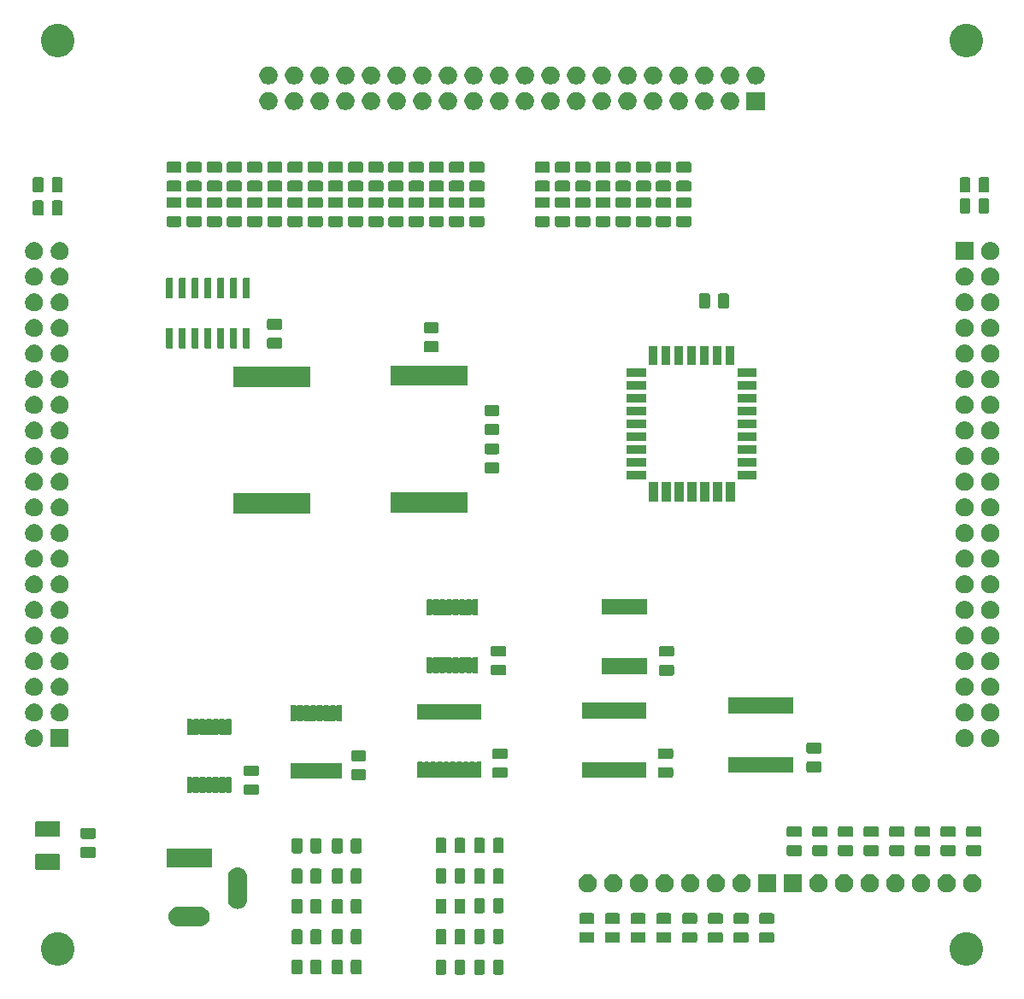
<source format=gbr>
G04 #@! TF.GenerationSoftware,KiCad,Pcbnew,(5.1.6-0-10_14)*
G04 #@! TF.CreationDate,2021-01-21T22:24:26+01:00*
G04 #@! TF.ProjectId,io,696f2e6b-6963-4616-945f-706362585858,3*
G04 #@! TF.SameCoordinates,Original*
G04 #@! TF.FileFunction,Soldermask,Top*
G04 #@! TF.FilePolarity,Negative*
%FSLAX46Y46*%
G04 Gerber Fmt 4.6, Leading zero omitted, Abs format (unit mm)*
G04 Created by KiCad (PCBNEW (5.1.6-0-10_14)) date 2021-01-21 22:24:26*
%MOMM*%
%LPD*%
G01*
G04 APERTURE LIST*
%ADD10C,0.100000*%
G04 APERTURE END LIST*
D10*
G36*
X149010468Y-146065565D02*
G01*
X149049138Y-146077296D01*
X149084777Y-146096346D01*
X149116017Y-146121983D01*
X149141654Y-146153223D01*
X149160704Y-146188862D01*
X149172435Y-146227532D01*
X149177000Y-146273888D01*
X149177000Y-147350112D01*
X149172435Y-147396468D01*
X149160704Y-147435138D01*
X149141654Y-147470777D01*
X149116017Y-147502017D01*
X149084777Y-147527654D01*
X149049138Y-147546704D01*
X149010468Y-147558435D01*
X148964112Y-147563000D01*
X148312888Y-147563000D01*
X148266532Y-147558435D01*
X148227862Y-147546704D01*
X148192223Y-147527654D01*
X148160983Y-147502017D01*
X148135346Y-147470777D01*
X148116296Y-147435138D01*
X148104565Y-147396468D01*
X148100000Y-147350112D01*
X148100000Y-146273888D01*
X148104565Y-146227532D01*
X148116296Y-146188862D01*
X148135346Y-146153223D01*
X148160983Y-146121983D01*
X148192223Y-146096346D01*
X148227862Y-146077296D01*
X148266532Y-146065565D01*
X148312888Y-146061000D01*
X148964112Y-146061000D01*
X149010468Y-146065565D01*
G37*
G36*
X147135468Y-146065565D02*
G01*
X147174138Y-146077296D01*
X147209777Y-146096346D01*
X147241017Y-146121983D01*
X147266654Y-146153223D01*
X147285704Y-146188862D01*
X147297435Y-146227532D01*
X147302000Y-146273888D01*
X147302000Y-147350112D01*
X147297435Y-147396468D01*
X147285704Y-147435138D01*
X147266654Y-147470777D01*
X147241017Y-147502017D01*
X147209777Y-147527654D01*
X147174138Y-147546704D01*
X147135468Y-147558435D01*
X147089112Y-147563000D01*
X146437888Y-147563000D01*
X146391532Y-147558435D01*
X146352862Y-147546704D01*
X146317223Y-147527654D01*
X146285983Y-147502017D01*
X146260346Y-147470777D01*
X146241296Y-147435138D01*
X146229565Y-147396468D01*
X146225000Y-147350112D01*
X146225000Y-146273888D01*
X146229565Y-146227532D01*
X146241296Y-146188862D01*
X146260346Y-146153223D01*
X146285983Y-146121983D01*
X146317223Y-146096346D01*
X146352862Y-146077296D01*
X146391532Y-146065565D01*
X146437888Y-146061000D01*
X147089112Y-146061000D01*
X147135468Y-146065565D01*
G37*
G36*
X145200468Y-146065565D02*
G01*
X145239138Y-146077296D01*
X145274777Y-146096346D01*
X145306017Y-146121983D01*
X145331654Y-146153223D01*
X145350704Y-146188862D01*
X145362435Y-146227532D01*
X145367000Y-146273888D01*
X145367000Y-147350112D01*
X145362435Y-147396468D01*
X145350704Y-147435138D01*
X145331654Y-147470777D01*
X145306017Y-147502017D01*
X145274777Y-147527654D01*
X145239138Y-147546704D01*
X145200468Y-147558435D01*
X145154112Y-147563000D01*
X144502888Y-147563000D01*
X144456532Y-147558435D01*
X144417862Y-147546704D01*
X144382223Y-147527654D01*
X144350983Y-147502017D01*
X144325346Y-147470777D01*
X144306296Y-147435138D01*
X144294565Y-147396468D01*
X144290000Y-147350112D01*
X144290000Y-146273888D01*
X144294565Y-146227532D01*
X144306296Y-146188862D01*
X144325346Y-146153223D01*
X144350983Y-146121983D01*
X144382223Y-146096346D01*
X144417862Y-146077296D01*
X144456532Y-146065565D01*
X144502888Y-146061000D01*
X145154112Y-146061000D01*
X145200468Y-146065565D01*
G37*
G36*
X143325468Y-146065565D02*
G01*
X143364138Y-146077296D01*
X143399777Y-146096346D01*
X143431017Y-146121983D01*
X143456654Y-146153223D01*
X143475704Y-146188862D01*
X143487435Y-146227532D01*
X143492000Y-146273888D01*
X143492000Y-147350112D01*
X143487435Y-147396468D01*
X143475704Y-147435138D01*
X143456654Y-147470777D01*
X143431017Y-147502017D01*
X143399777Y-147527654D01*
X143364138Y-147546704D01*
X143325468Y-147558435D01*
X143279112Y-147563000D01*
X142627888Y-147563000D01*
X142581532Y-147558435D01*
X142542862Y-147546704D01*
X142507223Y-147527654D01*
X142475983Y-147502017D01*
X142450346Y-147470777D01*
X142431296Y-147435138D01*
X142419565Y-147396468D01*
X142415000Y-147350112D01*
X142415000Y-146273888D01*
X142419565Y-146227532D01*
X142431296Y-146188862D01*
X142450346Y-146153223D01*
X142475983Y-146121983D01*
X142507223Y-146096346D01*
X142542862Y-146077296D01*
X142581532Y-146065565D01*
X142627888Y-146061000D01*
X143279112Y-146061000D01*
X143325468Y-146065565D01*
G37*
G36*
X134939468Y-146040565D02*
G01*
X134978138Y-146052296D01*
X135013777Y-146071346D01*
X135045017Y-146096983D01*
X135070654Y-146128223D01*
X135089704Y-146163862D01*
X135101435Y-146202532D01*
X135106000Y-146248888D01*
X135106000Y-147325112D01*
X135101435Y-147371468D01*
X135089704Y-147410138D01*
X135070654Y-147445777D01*
X135045017Y-147477017D01*
X135013777Y-147502654D01*
X134978138Y-147521704D01*
X134939468Y-147533435D01*
X134893112Y-147538000D01*
X134241888Y-147538000D01*
X134195532Y-147533435D01*
X134156862Y-147521704D01*
X134121223Y-147502654D01*
X134089983Y-147477017D01*
X134064346Y-147445777D01*
X134045296Y-147410138D01*
X134033565Y-147371468D01*
X134029000Y-147325112D01*
X134029000Y-146248888D01*
X134033565Y-146202532D01*
X134045296Y-146163862D01*
X134064346Y-146128223D01*
X134089983Y-146096983D01*
X134121223Y-146071346D01*
X134156862Y-146052296D01*
X134195532Y-146040565D01*
X134241888Y-146036000D01*
X134893112Y-146036000D01*
X134939468Y-146040565D01*
G37*
G36*
X133064468Y-146040565D02*
G01*
X133103138Y-146052296D01*
X133138777Y-146071346D01*
X133170017Y-146096983D01*
X133195654Y-146128223D01*
X133214704Y-146163862D01*
X133226435Y-146202532D01*
X133231000Y-146248888D01*
X133231000Y-147325112D01*
X133226435Y-147371468D01*
X133214704Y-147410138D01*
X133195654Y-147445777D01*
X133170017Y-147477017D01*
X133138777Y-147502654D01*
X133103138Y-147521704D01*
X133064468Y-147533435D01*
X133018112Y-147538000D01*
X132366888Y-147538000D01*
X132320532Y-147533435D01*
X132281862Y-147521704D01*
X132246223Y-147502654D01*
X132214983Y-147477017D01*
X132189346Y-147445777D01*
X132170296Y-147410138D01*
X132158565Y-147371468D01*
X132154000Y-147325112D01*
X132154000Y-146248888D01*
X132158565Y-146202532D01*
X132170296Y-146163862D01*
X132189346Y-146128223D01*
X132214983Y-146096983D01*
X132246223Y-146071346D01*
X132281862Y-146052296D01*
X132320532Y-146040565D01*
X132366888Y-146036000D01*
X133018112Y-146036000D01*
X133064468Y-146040565D01*
G37*
G36*
X130939468Y-146040565D02*
G01*
X130978138Y-146052296D01*
X131013777Y-146071346D01*
X131045017Y-146096983D01*
X131070654Y-146128223D01*
X131089704Y-146163862D01*
X131101435Y-146202532D01*
X131106000Y-146248888D01*
X131106000Y-147325112D01*
X131101435Y-147371468D01*
X131089704Y-147410138D01*
X131070654Y-147445777D01*
X131045017Y-147477017D01*
X131013777Y-147502654D01*
X130978138Y-147521704D01*
X130939468Y-147533435D01*
X130893112Y-147538000D01*
X130241888Y-147538000D01*
X130195532Y-147533435D01*
X130156862Y-147521704D01*
X130121223Y-147502654D01*
X130089983Y-147477017D01*
X130064346Y-147445777D01*
X130045296Y-147410138D01*
X130033565Y-147371468D01*
X130029000Y-147325112D01*
X130029000Y-146248888D01*
X130033565Y-146202532D01*
X130045296Y-146163862D01*
X130064346Y-146128223D01*
X130089983Y-146096983D01*
X130121223Y-146071346D01*
X130156862Y-146052296D01*
X130195532Y-146040565D01*
X130241888Y-146036000D01*
X130893112Y-146036000D01*
X130939468Y-146040565D01*
G37*
G36*
X129064468Y-146040565D02*
G01*
X129103138Y-146052296D01*
X129138777Y-146071346D01*
X129170017Y-146096983D01*
X129195654Y-146128223D01*
X129214704Y-146163862D01*
X129226435Y-146202532D01*
X129231000Y-146248888D01*
X129231000Y-147325112D01*
X129226435Y-147371468D01*
X129214704Y-147410138D01*
X129195654Y-147445777D01*
X129170017Y-147477017D01*
X129138777Y-147502654D01*
X129103138Y-147521704D01*
X129064468Y-147533435D01*
X129018112Y-147538000D01*
X128366888Y-147538000D01*
X128320532Y-147533435D01*
X128281862Y-147521704D01*
X128246223Y-147502654D01*
X128214983Y-147477017D01*
X128189346Y-147445777D01*
X128170296Y-147410138D01*
X128158565Y-147371468D01*
X128154000Y-147325112D01*
X128154000Y-146248888D01*
X128158565Y-146202532D01*
X128170296Y-146163862D01*
X128189346Y-146128223D01*
X128214983Y-146096983D01*
X128246223Y-146071346D01*
X128281862Y-146052296D01*
X128320532Y-146040565D01*
X128366888Y-146036000D01*
X129018112Y-146036000D01*
X129064468Y-146040565D01*
G37*
G36*
X195327893Y-143381877D02*
G01*
X195481579Y-143412447D01*
X195782042Y-143536903D01*
X196052451Y-143717585D01*
X196282415Y-143947549D01*
X196463097Y-144217958D01*
X196587553Y-144518421D01*
X196651000Y-144837391D01*
X196651000Y-145162609D01*
X196587553Y-145481579D01*
X196463097Y-145782042D01*
X196282415Y-146052451D01*
X196052451Y-146282415D01*
X195782042Y-146463097D01*
X195481579Y-146587553D01*
X195375256Y-146608702D01*
X195162611Y-146651000D01*
X194837389Y-146651000D01*
X194624744Y-146608702D01*
X194518421Y-146587553D01*
X194217958Y-146463097D01*
X193947549Y-146282415D01*
X193717585Y-146052451D01*
X193536903Y-145782042D01*
X193412447Y-145481579D01*
X193349000Y-145162609D01*
X193349000Y-144837391D01*
X193412447Y-144518421D01*
X193536903Y-144217958D01*
X193717585Y-143947549D01*
X193947549Y-143717585D01*
X194217958Y-143536903D01*
X194518421Y-143412447D01*
X194672107Y-143381877D01*
X194837389Y-143349000D01*
X195162611Y-143349000D01*
X195327893Y-143381877D01*
G37*
G36*
X105327893Y-143381877D02*
G01*
X105481579Y-143412447D01*
X105782042Y-143536903D01*
X106052451Y-143717585D01*
X106282415Y-143947549D01*
X106463097Y-144217958D01*
X106587553Y-144518421D01*
X106651000Y-144837391D01*
X106651000Y-145162609D01*
X106587553Y-145481579D01*
X106463097Y-145782042D01*
X106282415Y-146052451D01*
X106052451Y-146282415D01*
X105782042Y-146463097D01*
X105481579Y-146587553D01*
X105375256Y-146608702D01*
X105162611Y-146651000D01*
X104837389Y-146651000D01*
X104624744Y-146608702D01*
X104518421Y-146587553D01*
X104217958Y-146463097D01*
X103947549Y-146282415D01*
X103717585Y-146052451D01*
X103536903Y-145782042D01*
X103412447Y-145481579D01*
X103349000Y-145162609D01*
X103349000Y-144837391D01*
X103412447Y-144518421D01*
X103536903Y-144217958D01*
X103717585Y-143947549D01*
X103947549Y-143717585D01*
X104217958Y-143536903D01*
X104518421Y-143412447D01*
X104672107Y-143381877D01*
X104837389Y-143349000D01*
X105162611Y-143349000D01*
X105327893Y-143381877D01*
G37*
G36*
X145200468Y-143049315D02*
G01*
X145239138Y-143061046D01*
X145274777Y-143080096D01*
X145306017Y-143105733D01*
X145331654Y-143136973D01*
X145350704Y-143172612D01*
X145362435Y-143211282D01*
X145367000Y-143257638D01*
X145367000Y-144333862D01*
X145362435Y-144380218D01*
X145350704Y-144418888D01*
X145331654Y-144454527D01*
X145306017Y-144485767D01*
X145274777Y-144511404D01*
X145239138Y-144530454D01*
X145200468Y-144542185D01*
X145154112Y-144546750D01*
X144502888Y-144546750D01*
X144456532Y-144542185D01*
X144417862Y-144530454D01*
X144382223Y-144511404D01*
X144350983Y-144485767D01*
X144325346Y-144454527D01*
X144306296Y-144418888D01*
X144294565Y-144380218D01*
X144290000Y-144333862D01*
X144290000Y-143257638D01*
X144294565Y-143211282D01*
X144306296Y-143172612D01*
X144325346Y-143136973D01*
X144350983Y-143105733D01*
X144382223Y-143080096D01*
X144417862Y-143061046D01*
X144456532Y-143049315D01*
X144502888Y-143044750D01*
X145154112Y-143044750D01*
X145200468Y-143049315D01*
G37*
G36*
X143325468Y-143049315D02*
G01*
X143364138Y-143061046D01*
X143399777Y-143080096D01*
X143431017Y-143105733D01*
X143456654Y-143136973D01*
X143475704Y-143172612D01*
X143487435Y-143211282D01*
X143492000Y-143257638D01*
X143492000Y-144333862D01*
X143487435Y-144380218D01*
X143475704Y-144418888D01*
X143456654Y-144454527D01*
X143431017Y-144485767D01*
X143399777Y-144511404D01*
X143364138Y-144530454D01*
X143325468Y-144542185D01*
X143279112Y-144546750D01*
X142627888Y-144546750D01*
X142581532Y-144542185D01*
X142542862Y-144530454D01*
X142507223Y-144511404D01*
X142475983Y-144485767D01*
X142450346Y-144454527D01*
X142431296Y-144418888D01*
X142419565Y-144380218D01*
X142415000Y-144333862D01*
X142415000Y-143257638D01*
X142419565Y-143211282D01*
X142431296Y-143172612D01*
X142450346Y-143136973D01*
X142475983Y-143105733D01*
X142507223Y-143080096D01*
X142542862Y-143061046D01*
X142581532Y-143049315D01*
X142627888Y-143044750D01*
X143279112Y-143044750D01*
X143325468Y-143049315D01*
G37*
G36*
X134939468Y-143040565D02*
G01*
X134978138Y-143052296D01*
X135013777Y-143071346D01*
X135045017Y-143096983D01*
X135070654Y-143128223D01*
X135089704Y-143163862D01*
X135101435Y-143202532D01*
X135106000Y-143248888D01*
X135106000Y-144325112D01*
X135101435Y-144371468D01*
X135089704Y-144410138D01*
X135070654Y-144445777D01*
X135045017Y-144477017D01*
X135013777Y-144502654D01*
X134978138Y-144521704D01*
X134939468Y-144533435D01*
X134893112Y-144538000D01*
X134241888Y-144538000D01*
X134195532Y-144533435D01*
X134156862Y-144521704D01*
X134121223Y-144502654D01*
X134089983Y-144477017D01*
X134064346Y-144445777D01*
X134045296Y-144410138D01*
X134033565Y-144371468D01*
X134029000Y-144325112D01*
X134029000Y-143248888D01*
X134033565Y-143202532D01*
X134045296Y-143163862D01*
X134064346Y-143128223D01*
X134089983Y-143096983D01*
X134121223Y-143071346D01*
X134156862Y-143052296D01*
X134195532Y-143040565D01*
X134241888Y-143036000D01*
X134893112Y-143036000D01*
X134939468Y-143040565D01*
G37*
G36*
X133064468Y-143040565D02*
G01*
X133103138Y-143052296D01*
X133138777Y-143071346D01*
X133170017Y-143096983D01*
X133195654Y-143128223D01*
X133214704Y-143163862D01*
X133226435Y-143202532D01*
X133231000Y-143248888D01*
X133231000Y-144325112D01*
X133226435Y-144371468D01*
X133214704Y-144410138D01*
X133195654Y-144445777D01*
X133170017Y-144477017D01*
X133138777Y-144502654D01*
X133103138Y-144521704D01*
X133064468Y-144533435D01*
X133018112Y-144538000D01*
X132366888Y-144538000D01*
X132320532Y-144533435D01*
X132281862Y-144521704D01*
X132246223Y-144502654D01*
X132214983Y-144477017D01*
X132189346Y-144445777D01*
X132170296Y-144410138D01*
X132158565Y-144371468D01*
X132154000Y-144325112D01*
X132154000Y-143248888D01*
X132158565Y-143202532D01*
X132170296Y-143163862D01*
X132189346Y-143128223D01*
X132214983Y-143096983D01*
X132246223Y-143071346D01*
X132281862Y-143052296D01*
X132320532Y-143040565D01*
X132366888Y-143036000D01*
X133018112Y-143036000D01*
X133064468Y-143040565D01*
G37*
G36*
X130939468Y-143040565D02*
G01*
X130978138Y-143052296D01*
X131013777Y-143071346D01*
X131045017Y-143096983D01*
X131070654Y-143128223D01*
X131089704Y-143163862D01*
X131101435Y-143202532D01*
X131106000Y-143248888D01*
X131106000Y-144325112D01*
X131101435Y-144371468D01*
X131089704Y-144410138D01*
X131070654Y-144445777D01*
X131045017Y-144477017D01*
X131013777Y-144502654D01*
X130978138Y-144521704D01*
X130939468Y-144533435D01*
X130893112Y-144538000D01*
X130241888Y-144538000D01*
X130195532Y-144533435D01*
X130156862Y-144521704D01*
X130121223Y-144502654D01*
X130089983Y-144477017D01*
X130064346Y-144445777D01*
X130045296Y-144410138D01*
X130033565Y-144371468D01*
X130029000Y-144325112D01*
X130029000Y-143248888D01*
X130033565Y-143202532D01*
X130045296Y-143163862D01*
X130064346Y-143128223D01*
X130089983Y-143096983D01*
X130121223Y-143071346D01*
X130156862Y-143052296D01*
X130195532Y-143040565D01*
X130241888Y-143036000D01*
X130893112Y-143036000D01*
X130939468Y-143040565D01*
G37*
G36*
X129064468Y-143040565D02*
G01*
X129103138Y-143052296D01*
X129138777Y-143071346D01*
X129170017Y-143096983D01*
X129195654Y-143128223D01*
X129214704Y-143163862D01*
X129226435Y-143202532D01*
X129231000Y-143248888D01*
X129231000Y-144325112D01*
X129226435Y-144371468D01*
X129214704Y-144410138D01*
X129195654Y-144445777D01*
X129170017Y-144477017D01*
X129138777Y-144502654D01*
X129103138Y-144521704D01*
X129064468Y-144533435D01*
X129018112Y-144538000D01*
X128366888Y-144538000D01*
X128320532Y-144533435D01*
X128281862Y-144521704D01*
X128246223Y-144502654D01*
X128214983Y-144477017D01*
X128189346Y-144445777D01*
X128170296Y-144410138D01*
X128158565Y-144371468D01*
X128154000Y-144325112D01*
X128154000Y-143248888D01*
X128158565Y-143202532D01*
X128170296Y-143163862D01*
X128189346Y-143128223D01*
X128214983Y-143096983D01*
X128246223Y-143071346D01*
X128281862Y-143052296D01*
X128320532Y-143040565D01*
X128366888Y-143036000D01*
X129018112Y-143036000D01*
X129064468Y-143040565D01*
G37*
G36*
X149010468Y-143017565D02*
G01*
X149049138Y-143029296D01*
X149084777Y-143048346D01*
X149116017Y-143073983D01*
X149141654Y-143105223D01*
X149160704Y-143140862D01*
X149172435Y-143179532D01*
X149177000Y-143225888D01*
X149177000Y-144302112D01*
X149172435Y-144348468D01*
X149160704Y-144387138D01*
X149141654Y-144422777D01*
X149116017Y-144454017D01*
X149084777Y-144479654D01*
X149049138Y-144498704D01*
X149010468Y-144510435D01*
X148964112Y-144515000D01*
X148312888Y-144515000D01*
X148266532Y-144510435D01*
X148227862Y-144498704D01*
X148192223Y-144479654D01*
X148160983Y-144454017D01*
X148135346Y-144422777D01*
X148116296Y-144387138D01*
X148104565Y-144348468D01*
X148100000Y-144302112D01*
X148100000Y-143225888D01*
X148104565Y-143179532D01*
X148116296Y-143140862D01*
X148135346Y-143105223D01*
X148160983Y-143073983D01*
X148192223Y-143048346D01*
X148227862Y-143029296D01*
X148266532Y-143017565D01*
X148312888Y-143013000D01*
X148964112Y-143013000D01*
X149010468Y-143017565D01*
G37*
G36*
X147135468Y-143017565D02*
G01*
X147174138Y-143029296D01*
X147209777Y-143048346D01*
X147241017Y-143073983D01*
X147266654Y-143105223D01*
X147285704Y-143140862D01*
X147297435Y-143179532D01*
X147302000Y-143225888D01*
X147302000Y-144302112D01*
X147297435Y-144348468D01*
X147285704Y-144387138D01*
X147266654Y-144422777D01*
X147241017Y-144454017D01*
X147209777Y-144479654D01*
X147174138Y-144498704D01*
X147135468Y-144510435D01*
X147089112Y-144515000D01*
X146437888Y-144515000D01*
X146391532Y-144510435D01*
X146352862Y-144498704D01*
X146317223Y-144479654D01*
X146285983Y-144454017D01*
X146260346Y-144422777D01*
X146241296Y-144387138D01*
X146229565Y-144348468D01*
X146225000Y-144302112D01*
X146225000Y-143225888D01*
X146229565Y-143179532D01*
X146241296Y-143140862D01*
X146260346Y-143105223D01*
X146285983Y-143073983D01*
X146317223Y-143048346D01*
X146352862Y-143029296D01*
X146391532Y-143017565D01*
X146437888Y-143013000D01*
X147089112Y-143013000D01*
X147135468Y-143017565D01*
G37*
G36*
X160527325Y-143341065D02*
G01*
X160565995Y-143352796D01*
X160601634Y-143371846D01*
X160632874Y-143397483D01*
X160658511Y-143428723D01*
X160677561Y-143464362D01*
X160689292Y-143503032D01*
X160693857Y-143549388D01*
X160693857Y-144200612D01*
X160689292Y-144246968D01*
X160677561Y-144285638D01*
X160658511Y-144321277D01*
X160632874Y-144352517D01*
X160601634Y-144378154D01*
X160565995Y-144397204D01*
X160527325Y-144408935D01*
X160480969Y-144413500D01*
X159404745Y-144413500D01*
X159358389Y-144408935D01*
X159319719Y-144397204D01*
X159284080Y-144378154D01*
X159252840Y-144352517D01*
X159227203Y-144321277D01*
X159208153Y-144285638D01*
X159196422Y-144246968D01*
X159191857Y-144200612D01*
X159191857Y-143549388D01*
X159196422Y-143503032D01*
X159208153Y-143464362D01*
X159227203Y-143428723D01*
X159252840Y-143397483D01*
X159284080Y-143371846D01*
X159319719Y-143352796D01*
X159358389Y-143341065D01*
X159404745Y-143336500D01*
X160480969Y-143336500D01*
X160527325Y-143341065D01*
G37*
G36*
X175784468Y-143341065D02*
G01*
X175823138Y-143352796D01*
X175858777Y-143371846D01*
X175890017Y-143397483D01*
X175915654Y-143428723D01*
X175934704Y-143464362D01*
X175946435Y-143503032D01*
X175951000Y-143549388D01*
X175951000Y-144200612D01*
X175946435Y-144246968D01*
X175934704Y-144285638D01*
X175915654Y-144321277D01*
X175890017Y-144352517D01*
X175858777Y-144378154D01*
X175823138Y-144397204D01*
X175784468Y-144408935D01*
X175738112Y-144413500D01*
X174661888Y-144413500D01*
X174615532Y-144408935D01*
X174576862Y-144397204D01*
X174541223Y-144378154D01*
X174509983Y-144352517D01*
X174484346Y-144321277D01*
X174465296Y-144285638D01*
X174453565Y-144246968D01*
X174449000Y-144200612D01*
X174449000Y-143549388D01*
X174453565Y-143503032D01*
X174465296Y-143464362D01*
X174484346Y-143428723D01*
X174509983Y-143397483D01*
X174541223Y-143371846D01*
X174576862Y-143352796D01*
X174615532Y-143341065D01*
X174661888Y-143336500D01*
X175738112Y-143336500D01*
X175784468Y-143341065D01*
G37*
G36*
X173241610Y-143341065D02*
G01*
X173280280Y-143352796D01*
X173315919Y-143371846D01*
X173347159Y-143397483D01*
X173372796Y-143428723D01*
X173391846Y-143464362D01*
X173403577Y-143503032D01*
X173408142Y-143549388D01*
X173408142Y-144200612D01*
X173403577Y-144246968D01*
X173391846Y-144285638D01*
X173372796Y-144321277D01*
X173347159Y-144352517D01*
X173315919Y-144378154D01*
X173280280Y-144397204D01*
X173241610Y-144408935D01*
X173195254Y-144413500D01*
X172119030Y-144413500D01*
X172072674Y-144408935D01*
X172034004Y-144397204D01*
X171998365Y-144378154D01*
X171967125Y-144352517D01*
X171941488Y-144321277D01*
X171922438Y-144285638D01*
X171910707Y-144246968D01*
X171906142Y-144200612D01*
X171906142Y-143549388D01*
X171910707Y-143503032D01*
X171922438Y-143464362D01*
X171941488Y-143428723D01*
X171967125Y-143397483D01*
X171998365Y-143371846D01*
X172034004Y-143352796D01*
X172072674Y-143341065D01*
X172119030Y-143336500D01*
X173195254Y-143336500D01*
X173241610Y-143341065D01*
G37*
G36*
X170698753Y-143341065D02*
G01*
X170737423Y-143352796D01*
X170773062Y-143371846D01*
X170804302Y-143397483D01*
X170829939Y-143428723D01*
X170848989Y-143464362D01*
X170860720Y-143503032D01*
X170865285Y-143549388D01*
X170865285Y-144200612D01*
X170860720Y-144246968D01*
X170848989Y-144285638D01*
X170829939Y-144321277D01*
X170804302Y-144352517D01*
X170773062Y-144378154D01*
X170737423Y-144397204D01*
X170698753Y-144408935D01*
X170652397Y-144413500D01*
X169576173Y-144413500D01*
X169529817Y-144408935D01*
X169491147Y-144397204D01*
X169455508Y-144378154D01*
X169424268Y-144352517D01*
X169398631Y-144321277D01*
X169379581Y-144285638D01*
X169367850Y-144246968D01*
X169363285Y-144200612D01*
X169363285Y-143549388D01*
X169367850Y-143503032D01*
X169379581Y-143464362D01*
X169398631Y-143428723D01*
X169424268Y-143397483D01*
X169455508Y-143371846D01*
X169491147Y-143352796D01*
X169529817Y-143341065D01*
X169576173Y-143336500D01*
X170652397Y-143336500D01*
X170698753Y-143341065D01*
G37*
G36*
X168155896Y-143341065D02*
G01*
X168194566Y-143352796D01*
X168230205Y-143371846D01*
X168261445Y-143397483D01*
X168287082Y-143428723D01*
X168306132Y-143464362D01*
X168317863Y-143503032D01*
X168322428Y-143549388D01*
X168322428Y-144200612D01*
X168317863Y-144246968D01*
X168306132Y-144285638D01*
X168287082Y-144321277D01*
X168261445Y-144352517D01*
X168230205Y-144378154D01*
X168194566Y-144397204D01*
X168155896Y-144408935D01*
X168109540Y-144413500D01*
X167033316Y-144413500D01*
X166986960Y-144408935D01*
X166948290Y-144397204D01*
X166912651Y-144378154D01*
X166881411Y-144352517D01*
X166855774Y-144321277D01*
X166836724Y-144285638D01*
X166824993Y-144246968D01*
X166820428Y-144200612D01*
X166820428Y-143549388D01*
X166824993Y-143503032D01*
X166836724Y-143464362D01*
X166855774Y-143428723D01*
X166881411Y-143397483D01*
X166912651Y-143371846D01*
X166948290Y-143352796D01*
X166986960Y-143341065D01*
X167033316Y-143336500D01*
X168109540Y-143336500D01*
X168155896Y-143341065D01*
G37*
G36*
X165613039Y-143341065D02*
G01*
X165651709Y-143352796D01*
X165687348Y-143371846D01*
X165718588Y-143397483D01*
X165744225Y-143428723D01*
X165763275Y-143464362D01*
X165775006Y-143503032D01*
X165779571Y-143549388D01*
X165779571Y-144200612D01*
X165775006Y-144246968D01*
X165763275Y-144285638D01*
X165744225Y-144321277D01*
X165718588Y-144352517D01*
X165687348Y-144378154D01*
X165651709Y-144397204D01*
X165613039Y-144408935D01*
X165566683Y-144413500D01*
X164490459Y-144413500D01*
X164444103Y-144408935D01*
X164405433Y-144397204D01*
X164369794Y-144378154D01*
X164338554Y-144352517D01*
X164312917Y-144321277D01*
X164293867Y-144285638D01*
X164282136Y-144246968D01*
X164277571Y-144200612D01*
X164277571Y-143549388D01*
X164282136Y-143503032D01*
X164293867Y-143464362D01*
X164312917Y-143428723D01*
X164338554Y-143397483D01*
X164369794Y-143371846D01*
X164405433Y-143352796D01*
X164444103Y-143341065D01*
X164490459Y-143336500D01*
X165566683Y-143336500D01*
X165613039Y-143341065D01*
G37*
G36*
X163070182Y-143341065D02*
G01*
X163108852Y-143352796D01*
X163144491Y-143371846D01*
X163175731Y-143397483D01*
X163201368Y-143428723D01*
X163220418Y-143464362D01*
X163232149Y-143503032D01*
X163236714Y-143549388D01*
X163236714Y-144200612D01*
X163232149Y-144246968D01*
X163220418Y-144285638D01*
X163201368Y-144321277D01*
X163175731Y-144352517D01*
X163144491Y-144378154D01*
X163108852Y-144397204D01*
X163070182Y-144408935D01*
X163023826Y-144413500D01*
X161947602Y-144413500D01*
X161901246Y-144408935D01*
X161862576Y-144397204D01*
X161826937Y-144378154D01*
X161795697Y-144352517D01*
X161770060Y-144321277D01*
X161751010Y-144285638D01*
X161739279Y-144246968D01*
X161734714Y-144200612D01*
X161734714Y-143549388D01*
X161739279Y-143503032D01*
X161751010Y-143464362D01*
X161770060Y-143428723D01*
X161795697Y-143397483D01*
X161826937Y-143371846D01*
X161862576Y-143352796D01*
X161901246Y-143341065D01*
X161947602Y-143336500D01*
X163023826Y-143336500D01*
X163070182Y-143341065D01*
G37*
G36*
X157984468Y-143341065D02*
G01*
X158023138Y-143352796D01*
X158058777Y-143371846D01*
X158090017Y-143397483D01*
X158115654Y-143428723D01*
X158134704Y-143464362D01*
X158146435Y-143503032D01*
X158151000Y-143549388D01*
X158151000Y-144200612D01*
X158146435Y-144246968D01*
X158134704Y-144285638D01*
X158115654Y-144321277D01*
X158090017Y-144352517D01*
X158058777Y-144378154D01*
X158023138Y-144397204D01*
X157984468Y-144408935D01*
X157938112Y-144413500D01*
X156861888Y-144413500D01*
X156815532Y-144408935D01*
X156776862Y-144397204D01*
X156741223Y-144378154D01*
X156709983Y-144352517D01*
X156684346Y-144321277D01*
X156665296Y-144285638D01*
X156653565Y-144246968D01*
X156649000Y-144200612D01*
X156649000Y-143549388D01*
X156653565Y-143503032D01*
X156665296Y-143464362D01*
X156684346Y-143428723D01*
X156709983Y-143397483D01*
X156741223Y-143371846D01*
X156776862Y-143352796D01*
X156815532Y-143341065D01*
X156861888Y-143336500D01*
X157938112Y-143336500D01*
X157984468Y-143341065D01*
G37*
G36*
X119286425Y-140862760D02*
G01*
X119286428Y-140862761D01*
X119286429Y-140862761D01*
X119465693Y-140917140D01*
X119465696Y-140917142D01*
X119465697Y-140917142D01*
X119630903Y-141005446D01*
X119775712Y-141124288D01*
X119894554Y-141269097D01*
X119970315Y-141410837D01*
X119982860Y-141434307D01*
X120015031Y-141540361D01*
X120037240Y-141613575D01*
X120055601Y-141800000D01*
X120037240Y-141986425D01*
X120037239Y-141986428D01*
X120037239Y-141986429D01*
X119982860Y-142165693D01*
X119982858Y-142165696D01*
X119982858Y-142165697D01*
X119894554Y-142330903D01*
X119775712Y-142475712D01*
X119630903Y-142594554D01*
X119465697Y-142682858D01*
X119465693Y-142682860D01*
X119286429Y-142737239D01*
X119286428Y-142737239D01*
X119286425Y-142737240D01*
X119146718Y-142751000D01*
X116853282Y-142751000D01*
X116713575Y-142737240D01*
X116713572Y-142737239D01*
X116713571Y-142737239D01*
X116534307Y-142682860D01*
X116534303Y-142682858D01*
X116369097Y-142594554D01*
X116224288Y-142475712D01*
X116105446Y-142330903D01*
X116017142Y-142165697D01*
X116017142Y-142165696D01*
X116017140Y-142165693D01*
X115962761Y-141986429D01*
X115962761Y-141986428D01*
X115962760Y-141986425D01*
X115944399Y-141800000D01*
X115962760Y-141613575D01*
X115984969Y-141540361D01*
X116017140Y-141434307D01*
X116029685Y-141410837D01*
X116105446Y-141269097D01*
X116224288Y-141124288D01*
X116369097Y-141005446D01*
X116534303Y-140917142D01*
X116534304Y-140917142D01*
X116534307Y-140917140D01*
X116713571Y-140862761D01*
X116713572Y-140862761D01*
X116713575Y-140862760D01*
X116853282Y-140849000D01*
X119146718Y-140849000D01*
X119286425Y-140862760D01*
G37*
G36*
X165613039Y-141466065D02*
G01*
X165651709Y-141477796D01*
X165687348Y-141496846D01*
X165718588Y-141522483D01*
X165744225Y-141553723D01*
X165763275Y-141589362D01*
X165775006Y-141628032D01*
X165779571Y-141674388D01*
X165779571Y-142325612D01*
X165775006Y-142371968D01*
X165763275Y-142410638D01*
X165744225Y-142446277D01*
X165718588Y-142477517D01*
X165687348Y-142503154D01*
X165651709Y-142522204D01*
X165613039Y-142533935D01*
X165566683Y-142538500D01*
X164490459Y-142538500D01*
X164444103Y-142533935D01*
X164405433Y-142522204D01*
X164369794Y-142503154D01*
X164338554Y-142477517D01*
X164312917Y-142446277D01*
X164293867Y-142410638D01*
X164282136Y-142371968D01*
X164277571Y-142325612D01*
X164277571Y-141674388D01*
X164282136Y-141628032D01*
X164293867Y-141589362D01*
X164312917Y-141553723D01*
X164338554Y-141522483D01*
X164369794Y-141496846D01*
X164405433Y-141477796D01*
X164444103Y-141466065D01*
X164490459Y-141461500D01*
X165566683Y-141461500D01*
X165613039Y-141466065D01*
G37*
G36*
X168155896Y-141466065D02*
G01*
X168194566Y-141477796D01*
X168230205Y-141496846D01*
X168261445Y-141522483D01*
X168287082Y-141553723D01*
X168306132Y-141589362D01*
X168317863Y-141628032D01*
X168322428Y-141674388D01*
X168322428Y-142325612D01*
X168317863Y-142371968D01*
X168306132Y-142410638D01*
X168287082Y-142446277D01*
X168261445Y-142477517D01*
X168230205Y-142503154D01*
X168194566Y-142522204D01*
X168155896Y-142533935D01*
X168109540Y-142538500D01*
X167033316Y-142538500D01*
X166986960Y-142533935D01*
X166948290Y-142522204D01*
X166912651Y-142503154D01*
X166881411Y-142477517D01*
X166855774Y-142446277D01*
X166836724Y-142410638D01*
X166824993Y-142371968D01*
X166820428Y-142325612D01*
X166820428Y-141674388D01*
X166824993Y-141628032D01*
X166836724Y-141589362D01*
X166855774Y-141553723D01*
X166881411Y-141522483D01*
X166912651Y-141496846D01*
X166948290Y-141477796D01*
X166986960Y-141466065D01*
X167033316Y-141461500D01*
X168109540Y-141461500D01*
X168155896Y-141466065D01*
G37*
G36*
X163070182Y-141466065D02*
G01*
X163108852Y-141477796D01*
X163144491Y-141496846D01*
X163175731Y-141522483D01*
X163201368Y-141553723D01*
X163220418Y-141589362D01*
X163232149Y-141628032D01*
X163236714Y-141674388D01*
X163236714Y-142325612D01*
X163232149Y-142371968D01*
X163220418Y-142410638D01*
X163201368Y-142446277D01*
X163175731Y-142477517D01*
X163144491Y-142503154D01*
X163108852Y-142522204D01*
X163070182Y-142533935D01*
X163023826Y-142538500D01*
X161947602Y-142538500D01*
X161901246Y-142533935D01*
X161862576Y-142522204D01*
X161826937Y-142503154D01*
X161795697Y-142477517D01*
X161770060Y-142446277D01*
X161751010Y-142410638D01*
X161739279Y-142371968D01*
X161734714Y-142325612D01*
X161734714Y-141674388D01*
X161739279Y-141628032D01*
X161751010Y-141589362D01*
X161770060Y-141553723D01*
X161795697Y-141522483D01*
X161826937Y-141496846D01*
X161862576Y-141477796D01*
X161901246Y-141466065D01*
X161947602Y-141461500D01*
X163023826Y-141461500D01*
X163070182Y-141466065D01*
G37*
G36*
X170698753Y-141466065D02*
G01*
X170737423Y-141477796D01*
X170773062Y-141496846D01*
X170804302Y-141522483D01*
X170829939Y-141553723D01*
X170848989Y-141589362D01*
X170860720Y-141628032D01*
X170865285Y-141674388D01*
X170865285Y-142325612D01*
X170860720Y-142371968D01*
X170848989Y-142410638D01*
X170829939Y-142446277D01*
X170804302Y-142477517D01*
X170773062Y-142503154D01*
X170737423Y-142522204D01*
X170698753Y-142533935D01*
X170652397Y-142538500D01*
X169576173Y-142538500D01*
X169529817Y-142533935D01*
X169491147Y-142522204D01*
X169455508Y-142503154D01*
X169424268Y-142477517D01*
X169398631Y-142446277D01*
X169379581Y-142410638D01*
X169367850Y-142371968D01*
X169363285Y-142325612D01*
X169363285Y-141674388D01*
X169367850Y-141628032D01*
X169379581Y-141589362D01*
X169398631Y-141553723D01*
X169424268Y-141522483D01*
X169455508Y-141496846D01*
X169491147Y-141477796D01*
X169529817Y-141466065D01*
X169576173Y-141461500D01*
X170652397Y-141461500D01*
X170698753Y-141466065D01*
G37*
G36*
X160527325Y-141466065D02*
G01*
X160565995Y-141477796D01*
X160601634Y-141496846D01*
X160632874Y-141522483D01*
X160658511Y-141553723D01*
X160677561Y-141589362D01*
X160689292Y-141628032D01*
X160693857Y-141674388D01*
X160693857Y-142325612D01*
X160689292Y-142371968D01*
X160677561Y-142410638D01*
X160658511Y-142446277D01*
X160632874Y-142477517D01*
X160601634Y-142503154D01*
X160565995Y-142522204D01*
X160527325Y-142533935D01*
X160480969Y-142538500D01*
X159404745Y-142538500D01*
X159358389Y-142533935D01*
X159319719Y-142522204D01*
X159284080Y-142503154D01*
X159252840Y-142477517D01*
X159227203Y-142446277D01*
X159208153Y-142410638D01*
X159196422Y-142371968D01*
X159191857Y-142325612D01*
X159191857Y-141674388D01*
X159196422Y-141628032D01*
X159208153Y-141589362D01*
X159227203Y-141553723D01*
X159252840Y-141522483D01*
X159284080Y-141496846D01*
X159319719Y-141477796D01*
X159358389Y-141466065D01*
X159404745Y-141461500D01*
X160480969Y-141461500D01*
X160527325Y-141466065D01*
G37*
G36*
X173241610Y-141466065D02*
G01*
X173280280Y-141477796D01*
X173315919Y-141496846D01*
X173347159Y-141522483D01*
X173372796Y-141553723D01*
X173391846Y-141589362D01*
X173403577Y-141628032D01*
X173408142Y-141674388D01*
X173408142Y-142325612D01*
X173403577Y-142371968D01*
X173391846Y-142410638D01*
X173372796Y-142446277D01*
X173347159Y-142477517D01*
X173315919Y-142503154D01*
X173280280Y-142522204D01*
X173241610Y-142533935D01*
X173195254Y-142538500D01*
X172119030Y-142538500D01*
X172072674Y-142533935D01*
X172034004Y-142522204D01*
X171998365Y-142503154D01*
X171967125Y-142477517D01*
X171941488Y-142446277D01*
X171922438Y-142410638D01*
X171910707Y-142371968D01*
X171906142Y-142325612D01*
X171906142Y-141674388D01*
X171910707Y-141628032D01*
X171922438Y-141589362D01*
X171941488Y-141553723D01*
X171967125Y-141522483D01*
X171998365Y-141496846D01*
X172034004Y-141477796D01*
X172072674Y-141466065D01*
X172119030Y-141461500D01*
X173195254Y-141461500D01*
X173241610Y-141466065D01*
G37*
G36*
X157984468Y-141466065D02*
G01*
X158023138Y-141477796D01*
X158058777Y-141496846D01*
X158090017Y-141522483D01*
X158115654Y-141553723D01*
X158134704Y-141589362D01*
X158146435Y-141628032D01*
X158151000Y-141674388D01*
X158151000Y-142325612D01*
X158146435Y-142371968D01*
X158134704Y-142410638D01*
X158115654Y-142446277D01*
X158090017Y-142477517D01*
X158058777Y-142503154D01*
X158023138Y-142522204D01*
X157984468Y-142533935D01*
X157938112Y-142538500D01*
X156861888Y-142538500D01*
X156815532Y-142533935D01*
X156776862Y-142522204D01*
X156741223Y-142503154D01*
X156709983Y-142477517D01*
X156684346Y-142446277D01*
X156665296Y-142410638D01*
X156653565Y-142371968D01*
X156649000Y-142325612D01*
X156649000Y-141674388D01*
X156653565Y-141628032D01*
X156665296Y-141589362D01*
X156684346Y-141553723D01*
X156709983Y-141522483D01*
X156741223Y-141496846D01*
X156776862Y-141477796D01*
X156815532Y-141466065D01*
X156861888Y-141461500D01*
X157938112Y-141461500D01*
X157984468Y-141466065D01*
G37*
G36*
X175784468Y-141466065D02*
G01*
X175823138Y-141477796D01*
X175858777Y-141496846D01*
X175890017Y-141522483D01*
X175915654Y-141553723D01*
X175934704Y-141589362D01*
X175946435Y-141628032D01*
X175951000Y-141674388D01*
X175951000Y-142325612D01*
X175946435Y-142371968D01*
X175934704Y-142410638D01*
X175915654Y-142446277D01*
X175890017Y-142477517D01*
X175858777Y-142503154D01*
X175823138Y-142522204D01*
X175784468Y-142533935D01*
X175738112Y-142538500D01*
X174661888Y-142538500D01*
X174615532Y-142533935D01*
X174576862Y-142522204D01*
X174541223Y-142503154D01*
X174509983Y-142477517D01*
X174484346Y-142446277D01*
X174465296Y-142410638D01*
X174453565Y-142371968D01*
X174449000Y-142325612D01*
X174449000Y-141674388D01*
X174453565Y-141628032D01*
X174465296Y-141589362D01*
X174484346Y-141553723D01*
X174509983Y-141522483D01*
X174541223Y-141496846D01*
X174576862Y-141477796D01*
X174615532Y-141466065D01*
X174661888Y-141461500D01*
X175738112Y-141461500D01*
X175784468Y-141466065D01*
G37*
G36*
X129064468Y-140040565D02*
G01*
X129103138Y-140052296D01*
X129138777Y-140071346D01*
X129170017Y-140096983D01*
X129195654Y-140128223D01*
X129214704Y-140163862D01*
X129226435Y-140202532D01*
X129231000Y-140248888D01*
X129231000Y-141325112D01*
X129226435Y-141371468D01*
X129214704Y-141410138D01*
X129195654Y-141445777D01*
X129170017Y-141477017D01*
X129138777Y-141502654D01*
X129103138Y-141521704D01*
X129064468Y-141533435D01*
X129018112Y-141538000D01*
X128366888Y-141538000D01*
X128320532Y-141533435D01*
X128281862Y-141521704D01*
X128246223Y-141502654D01*
X128214983Y-141477017D01*
X128189346Y-141445777D01*
X128170296Y-141410138D01*
X128158565Y-141371468D01*
X128154000Y-141325112D01*
X128154000Y-140248888D01*
X128158565Y-140202532D01*
X128170296Y-140163862D01*
X128189346Y-140128223D01*
X128214983Y-140096983D01*
X128246223Y-140071346D01*
X128281862Y-140052296D01*
X128320532Y-140040565D01*
X128366888Y-140036000D01*
X129018112Y-140036000D01*
X129064468Y-140040565D01*
G37*
G36*
X130939468Y-140040565D02*
G01*
X130978138Y-140052296D01*
X131013777Y-140071346D01*
X131045017Y-140096983D01*
X131070654Y-140128223D01*
X131089704Y-140163862D01*
X131101435Y-140202532D01*
X131106000Y-140248888D01*
X131106000Y-141325112D01*
X131101435Y-141371468D01*
X131089704Y-141410138D01*
X131070654Y-141445777D01*
X131045017Y-141477017D01*
X131013777Y-141502654D01*
X130978138Y-141521704D01*
X130939468Y-141533435D01*
X130893112Y-141538000D01*
X130241888Y-141538000D01*
X130195532Y-141533435D01*
X130156862Y-141521704D01*
X130121223Y-141502654D01*
X130089983Y-141477017D01*
X130064346Y-141445777D01*
X130045296Y-141410138D01*
X130033565Y-141371468D01*
X130029000Y-141325112D01*
X130029000Y-140248888D01*
X130033565Y-140202532D01*
X130045296Y-140163862D01*
X130064346Y-140128223D01*
X130089983Y-140096983D01*
X130121223Y-140071346D01*
X130156862Y-140052296D01*
X130195532Y-140040565D01*
X130241888Y-140036000D01*
X130893112Y-140036000D01*
X130939468Y-140040565D01*
G37*
G36*
X134939468Y-140040565D02*
G01*
X134978138Y-140052296D01*
X135013777Y-140071346D01*
X135045017Y-140096983D01*
X135070654Y-140128223D01*
X135089704Y-140163862D01*
X135101435Y-140202532D01*
X135106000Y-140248888D01*
X135106000Y-141325112D01*
X135101435Y-141371468D01*
X135089704Y-141410138D01*
X135070654Y-141445777D01*
X135045017Y-141477017D01*
X135013777Y-141502654D01*
X134978138Y-141521704D01*
X134939468Y-141533435D01*
X134893112Y-141538000D01*
X134241888Y-141538000D01*
X134195532Y-141533435D01*
X134156862Y-141521704D01*
X134121223Y-141502654D01*
X134089983Y-141477017D01*
X134064346Y-141445777D01*
X134045296Y-141410138D01*
X134033565Y-141371468D01*
X134029000Y-141325112D01*
X134029000Y-140248888D01*
X134033565Y-140202532D01*
X134045296Y-140163862D01*
X134064346Y-140128223D01*
X134089983Y-140096983D01*
X134121223Y-140071346D01*
X134156862Y-140052296D01*
X134195532Y-140040565D01*
X134241888Y-140036000D01*
X134893112Y-140036000D01*
X134939468Y-140040565D01*
G37*
G36*
X133064468Y-140040565D02*
G01*
X133103138Y-140052296D01*
X133138777Y-140071346D01*
X133170017Y-140096983D01*
X133195654Y-140128223D01*
X133214704Y-140163862D01*
X133226435Y-140202532D01*
X133231000Y-140248888D01*
X133231000Y-141325112D01*
X133226435Y-141371468D01*
X133214704Y-141410138D01*
X133195654Y-141445777D01*
X133170017Y-141477017D01*
X133138777Y-141502654D01*
X133103138Y-141521704D01*
X133064468Y-141533435D01*
X133018112Y-141538000D01*
X132366888Y-141538000D01*
X132320532Y-141533435D01*
X132281862Y-141521704D01*
X132246223Y-141502654D01*
X132214983Y-141477017D01*
X132189346Y-141445777D01*
X132170296Y-141410138D01*
X132158565Y-141371468D01*
X132154000Y-141325112D01*
X132154000Y-140248888D01*
X132158565Y-140202532D01*
X132170296Y-140163862D01*
X132189346Y-140128223D01*
X132214983Y-140096983D01*
X132246223Y-140071346D01*
X132281862Y-140052296D01*
X132320532Y-140040565D01*
X132366888Y-140036000D01*
X133018112Y-140036000D01*
X133064468Y-140040565D01*
G37*
G36*
X145200468Y-140033065D02*
G01*
X145239138Y-140044796D01*
X145274777Y-140063846D01*
X145306017Y-140089483D01*
X145331654Y-140120723D01*
X145350704Y-140156362D01*
X145362435Y-140195032D01*
X145367000Y-140241388D01*
X145367000Y-141317612D01*
X145362435Y-141363968D01*
X145350704Y-141402638D01*
X145331654Y-141438277D01*
X145306017Y-141469517D01*
X145274777Y-141495154D01*
X145239138Y-141514204D01*
X145200468Y-141525935D01*
X145154112Y-141530500D01*
X144502888Y-141530500D01*
X144456532Y-141525935D01*
X144417862Y-141514204D01*
X144382223Y-141495154D01*
X144350983Y-141469517D01*
X144325346Y-141438277D01*
X144306296Y-141402638D01*
X144294565Y-141363968D01*
X144290000Y-141317612D01*
X144290000Y-140241388D01*
X144294565Y-140195032D01*
X144306296Y-140156362D01*
X144325346Y-140120723D01*
X144350983Y-140089483D01*
X144382223Y-140063846D01*
X144417862Y-140044796D01*
X144456532Y-140033065D01*
X144502888Y-140028500D01*
X145154112Y-140028500D01*
X145200468Y-140033065D01*
G37*
G36*
X143325468Y-140033065D02*
G01*
X143364138Y-140044796D01*
X143399777Y-140063846D01*
X143431017Y-140089483D01*
X143456654Y-140120723D01*
X143475704Y-140156362D01*
X143487435Y-140195032D01*
X143492000Y-140241388D01*
X143492000Y-141317612D01*
X143487435Y-141363968D01*
X143475704Y-141402638D01*
X143456654Y-141438277D01*
X143431017Y-141469517D01*
X143399777Y-141495154D01*
X143364138Y-141514204D01*
X143325468Y-141525935D01*
X143279112Y-141530500D01*
X142627888Y-141530500D01*
X142581532Y-141525935D01*
X142542862Y-141514204D01*
X142507223Y-141495154D01*
X142475983Y-141469517D01*
X142450346Y-141438277D01*
X142431296Y-141402638D01*
X142419565Y-141363968D01*
X142415000Y-141317612D01*
X142415000Y-140241388D01*
X142419565Y-140195032D01*
X142431296Y-140156362D01*
X142450346Y-140120723D01*
X142475983Y-140089483D01*
X142507223Y-140063846D01*
X142542862Y-140044796D01*
X142581532Y-140033065D01*
X142627888Y-140028500D01*
X143279112Y-140028500D01*
X143325468Y-140033065D01*
G37*
G36*
X147135468Y-139969565D02*
G01*
X147174138Y-139981296D01*
X147209777Y-140000346D01*
X147241017Y-140025983D01*
X147266654Y-140057223D01*
X147285704Y-140092862D01*
X147297435Y-140131532D01*
X147302000Y-140177888D01*
X147302000Y-141254112D01*
X147297435Y-141300468D01*
X147285704Y-141339138D01*
X147266654Y-141374777D01*
X147241017Y-141406017D01*
X147209777Y-141431654D01*
X147174138Y-141450704D01*
X147135468Y-141462435D01*
X147089112Y-141467000D01*
X146437888Y-141467000D01*
X146391532Y-141462435D01*
X146352862Y-141450704D01*
X146317223Y-141431654D01*
X146285983Y-141406017D01*
X146260346Y-141374777D01*
X146241296Y-141339138D01*
X146229565Y-141300468D01*
X146225000Y-141254112D01*
X146225000Y-140177888D01*
X146229565Y-140131532D01*
X146241296Y-140092862D01*
X146260346Y-140057223D01*
X146285983Y-140025983D01*
X146317223Y-140000346D01*
X146352862Y-139981296D01*
X146391532Y-139969565D01*
X146437888Y-139965000D01*
X147089112Y-139965000D01*
X147135468Y-139969565D01*
G37*
G36*
X149010468Y-139969565D02*
G01*
X149049138Y-139981296D01*
X149084777Y-140000346D01*
X149116017Y-140025983D01*
X149141654Y-140057223D01*
X149160704Y-140092862D01*
X149172435Y-140131532D01*
X149177000Y-140177888D01*
X149177000Y-141254112D01*
X149172435Y-141300468D01*
X149160704Y-141339138D01*
X149141654Y-141374777D01*
X149116017Y-141406017D01*
X149084777Y-141431654D01*
X149049138Y-141450704D01*
X149010468Y-141462435D01*
X148964112Y-141467000D01*
X148312888Y-141467000D01*
X148266532Y-141462435D01*
X148227862Y-141450704D01*
X148192223Y-141431654D01*
X148160983Y-141406017D01*
X148135346Y-141374777D01*
X148116296Y-141339138D01*
X148104565Y-141300468D01*
X148100000Y-141254112D01*
X148100000Y-140177888D01*
X148104565Y-140131532D01*
X148116296Y-140092862D01*
X148135346Y-140057223D01*
X148160983Y-140025983D01*
X148192223Y-140000346D01*
X148227862Y-139981296D01*
X148266532Y-139969565D01*
X148312888Y-139965000D01*
X148964112Y-139965000D01*
X149010468Y-139969565D01*
G37*
G36*
X122986424Y-136962760D02*
G01*
X122986427Y-136962761D01*
X122986428Y-136962761D01*
X123165692Y-137017140D01*
X123165695Y-137017142D01*
X123165696Y-137017142D01*
X123330903Y-137105446D01*
X123475712Y-137224288D01*
X123594554Y-137369097D01*
X123682858Y-137534303D01*
X123682860Y-137534307D01*
X123737239Y-137713571D01*
X123737240Y-137713575D01*
X123751000Y-137853282D01*
X123751000Y-140146718D01*
X123737240Y-140286425D01*
X123737239Y-140286428D01*
X123737239Y-140286429D01*
X123682860Y-140465693D01*
X123682858Y-140465696D01*
X123682858Y-140465697D01*
X123594554Y-140630903D01*
X123475712Y-140775712D01*
X123330903Y-140894554D01*
X123165697Y-140982858D01*
X123165693Y-140982860D01*
X122986429Y-141037239D01*
X122986428Y-141037239D01*
X122986425Y-141037240D01*
X122800000Y-141055601D01*
X122613576Y-141037240D01*
X122613573Y-141037239D01*
X122613572Y-141037239D01*
X122434308Y-140982860D01*
X122434304Y-140982858D01*
X122269098Y-140894554D01*
X122124289Y-140775712D01*
X122005447Y-140630903D01*
X121917143Y-140465697D01*
X121917143Y-140465696D01*
X121917141Y-140465693D01*
X121862762Y-140286429D01*
X121862762Y-140286428D01*
X121862761Y-140286425D01*
X121849001Y-140146718D01*
X121849000Y-137853283D01*
X121862760Y-137713576D01*
X121862761Y-137713572D01*
X121917140Y-137534308D01*
X121917143Y-137534303D01*
X122005446Y-137369097D01*
X122124288Y-137224288D01*
X122269097Y-137105446D01*
X122434303Y-137017142D01*
X122434304Y-137017142D01*
X122434307Y-137017140D01*
X122613571Y-136962761D01*
X122613572Y-136962761D01*
X122613575Y-136962760D01*
X122800000Y-136944399D01*
X122986424Y-136962760D01*
G37*
G36*
X185533512Y-137603927D02*
G01*
X185682812Y-137633624D01*
X185846784Y-137701544D01*
X185994354Y-137800147D01*
X186119853Y-137925646D01*
X186218456Y-138073216D01*
X186286376Y-138237188D01*
X186321000Y-138411259D01*
X186321000Y-138588741D01*
X186286376Y-138762812D01*
X186218456Y-138926784D01*
X186119853Y-139074354D01*
X185994354Y-139199853D01*
X185846784Y-139298456D01*
X185682812Y-139366376D01*
X185533512Y-139396073D01*
X185508742Y-139401000D01*
X185331258Y-139401000D01*
X185306488Y-139396073D01*
X185157188Y-139366376D01*
X184993216Y-139298456D01*
X184845646Y-139199853D01*
X184720147Y-139074354D01*
X184621544Y-138926784D01*
X184553624Y-138762812D01*
X184519000Y-138588741D01*
X184519000Y-138411259D01*
X184553624Y-138237188D01*
X184621544Y-138073216D01*
X184720147Y-137925646D01*
X184845646Y-137800147D01*
X184993216Y-137701544D01*
X185157188Y-137633624D01*
X185306488Y-137603927D01*
X185331258Y-137599000D01*
X185508742Y-137599000D01*
X185533512Y-137603927D01*
G37*
G36*
X190613512Y-137603927D02*
G01*
X190762812Y-137633624D01*
X190926784Y-137701544D01*
X191074354Y-137800147D01*
X191199853Y-137925646D01*
X191298456Y-138073216D01*
X191366376Y-138237188D01*
X191401000Y-138411259D01*
X191401000Y-138588741D01*
X191366376Y-138762812D01*
X191298456Y-138926784D01*
X191199853Y-139074354D01*
X191074354Y-139199853D01*
X190926784Y-139298456D01*
X190762812Y-139366376D01*
X190613512Y-139396073D01*
X190588742Y-139401000D01*
X190411258Y-139401000D01*
X190386488Y-139396073D01*
X190237188Y-139366376D01*
X190073216Y-139298456D01*
X189925646Y-139199853D01*
X189800147Y-139074354D01*
X189701544Y-138926784D01*
X189633624Y-138762812D01*
X189599000Y-138588741D01*
X189599000Y-138411259D01*
X189633624Y-138237188D01*
X189701544Y-138073216D01*
X189800147Y-137925646D01*
X189925646Y-137800147D01*
X190073216Y-137701544D01*
X190237188Y-137633624D01*
X190386488Y-137603927D01*
X190411258Y-137599000D01*
X190588742Y-137599000D01*
X190613512Y-137603927D01*
G37*
G36*
X178701000Y-139401000D02*
G01*
X176899000Y-139401000D01*
X176899000Y-137599000D01*
X178701000Y-137599000D01*
X178701000Y-139401000D01*
G37*
G36*
X180453512Y-137603927D02*
G01*
X180602812Y-137633624D01*
X180766784Y-137701544D01*
X180914354Y-137800147D01*
X181039853Y-137925646D01*
X181138456Y-138073216D01*
X181206376Y-138237188D01*
X181241000Y-138411259D01*
X181241000Y-138588741D01*
X181206376Y-138762812D01*
X181138456Y-138926784D01*
X181039853Y-139074354D01*
X180914354Y-139199853D01*
X180766784Y-139298456D01*
X180602812Y-139366376D01*
X180453512Y-139396073D01*
X180428742Y-139401000D01*
X180251258Y-139401000D01*
X180226488Y-139396073D01*
X180077188Y-139366376D01*
X179913216Y-139298456D01*
X179765646Y-139199853D01*
X179640147Y-139074354D01*
X179541544Y-138926784D01*
X179473624Y-138762812D01*
X179439000Y-138588741D01*
X179439000Y-138411259D01*
X179473624Y-138237188D01*
X179541544Y-138073216D01*
X179640147Y-137925646D01*
X179765646Y-137800147D01*
X179913216Y-137701544D01*
X180077188Y-137633624D01*
X180226488Y-137603927D01*
X180251258Y-137599000D01*
X180428742Y-137599000D01*
X180453512Y-137603927D01*
G37*
G36*
X195693512Y-137603927D02*
G01*
X195842812Y-137633624D01*
X196006784Y-137701544D01*
X196154354Y-137800147D01*
X196279853Y-137925646D01*
X196378456Y-138073216D01*
X196446376Y-138237188D01*
X196481000Y-138411259D01*
X196481000Y-138588741D01*
X196446376Y-138762812D01*
X196378456Y-138926784D01*
X196279853Y-139074354D01*
X196154354Y-139199853D01*
X196006784Y-139298456D01*
X195842812Y-139366376D01*
X195693512Y-139396073D01*
X195668742Y-139401000D01*
X195491258Y-139401000D01*
X195466488Y-139396073D01*
X195317188Y-139366376D01*
X195153216Y-139298456D01*
X195005646Y-139199853D01*
X194880147Y-139074354D01*
X194781544Y-138926784D01*
X194713624Y-138762812D01*
X194679000Y-138588741D01*
X194679000Y-138411259D01*
X194713624Y-138237188D01*
X194781544Y-138073216D01*
X194880147Y-137925646D01*
X195005646Y-137800147D01*
X195153216Y-137701544D01*
X195317188Y-137633624D01*
X195466488Y-137603927D01*
X195491258Y-137599000D01*
X195668742Y-137599000D01*
X195693512Y-137603927D01*
G37*
G36*
X193153512Y-137603927D02*
G01*
X193302812Y-137633624D01*
X193466784Y-137701544D01*
X193614354Y-137800147D01*
X193739853Y-137925646D01*
X193838456Y-138073216D01*
X193906376Y-138237188D01*
X193941000Y-138411259D01*
X193941000Y-138588741D01*
X193906376Y-138762812D01*
X193838456Y-138926784D01*
X193739853Y-139074354D01*
X193614354Y-139199853D01*
X193466784Y-139298456D01*
X193302812Y-139366376D01*
X193153512Y-139396073D01*
X193128742Y-139401000D01*
X192951258Y-139401000D01*
X192926488Y-139396073D01*
X192777188Y-139366376D01*
X192613216Y-139298456D01*
X192465646Y-139199853D01*
X192340147Y-139074354D01*
X192241544Y-138926784D01*
X192173624Y-138762812D01*
X192139000Y-138588741D01*
X192139000Y-138411259D01*
X192173624Y-138237188D01*
X192241544Y-138073216D01*
X192340147Y-137925646D01*
X192465646Y-137800147D01*
X192613216Y-137701544D01*
X192777188Y-137633624D01*
X192926488Y-137603927D01*
X192951258Y-137599000D01*
X193128742Y-137599000D01*
X193153512Y-137603927D01*
G37*
G36*
X188073512Y-137603927D02*
G01*
X188222812Y-137633624D01*
X188386784Y-137701544D01*
X188534354Y-137800147D01*
X188659853Y-137925646D01*
X188758456Y-138073216D01*
X188826376Y-138237188D01*
X188861000Y-138411259D01*
X188861000Y-138588741D01*
X188826376Y-138762812D01*
X188758456Y-138926784D01*
X188659853Y-139074354D01*
X188534354Y-139199853D01*
X188386784Y-139298456D01*
X188222812Y-139366376D01*
X188073512Y-139396073D01*
X188048742Y-139401000D01*
X187871258Y-139401000D01*
X187846488Y-139396073D01*
X187697188Y-139366376D01*
X187533216Y-139298456D01*
X187385646Y-139199853D01*
X187260147Y-139074354D01*
X187161544Y-138926784D01*
X187093624Y-138762812D01*
X187059000Y-138588741D01*
X187059000Y-138411259D01*
X187093624Y-138237188D01*
X187161544Y-138073216D01*
X187260147Y-137925646D01*
X187385646Y-137800147D01*
X187533216Y-137701544D01*
X187697188Y-137633624D01*
X187846488Y-137603927D01*
X187871258Y-137599000D01*
X188048742Y-137599000D01*
X188073512Y-137603927D01*
G37*
G36*
X182993512Y-137603927D02*
G01*
X183142812Y-137633624D01*
X183306784Y-137701544D01*
X183454354Y-137800147D01*
X183579853Y-137925646D01*
X183678456Y-138073216D01*
X183746376Y-138237188D01*
X183781000Y-138411259D01*
X183781000Y-138588741D01*
X183746376Y-138762812D01*
X183678456Y-138926784D01*
X183579853Y-139074354D01*
X183454354Y-139199853D01*
X183306784Y-139298456D01*
X183142812Y-139366376D01*
X182993512Y-139396073D01*
X182968742Y-139401000D01*
X182791258Y-139401000D01*
X182766488Y-139396073D01*
X182617188Y-139366376D01*
X182453216Y-139298456D01*
X182305646Y-139199853D01*
X182180147Y-139074354D01*
X182081544Y-138926784D01*
X182013624Y-138762812D01*
X181979000Y-138588741D01*
X181979000Y-138411259D01*
X182013624Y-138237188D01*
X182081544Y-138073216D01*
X182180147Y-137925646D01*
X182305646Y-137800147D01*
X182453216Y-137701544D01*
X182617188Y-137633624D01*
X182766488Y-137603927D01*
X182791258Y-137599000D01*
X182968742Y-137599000D01*
X182993512Y-137603927D01*
G37*
G36*
X176161000Y-139401000D02*
G01*
X174359000Y-139401000D01*
X174359000Y-137599000D01*
X176161000Y-137599000D01*
X176161000Y-139401000D01*
G37*
G36*
X172833512Y-137603927D02*
G01*
X172982812Y-137633624D01*
X173146784Y-137701544D01*
X173294354Y-137800147D01*
X173419853Y-137925646D01*
X173518456Y-138073216D01*
X173586376Y-138237188D01*
X173621000Y-138411259D01*
X173621000Y-138588741D01*
X173586376Y-138762812D01*
X173518456Y-138926784D01*
X173419853Y-139074354D01*
X173294354Y-139199853D01*
X173146784Y-139298456D01*
X172982812Y-139366376D01*
X172833512Y-139396073D01*
X172808742Y-139401000D01*
X172631258Y-139401000D01*
X172606488Y-139396073D01*
X172457188Y-139366376D01*
X172293216Y-139298456D01*
X172145646Y-139199853D01*
X172020147Y-139074354D01*
X171921544Y-138926784D01*
X171853624Y-138762812D01*
X171819000Y-138588741D01*
X171819000Y-138411259D01*
X171853624Y-138237188D01*
X171921544Y-138073216D01*
X172020147Y-137925646D01*
X172145646Y-137800147D01*
X172293216Y-137701544D01*
X172457188Y-137633624D01*
X172606488Y-137603927D01*
X172631258Y-137599000D01*
X172808742Y-137599000D01*
X172833512Y-137603927D01*
G37*
G36*
X170293512Y-137603927D02*
G01*
X170442812Y-137633624D01*
X170606784Y-137701544D01*
X170754354Y-137800147D01*
X170879853Y-137925646D01*
X170978456Y-138073216D01*
X171046376Y-138237188D01*
X171081000Y-138411259D01*
X171081000Y-138588741D01*
X171046376Y-138762812D01*
X170978456Y-138926784D01*
X170879853Y-139074354D01*
X170754354Y-139199853D01*
X170606784Y-139298456D01*
X170442812Y-139366376D01*
X170293512Y-139396073D01*
X170268742Y-139401000D01*
X170091258Y-139401000D01*
X170066488Y-139396073D01*
X169917188Y-139366376D01*
X169753216Y-139298456D01*
X169605646Y-139199853D01*
X169480147Y-139074354D01*
X169381544Y-138926784D01*
X169313624Y-138762812D01*
X169279000Y-138588741D01*
X169279000Y-138411259D01*
X169313624Y-138237188D01*
X169381544Y-138073216D01*
X169480147Y-137925646D01*
X169605646Y-137800147D01*
X169753216Y-137701544D01*
X169917188Y-137633624D01*
X170066488Y-137603927D01*
X170091258Y-137599000D01*
X170268742Y-137599000D01*
X170293512Y-137603927D01*
G37*
G36*
X167753512Y-137603927D02*
G01*
X167902812Y-137633624D01*
X168066784Y-137701544D01*
X168214354Y-137800147D01*
X168339853Y-137925646D01*
X168438456Y-138073216D01*
X168506376Y-138237188D01*
X168541000Y-138411259D01*
X168541000Y-138588741D01*
X168506376Y-138762812D01*
X168438456Y-138926784D01*
X168339853Y-139074354D01*
X168214354Y-139199853D01*
X168066784Y-139298456D01*
X167902812Y-139366376D01*
X167753512Y-139396073D01*
X167728742Y-139401000D01*
X167551258Y-139401000D01*
X167526488Y-139396073D01*
X167377188Y-139366376D01*
X167213216Y-139298456D01*
X167065646Y-139199853D01*
X166940147Y-139074354D01*
X166841544Y-138926784D01*
X166773624Y-138762812D01*
X166739000Y-138588741D01*
X166739000Y-138411259D01*
X166773624Y-138237188D01*
X166841544Y-138073216D01*
X166940147Y-137925646D01*
X167065646Y-137800147D01*
X167213216Y-137701544D01*
X167377188Y-137633624D01*
X167526488Y-137603927D01*
X167551258Y-137599000D01*
X167728742Y-137599000D01*
X167753512Y-137603927D01*
G37*
G36*
X165213512Y-137603927D02*
G01*
X165362812Y-137633624D01*
X165526784Y-137701544D01*
X165674354Y-137800147D01*
X165799853Y-137925646D01*
X165898456Y-138073216D01*
X165966376Y-138237188D01*
X166001000Y-138411259D01*
X166001000Y-138588741D01*
X165966376Y-138762812D01*
X165898456Y-138926784D01*
X165799853Y-139074354D01*
X165674354Y-139199853D01*
X165526784Y-139298456D01*
X165362812Y-139366376D01*
X165213512Y-139396073D01*
X165188742Y-139401000D01*
X165011258Y-139401000D01*
X164986488Y-139396073D01*
X164837188Y-139366376D01*
X164673216Y-139298456D01*
X164525646Y-139199853D01*
X164400147Y-139074354D01*
X164301544Y-138926784D01*
X164233624Y-138762812D01*
X164199000Y-138588741D01*
X164199000Y-138411259D01*
X164233624Y-138237188D01*
X164301544Y-138073216D01*
X164400147Y-137925646D01*
X164525646Y-137800147D01*
X164673216Y-137701544D01*
X164837188Y-137633624D01*
X164986488Y-137603927D01*
X165011258Y-137599000D01*
X165188742Y-137599000D01*
X165213512Y-137603927D01*
G37*
G36*
X162673512Y-137603927D02*
G01*
X162822812Y-137633624D01*
X162986784Y-137701544D01*
X163134354Y-137800147D01*
X163259853Y-137925646D01*
X163358456Y-138073216D01*
X163426376Y-138237188D01*
X163461000Y-138411259D01*
X163461000Y-138588741D01*
X163426376Y-138762812D01*
X163358456Y-138926784D01*
X163259853Y-139074354D01*
X163134354Y-139199853D01*
X162986784Y-139298456D01*
X162822812Y-139366376D01*
X162673512Y-139396073D01*
X162648742Y-139401000D01*
X162471258Y-139401000D01*
X162446488Y-139396073D01*
X162297188Y-139366376D01*
X162133216Y-139298456D01*
X161985646Y-139199853D01*
X161860147Y-139074354D01*
X161761544Y-138926784D01*
X161693624Y-138762812D01*
X161659000Y-138588741D01*
X161659000Y-138411259D01*
X161693624Y-138237188D01*
X161761544Y-138073216D01*
X161860147Y-137925646D01*
X161985646Y-137800147D01*
X162133216Y-137701544D01*
X162297188Y-137633624D01*
X162446488Y-137603927D01*
X162471258Y-137599000D01*
X162648742Y-137599000D01*
X162673512Y-137603927D01*
G37*
G36*
X160133512Y-137603927D02*
G01*
X160282812Y-137633624D01*
X160446784Y-137701544D01*
X160594354Y-137800147D01*
X160719853Y-137925646D01*
X160818456Y-138073216D01*
X160886376Y-138237188D01*
X160921000Y-138411259D01*
X160921000Y-138588741D01*
X160886376Y-138762812D01*
X160818456Y-138926784D01*
X160719853Y-139074354D01*
X160594354Y-139199853D01*
X160446784Y-139298456D01*
X160282812Y-139366376D01*
X160133512Y-139396073D01*
X160108742Y-139401000D01*
X159931258Y-139401000D01*
X159906488Y-139396073D01*
X159757188Y-139366376D01*
X159593216Y-139298456D01*
X159445646Y-139199853D01*
X159320147Y-139074354D01*
X159221544Y-138926784D01*
X159153624Y-138762812D01*
X159119000Y-138588741D01*
X159119000Y-138411259D01*
X159153624Y-138237188D01*
X159221544Y-138073216D01*
X159320147Y-137925646D01*
X159445646Y-137800147D01*
X159593216Y-137701544D01*
X159757188Y-137633624D01*
X159906488Y-137603927D01*
X159931258Y-137599000D01*
X160108742Y-137599000D01*
X160133512Y-137603927D01*
G37*
G36*
X157593512Y-137603927D02*
G01*
X157742812Y-137633624D01*
X157906784Y-137701544D01*
X158054354Y-137800147D01*
X158179853Y-137925646D01*
X158278456Y-138073216D01*
X158346376Y-138237188D01*
X158381000Y-138411259D01*
X158381000Y-138588741D01*
X158346376Y-138762812D01*
X158278456Y-138926784D01*
X158179853Y-139074354D01*
X158054354Y-139199853D01*
X157906784Y-139298456D01*
X157742812Y-139366376D01*
X157593512Y-139396073D01*
X157568742Y-139401000D01*
X157391258Y-139401000D01*
X157366488Y-139396073D01*
X157217188Y-139366376D01*
X157053216Y-139298456D01*
X156905646Y-139199853D01*
X156780147Y-139074354D01*
X156681544Y-138926784D01*
X156613624Y-138762812D01*
X156579000Y-138588741D01*
X156579000Y-138411259D01*
X156613624Y-138237188D01*
X156681544Y-138073216D01*
X156780147Y-137925646D01*
X156905646Y-137800147D01*
X157053216Y-137701544D01*
X157217188Y-137633624D01*
X157366488Y-137603927D01*
X157391258Y-137599000D01*
X157568742Y-137599000D01*
X157593512Y-137603927D01*
G37*
G36*
X147135468Y-137048565D02*
G01*
X147174138Y-137060296D01*
X147209777Y-137079346D01*
X147241017Y-137104983D01*
X147266654Y-137136223D01*
X147285704Y-137171862D01*
X147297435Y-137210532D01*
X147302000Y-137256888D01*
X147302000Y-138333112D01*
X147297435Y-138379468D01*
X147285704Y-138418138D01*
X147266654Y-138453777D01*
X147241017Y-138485017D01*
X147209777Y-138510654D01*
X147174138Y-138529704D01*
X147135468Y-138541435D01*
X147089112Y-138546000D01*
X146437888Y-138546000D01*
X146391532Y-138541435D01*
X146352862Y-138529704D01*
X146317223Y-138510654D01*
X146285983Y-138485017D01*
X146260346Y-138453777D01*
X146241296Y-138418138D01*
X146229565Y-138379468D01*
X146225000Y-138333112D01*
X146225000Y-137256888D01*
X146229565Y-137210532D01*
X146241296Y-137171862D01*
X146260346Y-137136223D01*
X146285983Y-137104983D01*
X146317223Y-137079346D01*
X146352862Y-137060296D01*
X146391532Y-137048565D01*
X146437888Y-137044000D01*
X147089112Y-137044000D01*
X147135468Y-137048565D01*
G37*
G36*
X149010468Y-137048565D02*
G01*
X149049138Y-137060296D01*
X149084777Y-137079346D01*
X149116017Y-137104983D01*
X149141654Y-137136223D01*
X149160704Y-137171862D01*
X149172435Y-137210532D01*
X149177000Y-137256888D01*
X149177000Y-138333112D01*
X149172435Y-138379468D01*
X149160704Y-138418138D01*
X149141654Y-138453777D01*
X149116017Y-138485017D01*
X149084777Y-138510654D01*
X149049138Y-138529704D01*
X149010468Y-138541435D01*
X148964112Y-138546000D01*
X148312888Y-138546000D01*
X148266532Y-138541435D01*
X148227862Y-138529704D01*
X148192223Y-138510654D01*
X148160983Y-138485017D01*
X148135346Y-138453777D01*
X148116296Y-138418138D01*
X148104565Y-138379468D01*
X148100000Y-138333112D01*
X148100000Y-137256888D01*
X148104565Y-137210532D01*
X148116296Y-137171862D01*
X148135346Y-137136223D01*
X148160983Y-137104983D01*
X148192223Y-137079346D01*
X148227862Y-137060296D01*
X148266532Y-137048565D01*
X148312888Y-137044000D01*
X148964112Y-137044000D01*
X149010468Y-137048565D01*
G37*
G36*
X133064468Y-137040565D02*
G01*
X133103138Y-137052296D01*
X133138777Y-137071346D01*
X133170017Y-137096983D01*
X133195654Y-137128223D01*
X133214704Y-137163862D01*
X133226435Y-137202532D01*
X133231000Y-137248888D01*
X133231000Y-138325112D01*
X133226435Y-138371468D01*
X133214704Y-138410138D01*
X133195654Y-138445777D01*
X133170017Y-138477017D01*
X133138777Y-138502654D01*
X133103138Y-138521704D01*
X133064468Y-138533435D01*
X133018112Y-138538000D01*
X132366888Y-138538000D01*
X132320532Y-138533435D01*
X132281862Y-138521704D01*
X132246223Y-138502654D01*
X132214983Y-138477017D01*
X132189346Y-138445777D01*
X132170296Y-138410138D01*
X132158565Y-138371468D01*
X132154000Y-138325112D01*
X132154000Y-137248888D01*
X132158565Y-137202532D01*
X132170296Y-137163862D01*
X132189346Y-137128223D01*
X132214983Y-137096983D01*
X132246223Y-137071346D01*
X132281862Y-137052296D01*
X132320532Y-137040565D01*
X132366888Y-137036000D01*
X133018112Y-137036000D01*
X133064468Y-137040565D01*
G37*
G36*
X134939468Y-137040565D02*
G01*
X134978138Y-137052296D01*
X135013777Y-137071346D01*
X135045017Y-137096983D01*
X135070654Y-137128223D01*
X135089704Y-137163862D01*
X135101435Y-137202532D01*
X135106000Y-137248888D01*
X135106000Y-138325112D01*
X135101435Y-138371468D01*
X135089704Y-138410138D01*
X135070654Y-138445777D01*
X135045017Y-138477017D01*
X135013777Y-138502654D01*
X134978138Y-138521704D01*
X134939468Y-138533435D01*
X134893112Y-138538000D01*
X134241888Y-138538000D01*
X134195532Y-138533435D01*
X134156862Y-138521704D01*
X134121223Y-138502654D01*
X134089983Y-138477017D01*
X134064346Y-138445777D01*
X134045296Y-138410138D01*
X134033565Y-138371468D01*
X134029000Y-138325112D01*
X134029000Y-137248888D01*
X134033565Y-137202532D01*
X134045296Y-137163862D01*
X134064346Y-137128223D01*
X134089983Y-137096983D01*
X134121223Y-137071346D01*
X134156862Y-137052296D01*
X134195532Y-137040565D01*
X134241888Y-137036000D01*
X134893112Y-137036000D01*
X134939468Y-137040565D01*
G37*
G36*
X130939468Y-137040565D02*
G01*
X130978138Y-137052296D01*
X131013777Y-137071346D01*
X131045017Y-137096983D01*
X131070654Y-137128223D01*
X131089704Y-137163862D01*
X131101435Y-137202532D01*
X131106000Y-137248888D01*
X131106000Y-138325112D01*
X131101435Y-138371468D01*
X131089704Y-138410138D01*
X131070654Y-138445777D01*
X131045017Y-138477017D01*
X131013777Y-138502654D01*
X130978138Y-138521704D01*
X130939468Y-138533435D01*
X130893112Y-138538000D01*
X130241888Y-138538000D01*
X130195532Y-138533435D01*
X130156862Y-138521704D01*
X130121223Y-138502654D01*
X130089983Y-138477017D01*
X130064346Y-138445777D01*
X130045296Y-138410138D01*
X130033565Y-138371468D01*
X130029000Y-138325112D01*
X130029000Y-137248888D01*
X130033565Y-137202532D01*
X130045296Y-137163862D01*
X130064346Y-137128223D01*
X130089983Y-137096983D01*
X130121223Y-137071346D01*
X130156862Y-137052296D01*
X130195532Y-137040565D01*
X130241888Y-137036000D01*
X130893112Y-137036000D01*
X130939468Y-137040565D01*
G37*
G36*
X129064468Y-137040565D02*
G01*
X129103138Y-137052296D01*
X129138777Y-137071346D01*
X129170017Y-137096983D01*
X129195654Y-137128223D01*
X129214704Y-137163862D01*
X129226435Y-137202532D01*
X129231000Y-137248888D01*
X129231000Y-138325112D01*
X129226435Y-138371468D01*
X129214704Y-138410138D01*
X129195654Y-138445777D01*
X129170017Y-138477017D01*
X129138777Y-138502654D01*
X129103138Y-138521704D01*
X129064468Y-138533435D01*
X129018112Y-138538000D01*
X128366888Y-138538000D01*
X128320532Y-138533435D01*
X128281862Y-138521704D01*
X128246223Y-138502654D01*
X128214983Y-138477017D01*
X128189346Y-138445777D01*
X128170296Y-138410138D01*
X128158565Y-138371468D01*
X128154000Y-138325112D01*
X128154000Y-137248888D01*
X128158565Y-137202532D01*
X128170296Y-137163862D01*
X128189346Y-137128223D01*
X128214983Y-137096983D01*
X128246223Y-137071346D01*
X128281862Y-137052296D01*
X128320532Y-137040565D01*
X128366888Y-137036000D01*
X129018112Y-137036000D01*
X129064468Y-137040565D01*
G37*
G36*
X145200468Y-137016815D02*
G01*
X145239138Y-137028546D01*
X145274777Y-137047596D01*
X145306017Y-137073233D01*
X145331654Y-137104473D01*
X145350704Y-137140112D01*
X145362435Y-137178782D01*
X145367000Y-137225138D01*
X145367000Y-138301362D01*
X145362435Y-138347718D01*
X145350704Y-138386388D01*
X145331654Y-138422027D01*
X145306017Y-138453267D01*
X145274777Y-138478904D01*
X145239138Y-138497954D01*
X145200468Y-138509685D01*
X145154112Y-138514250D01*
X144502888Y-138514250D01*
X144456532Y-138509685D01*
X144417862Y-138497954D01*
X144382223Y-138478904D01*
X144350983Y-138453267D01*
X144325346Y-138422027D01*
X144306296Y-138386388D01*
X144294565Y-138347718D01*
X144290000Y-138301362D01*
X144290000Y-137225138D01*
X144294565Y-137178782D01*
X144306296Y-137140112D01*
X144325346Y-137104473D01*
X144350983Y-137073233D01*
X144382223Y-137047596D01*
X144417862Y-137028546D01*
X144456532Y-137016815D01*
X144502888Y-137012250D01*
X145154112Y-137012250D01*
X145200468Y-137016815D01*
G37*
G36*
X143325468Y-137016815D02*
G01*
X143364138Y-137028546D01*
X143399777Y-137047596D01*
X143431017Y-137073233D01*
X143456654Y-137104473D01*
X143475704Y-137140112D01*
X143487435Y-137178782D01*
X143492000Y-137225138D01*
X143492000Y-138301362D01*
X143487435Y-138347718D01*
X143475704Y-138386388D01*
X143456654Y-138422027D01*
X143431017Y-138453267D01*
X143399777Y-138478904D01*
X143364138Y-138497954D01*
X143325468Y-138509685D01*
X143279112Y-138514250D01*
X142627888Y-138514250D01*
X142581532Y-138509685D01*
X142542862Y-138497954D01*
X142507223Y-138478904D01*
X142475983Y-138453267D01*
X142450346Y-138422027D01*
X142431296Y-138386388D01*
X142419565Y-138347718D01*
X142415000Y-138301362D01*
X142415000Y-137225138D01*
X142419565Y-137178782D01*
X142431296Y-137140112D01*
X142450346Y-137104473D01*
X142475983Y-137073233D01*
X142507223Y-137047596D01*
X142542862Y-137028546D01*
X142581532Y-137016815D01*
X142627888Y-137012250D01*
X143279112Y-137012250D01*
X143325468Y-137016815D01*
G37*
G36*
X105078048Y-135578122D02*
G01*
X105112387Y-135588539D01*
X105144036Y-135605456D01*
X105171778Y-135628222D01*
X105194544Y-135655964D01*
X105211461Y-135687613D01*
X105221878Y-135721952D01*
X105226000Y-135763807D01*
X105226000Y-136986193D01*
X105221878Y-137028048D01*
X105211461Y-137062387D01*
X105194544Y-137094036D01*
X105171778Y-137121778D01*
X105144036Y-137144544D01*
X105112387Y-137161461D01*
X105078048Y-137171878D01*
X105036193Y-137176000D01*
X102963807Y-137176000D01*
X102921952Y-137171878D01*
X102887613Y-137161461D01*
X102855964Y-137144544D01*
X102828222Y-137121778D01*
X102805456Y-137094036D01*
X102788539Y-137062387D01*
X102778122Y-137028048D01*
X102774000Y-136986193D01*
X102774000Y-135763807D01*
X102778122Y-135721952D01*
X102788539Y-135687613D01*
X102805456Y-135655964D01*
X102828222Y-135628222D01*
X102855964Y-135605456D01*
X102887613Y-135588539D01*
X102921952Y-135578122D01*
X102963807Y-135574000D01*
X105036193Y-135574000D01*
X105078048Y-135578122D01*
G37*
G36*
X120251000Y-136951000D02*
G01*
X115749000Y-136951000D01*
X115749000Y-135049000D01*
X120251000Y-135049000D01*
X120251000Y-136951000D01*
G37*
G36*
X108584468Y-134903565D02*
G01*
X108623138Y-134915296D01*
X108658777Y-134934346D01*
X108690017Y-134959983D01*
X108715654Y-134991223D01*
X108734704Y-135026862D01*
X108746435Y-135065532D01*
X108751000Y-135111888D01*
X108751000Y-135763112D01*
X108746435Y-135809468D01*
X108734704Y-135848138D01*
X108715654Y-135883777D01*
X108690017Y-135915017D01*
X108658777Y-135940654D01*
X108623138Y-135959704D01*
X108584468Y-135971435D01*
X108538112Y-135976000D01*
X107461888Y-135976000D01*
X107415532Y-135971435D01*
X107376862Y-135959704D01*
X107341223Y-135940654D01*
X107309983Y-135915017D01*
X107284346Y-135883777D01*
X107265296Y-135848138D01*
X107253565Y-135809468D01*
X107249000Y-135763112D01*
X107249000Y-135111888D01*
X107253565Y-135065532D01*
X107265296Y-135026862D01*
X107284346Y-134991223D01*
X107309983Y-134959983D01*
X107341223Y-134934346D01*
X107376862Y-134915296D01*
X107415532Y-134903565D01*
X107461888Y-134899000D01*
X108538112Y-134899000D01*
X108584468Y-134903565D01*
G37*
G36*
X191234468Y-134723565D02*
G01*
X191273138Y-134735296D01*
X191308777Y-134754346D01*
X191340017Y-134779983D01*
X191365654Y-134811223D01*
X191384704Y-134846862D01*
X191396435Y-134885532D01*
X191401000Y-134931888D01*
X191401000Y-135583112D01*
X191396435Y-135629468D01*
X191384704Y-135668138D01*
X191365654Y-135703777D01*
X191340017Y-135735017D01*
X191308777Y-135760654D01*
X191273138Y-135779704D01*
X191234468Y-135791435D01*
X191188112Y-135796000D01*
X190111888Y-135796000D01*
X190065532Y-135791435D01*
X190026862Y-135779704D01*
X189991223Y-135760654D01*
X189959983Y-135735017D01*
X189934346Y-135703777D01*
X189915296Y-135668138D01*
X189903565Y-135629468D01*
X189899000Y-135583112D01*
X189899000Y-134931888D01*
X189903565Y-134885532D01*
X189915296Y-134846862D01*
X189934346Y-134811223D01*
X189959983Y-134779983D01*
X189991223Y-134754346D01*
X190026862Y-134735296D01*
X190065532Y-134723565D01*
X190111888Y-134719000D01*
X191188112Y-134719000D01*
X191234468Y-134723565D01*
G37*
G36*
X183614468Y-134723565D02*
G01*
X183653138Y-134735296D01*
X183688777Y-134754346D01*
X183720017Y-134779983D01*
X183745654Y-134811223D01*
X183764704Y-134846862D01*
X183776435Y-134885532D01*
X183781000Y-134931888D01*
X183781000Y-135583112D01*
X183776435Y-135629468D01*
X183764704Y-135668138D01*
X183745654Y-135703777D01*
X183720017Y-135735017D01*
X183688777Y-135760654D01*
X183653138Y-135779704D01*
X183614468Y-135791435D01*
X183568112Y-135796000D01*
X182491888Y-135796000D01*
X182445532Y-135791435D01*
X182406862Y-135779704D01*
X182371223Y-135760654D01*
X182339983Y-135735017D01*
X182314346Y-135703777D01*
X182295296Y-135668138D01*
X182283565Y-135629468D01*
X182279000Y-135583112D01*
X182279000Y-134931888D01*
X182283565Y-134885532D01*
X182295296Y-134846862D01*
X182314346Y-134811223D01*
X182339983Y-134779983D01*
X182371223Y-134754346D01*
X182406862Y-134735296D01*
X182445532Y-134723565D01*
X182491888Y-134719000D01*
X183568112Y-134719000D01*
X183614468Y-134723565D01*
G37*
G36*
X181074468Y-134723565D02*
G01*
X181113138Y-134735296D01*
X181148777Y-134754346D01*
X181180017Y-134779983D01*
X181205654Y-134811223D01*
X181224704Y-134846862D01*
X181236435Y-134885532D01*
X181241000Y-134931888D01*
X181241000Y-135583112D01*
X181236435Y-135629468D01*
X181224704Y-135668138D01*
X181205654Y-135703777D01*
X181180017Y-135735017D01*
X181148777Y-135760654D01*
X181113138Y-135779704D01*
X181074468Y-135791435D01*
X181028112Y-135796000D01*
X179951888Y-135796000D01*
X179905532Y-135791435D01*
X179866862Y-135779704D01*
X179831223Y-135760654D01*
X179799983Y-135735017D01*
X179774346Y-135703777D01*
X179755296Y-135668138D01*
X179743565Y-135629468D01*
X179739000Y-135583112D01*
X179739000Y-134931888D01*
X179743565Y-134885532D01*
X179755296Y-134846862D01*
X179774346Y-134811223D01*
X179799983Y-134779983D01*
X179831223Y-134754346D01*
X179866862Y-134735296D01*
X179905532Y-134723565D01*
X179951888Y-134719000D01*
X181028112Y-134719000D01*
X181074468Y-134723565D01*
G37*
G36*
X196314468Y-134723565D02*
G01*
X196353138Y-134735296D01*
X196388777Y-134754346D01*
X196420017Y-134779983D01*
X196445654Y-134811223D01*
X196464704Y-134846862D01*
X196476435Y-134885532D01*
X196481000Y-134931888D01*
X196481000Y-135583112D01*
X196476435Y-135629468D01*
X196464704Y-135668138D01*
X196445654Y-135703777D01*
X196420017Y-135735017D01*
X196388777Y-135760654D01*
X196353138Y-135779704D01*
X196314468Y-135791435D01*
X196268112Y-135796000D01*
X195191888Y-135796000D01*
X195145532Y-135791435D01*
X195106862Y-135779704D01*
X195071223Y-135760654D01*
X195039983Y-135735017D01*
X195014346Y-135703777D01*
X194995296Y-135668138D01*
X194983565Y-135629468D01*
X194979000Y-135583112D01*
X194979000Y-134931888D01*
X194983565Y-134885532D01*
X194995296Y-134846862D01*
X195014346Y-134811223D01*
X195039983Y-134779983D01*
X195071223Y-134754346D01*
X195106862Y-134735296D01*
X195145532Y-134723565D01*
X195191888Y-134719000D01*
X196268112Y-134719000D01*
X196314468Y-134723565D01*
G37*
G36*
X193774468Y-134723565D02*
G01*
X193813138Y-134735296D01*
X193848777Y-134754346D01*
X193880017Y-134779983D01*
X193905654Y-134811223D01*
X193924704Y-134846862D01*
X193936435Y-134885532D01*
X193941000Y-134931888D01*
X193941000Y-135583112D01*
X193936435Y-135629468D01*
X193924704Y-135668138D01*
X193905654Y-135703777D01*
X193880017Y-135735017D01*
X193848777Y-135760654D01*
X193813138Y-135779704D01*
X193774468Y-135791435D01*
X193728112Y-135796000D01*
X192651888Y-135796000D01*
X192605532Y-135791435D01*
X192566862Y-135779704D01*
X192531223Y-135760654D01*
X192499983Y-135735017D01*
X192474346Y-135703777D01*
X192455296Y-135668138D01*
X192443565Y-135629468D01*
X192439000Y-135583112D01*
X192439000Y-134931888D01*
X192443565Y-134885532D01*
X192455296Y-134846862D01*
X192474346Y-134811223D01*
X192499983Y-134779983D01*
X192531223Y-134754346D01*
X192566862Y-134735296D01*
X192605532Y-134723565D01*
X192651888Y-134719000D01*
X193728112Y-134719000D01*
X193774468Y-134723565D01*
G37*
G36*
X178534468Y-134723565D02*
G01*
X178573138Y-134735296D01*
X178608777Y-134754346D01*
X178640017Y-134779983D01*
X178665654Y-134811223D01*
X178684704Y-134846862D01*
X178696435Y-134885532D01*
X178701000Y-134931888D01*
X178701000Y-135583112D01*
X178696435Y-135629468D01*
X178684704Y-135668138D01*
X178665654Y-135703777D01*
X178640017Y-135735017D01*
X178608777Y-135760654D01*
X178573138Y-135779704D01*
X178534468Y-135791435D01*
X178488112Y-135796000D01*
X177411888Y-135796000D01*
X177365532Y-135791435D01*
X177326862Y-135779704D01*
X177291223Y-135760654D01*
X177259983Y-135735017D01*
X177234346Y-135703777D01*
X177215296Y-135668138D01*
X177203565Y-135629468D01*
X177199000Y-135583112D01*
X177199000Y-134931888D01*
X177203565Y-134885532D01*
X177215296Y-134846862D01*
X177234346Y-134811223D01*
X177259983Y-134779983D01*
X177291223Y-134754346D01*
X177326862Y-134735296D01*
X177365532Y-134723565D01*
X177411888Y-134719000D01*
X178488112Y-134719000D01*
X178534468Y-134723565D01*
G37*
G36*
X188694468Y-134723565D02*
G01*
X188733138Y-134735296D01*
X188768777Y-134754346D01*
X188800017Y-134779983D01*
X188825654Y-134811223D01*
X188844704Y-134846862D01*
X188856435Y-134885532D01*
X188861000Y-134931888D01*
X188861000Y-135583112D01*
X188856435Y-135629468D01*
X188844704Y-135668138D01*
X188825654Y-135703777D01*
X188800017Y-135735017D01*
X188768777Y-135760654D01*
X188733138Y-135779704D01*
X188694468Y-135791435D01*
X188648112Y-135796000D01*
X187571888Y-135796000D01*
X187525532Y-135791435D01*
X187486862Y-135779704D01*
X187451223Y-135760654D01*
X187419983Y-135735017D01*
X187394346Y-135703777D01*
X187375296Y-135668138D01*
X187363565Y-135629468D01*
X187359000Y-135583112D01*
X187359000Y-134931888D01*
X187363565Y-134885532D01*
X187375296Y-134846862D01*
X187394346Y-134811223D01*
X187419983Y-134779983D01*
X187451223Y-134754346D01*
X187486862Y-134735296D01*
X187525532Y-134723565D01*
X187571888Y-134719000D01*
X188648112Y-134719000D01*
X188694468Y-134723565D01*
G37*
G36*
X186154468Y-134723565D02*
G01*
X186193138Y-134735296D01*
X186228777Y-134754346D01*
X186260017Y-134779983D01*
X186285654Y-134811223D01*
X186304704Y-134846862D01*
X186316435Y-134885532D01*
X186321000Y-134931888D01*
X186321000Y-135583112D01*
X186316435Y-135629468D01*
X186304704Y-135668138D01*
X186285654Y-135703777D01*
X186260017Y-135735017D01*
X186228777Y-135760654D01*
X186193138Y-135779704D01*
X186154468Y-135791435D01*
X186108112Y-135796000D01*
X185031888Y-135796000D01*
X184985532Y-135791435D01*
X184946862Y-135779704D01*
X184911223Y-135760654D01*
X184879983Y-135735017D01*
X184854346Y-135703777D01*
X184835296Y-135668138D01*
X184823565Y-135629468D01*
X184819000Y-135583112D01*
X184819000Y-134931888D01*
X184823565Y-134885532D01*
X184835296Y-134846862D01*
X184854346Y-134811223D01*
X184879983Y-134779983D01*
X184911223Y-134754346D01*
X184946862Y-134735296D01*
X184985532Y-134723565D01*
X185031888Y-134719000D01*
X186108112Y-134719000D01*
X186154468Y-134723565D01*
G37*
G36*
X133064468Y-134040565D02*
G01*
X133103138Y-134052296D01*
X133138777Y-134071346D01*
X133170017Y-134096983D01*
X133195654Y-134128223D01*
X133214704Y-134163862D01*
X133226435Y-134202532D01*
X133231000Y-134248888D01*
X133231000Y-135325112D01*
X133226435Y-135371468D01*
X133214704Y-135410138D01*
X133195654Y-135445777D01*
X133170017Y-135477017D01*
X133138777Y-135502654D01*
X133103138Y-135521704D01*
X133064468Y-135533435D01*
X133018112Y-135538000D01*
X132366888Y-135538000D01*
X132320532Y-135533435D01*
X132281862Y-135521704D01*
X132246223Y-135502654D01*
X132214983Y-135477017D01*
X132189346Y-135445777D01*
X132170296Y-135410138D01*
X132158565Y-135371468D01*
X132154000Y-135325112D01*
X132154000Y-134248888D01*
X132158565Y-134202532D01*
X132170296Y-134163862D01*
X132189346Y-134128223D01*
X132214983Y-134096983D01*
X132246223Y-134071346D01*
X132281862Y-134052296D01*
X132320532Y-134040565D01*
X132366888Y-134036000D01*
X133018112Y-134036000D01*
X133064468Y-134040565D01*
G37*
G36*
X130939468Y-134040565D02*
G01*
X130978138Y-134052296D01*
X131013777Y-134071346D01*
X131045017Y-134096983D01*
X131070654Y-134128223D01*
X131089704Y-134163862D01*
X131101435Y-134202532D01*
X131106000Y-134248888D01*
X131106000Y-135325112D01*
X131101435Y-135371468D01*
X131089704Y-135410138D01*
X131070654Y-135445777D01*
X131045017Y-135477017D01*
X131013777Y-135502654D01*
X130978138Y-135521704D01*
X130939468Y-135533435D01*
X130893112Y-135538000D01*
X130241888Y-135538000D01*
X130195532Y-135533435D01*
X130156862Y-135521704D01*
X130121223Y-135502654D01*
X130089983Y-135477017D01*
X130064346Y-135445777D01*
X130045296Y-135410138D01*
X130033565Y-135371468D01*
X130029000Y-135325112D01*
X130029000Y-134248888D01*
X130033565Y-134202532D01*
X130045296Y-134163862D01*
X130064346Y-134128223D01*
X130089983Y-134096983D01*
X130121223Y-134071346D01*
X130156862Y-134052296D01*
X130195532Y-134040565D01*
X130241888Y-134036000D01*
X130893112Y-134036000D01*
X130939468Y-134040565D01*
G37*
G36*
X129064468Y-134040565D02*
G01*
X129103138Y-134052296D01*
X129138777Y-134071346D01*
X129170017Y-134096983D01*
X129195654Y-134128223D01*
X129214704Y-134163862D01*
X129226435Y-134202532D01*
X129231000Y-134248888D01*
X129231000Y-135325112D01*
X129226435Y-135371468D01*
X129214704Y-135410138D01*
X129195654Y-135445777D01*
X129170017Y-135477017D01*
X129138777Y-135502654D01*
X129103138Y-135521704D01*
X129064468Y-135533435D01*
X129018112Y-135538000D01*
X128366888Y-135538000D01*
X128320532Y-135533435D01*
X128281862Y-135521704D01*
X128246223Y-135502654D01*
X128214983Y-135477017D01*
X128189346Y-135445777D01*
X128170296Y-135410138D01*
X128158565Y-135371468D01*
X128154000Y-135325112D01*
X128154000Y-134248888D01*
X128158565Y-134202532D01*
X128170296Y-134163862D01*
X128189346Y-134128223D01*
X128214983Y-134096983D01*
X128246223Y-134071346D01*
X128281862Y-134052296D01*
X128320532Y-134040565D01*
X128366888Y-134036000D01*
X129018112Y-134036000D01*
X129064468Y-134040565D01*
G37*
G36*
X134939468Y-134040565D02*
G01*
X134978138Y-134052296D01*
X135013777Y-134071346D01*
X135045017Y-134096983D01*
X135070654Y-134128223D01*
X135089704Y-134163862D01*
X135101435Y-134202532D01*
X135106000Y-134248888D01*
X135106000Y-135325112D01*
X135101435Y-135371468D01*
X135089704Y-135410138D01*
X135070654Y-135445777D01*
X135045017Y-135477017D01*
X135013777Y-135502654D01*
X134978138Y-135521704D01*
X134939468Y-135533435D01*
X134893112Y-135538000D01*
X134241888Y-135538000D01*
X134195532Y-135533435D01*
X134156862Y-135521704D01*
X134121223Y-135502654D01*
X134089983Y-135477017D01*
X134064346Y-135445777D01*
X134045296Y-135410138D01*
X134033565Y-135371468D01*
X134029000Y-135325112D01*
X134029000Y-134248888D01*
X134033565Y-134202532D01*
X134045296Y-134163862D01*
X134064346Y-134128223D01*
X134089983Y-134096983D01*
X134121223Y-134071346D01*
X134156862Y-134052296D01*
X134195532Y-134040565D01*
X134241888Y-134036000D01*
X134893112Y-134036000D01*
X134939468Y-134040565D01*
G37*
G36*
X143325468Y-134000565D02*
G01*
X143364138Y-134012296D01*
X143399777Y-134031346D01*
X143431017Y-134056983D01*
X143456654Y-134088223D01*
X143475704Y-134123862D01*
X143487435Y-134162532D01*
X143492000Y-134208888D01*
X143492000Y-135285112D01*
X143487435Y-135331468D01*
X143475704Y-135370138D01*
X143456654Y-135405777D01*
X143431017Y-135437017D01*
X143399777Y-135462654D01*
X143364138Y-135481704D01*
X143325468Y-135493435D01*
X143279112Y-135498000D01*
X142627888Y-135498000D01*
X142581532Y-135493435D01*
X142542862Y-135481704D01*
X142507223Y-135462654D01*
X142475983Y-135437017D01*
X142450346Y-135405777D01*
X142431296Y-135370138D01*
X142419565Y-135331468D01*
X142415000Y-135285112D01*
X142415000Y-134208888D01*
X142419565Y-134162532D01*
X142431296Y-134123862D01*
X142450346Y-134088223D01*
X142475983Y-134056983D01*
X142507223Y-134031346D01*
X142542862Y-134012296D01*
X142581532Y-134000565D01*
X142627888Y-133996000D01*
X143279112Y-133996000D01*
X143325468Y-134000565D01*
G37*
G36*
X147135468Y-134000565D02*
G01*
X147174138Y-134012296D01*
X147209777Y-134031346D01*
X147241017Y-134056983D01*
X147266654Y-134088223D01*
X147285704Y-134123862D01*
X147297435Y-134162532D01*
X147302000Y-134208888D01*
X147302000Y-135285112D01*
X147297435Y-135331468D01*
X147285704Y-135370138D01*
X147266654Y-135405777D01*
X147241017Y-135437017D01*
X147209777Y-135462654D01*
X147174138Y-135481704D01*
X147135468Y-135493435D01*
X147089112Y-135498000D01*
X146437888Y-135498000D01*
X146391532Y-135493435D01*
X146352862Y-135481704D01*
X146317223Y-135462654D01*
X146285983Y-135437017D01*
X146260346Y-135405777D01*
X146241296Y-135370138D01*
X146229565Y-135331468D01*
X146225000Y-135285112D01*
X146225000Y-134208888D01*
X146229565Y-134162532D01*
X146241296Y-134123862D01*
X146260346Y-134088223D01*
X146285983Y-134056983D01*
X146317223Y-134031346D01*
X146352862Y-134012296D01*
X146391532Y-134000565D01*
X146437888Y-133996000D01*
X147089112Y-133996000D01*
X147135468Y-134000565D01*
G37*
G36*
X145200468Y-134000565D02*
G01*
X145239138Y-134012296D01*
X145274777Y-134031346D01*
X145306017Y-134056983D01*
X145331654Y-134088223D01*
X145350704Y-134123862D01*
X145362435Y-134162532D01*
X145367000Y-134208888D01*
X145367000Y-135285112D01*
X145362435Y-135331468D01*
X145350704Y-135370138D01*
X145331654Y-135405777D01*
X145306017Y-135437017D01*
X145274777Y-135462654D01*
X145239138Y-135481704D01*
X145200468Y-135493435D01*
X145154112Y-135498000D01*
X144502888Y-135498000D01*
X144456532Y-135493435D01*
X144417862Y-135481704D01*
X144382223Y-135462654D01*
X144350983Y-135437017D01*
X144325346Y-135405777D01*
X144306296Y-135370138D01*
X144294565Y-135331468D01*
X144290000Y-135285112D01*
X144290000Y-134208888D01*
X144294565Y-134162532D01*
X144306296Y-134123862D01*
X144325346Y-134088223D01*
X144350983Y-134056983D01*
X144382223Y-134031346D01*
X144417862Y-134012296D01*
X144456532Y-134000565D01*
X144502888Y-133996000D01*
X145154112Y-133996000D01*
X145200468Y-134000565D01*
G37*
G36*
X149010468Y-134000565D02*
G01*
X149049138Y-134012296D01*
X149084777Y-134031346D01*
X149116017Y-134056983D01*
X149141654Y-134088223D01*
X149160704Y-134123862D01*
X149172435Y-134162532D01*
X149177000Y-134208888D01*
X149177000Y-135285112D01*
X149172435Y-135331468D01*
X149160704Y-135370138D01*
X149141654Y-135405777D01*
X149116017Y-135437017D01*
X149084777Y-135462654D01*
X149049138Y-135481704D01*
X149010468Y-135493435D01*
X148964112Y-135498000D01*
X148312888Y-135498000D01*
X148266532Y-135493435D01*
X148227862Y-135481704D01*
X148192223Y-135462654D01*
X148160983Y-135437017D01*
X148135346Y-135405777D01*
X148116296Y-135370138D01*
X148104565Y-135331468D01*
X148100000Y-135285112D01*
X148100000Y-134208888D01*
X148104565Y-134162532D01*
X148116296Y-134123862D01*
X148135346Y-134088223D01*
X148160983Y-134056983D01*
X148192223Y-134031346D01*
X148227862Y-134012296D01*
X148266532Y-134000565D01*
X148312888Y-133996000D01*
X148964112Y-133996000D01*
X149010468Y-134000565D01*
G37*
G36*
X108584468Y-133028565D02*
G01*
X108623138Y-133040296D01*
X108658777Y-133059346D01*
X108690017Y-133084983D01*
X108715654Y-133116223D01*
X108734704Y-133151862D01*
X108746435Y-133190532D01*
X108751000Y-133236888D01*
X108751000Y-133888112D01*
X108746435Y-133934468D01*
X108734704Y-133973138D01*
X108715654Y-134008777D01*
X108690017Y-134040017D01*
X108658777Y-134065654D01*
X108623138Y-134084704D01*
X108584468Y-134096435D01*
X108538112Y-134101000D01*
X107461888Y-134101000D01*
X107415532Y-134096435D01*
X107376862Y-134084704D01*
X107341223Y-134065654D01*
X107309983Y-134040017D01*
X107284346Y-134008777D01*
X107265296Y-133973138D01*
X107253565Y-133934468D01*
X107249000Y-133888112D01*
X107249000Y-133236888D01*
X107253565Y-133190532D01*
X107265296Y-133151862D01*
X107284346Y-133116223D01*
X107309983Y-133084983D01*
X107341223Y-133059346D01*
X107376862Y-133040296D01*
X107415532Y-133028565D01*
X107461888Y-133024000D01*
X108538112Y-133024000D01*
X108584468Y-133028565D01*
G37*
G36*
X105078048Y-132328122D02*
G01*
X105112387Y-132338539D01*
X105144036Y-132355456D01*
X105171778Y-132378222D01*
X105194544Y-132405964D01*
X105211461Y-132437613D01*
X105221878Y-132471952D01*
X105226000Y-132513807D01*
X105226000Y-133736193D01*
X105221878Y-133778048D01*
X105211461Y-133812387D01*
X105194544Y-133844036D01*
X105171778Y-133871778D01*
X105144036Y-133894544D01*
X105112387Y-133911461D01*
X105078048Y-133921878D01*
X105036193Y-133926000D01*
X102963807Y-133926000D01*
X102921952Y-133921878D01*
X102887613Y-133911461D01*
X102855964Y-133894544D01*
X102828222Y-133871778D01*
X102805456Y-133844036D01*
X102788539Y-133812387D01*
X102778122Y-133778048D01*
X102774000Y-133736193D01*
X102774000Y-132513807D01*
X102778122Y-132471952D01*
X102788539Y-132437613D01*
X102805456Y-132405964D01*
X102828222Y-132378222D01*
X102855964Y-132355456D01*
X102887613Y-132338539D01*
X102921952Y-132328122D01*
X102963807Y-132324000D01*
X105036193Y-132324000D01*
X105078048Y-132328122D01*
G37*
G36*
X196314468Y-132848565D02*
G01*
X196353138Y-132860296D01*
X196388777Y-132879346D01*
X196420017Y-132904983D01*
X196445654Y-132936223D01*
X196464704Y-132971862D01*
X196476435Y-133010532D01*
X196481000Y-133056888D01*
X196481000Y-133708112D01*
X196476435Y-133754468D01*
X196464704Y-133793138D01*
X196445654Y-133828777D01*
X196420017Y-133860017D01*
X196388777Y-133885654D01*
X196353138Y-133904704D01*
X196314468Y-133916435D01*
X196268112Y-133921000D01*
X195191888Y-133921000D01*
X195145532Y-133916435D01*
X195106862Y-133904704D01*
X195071223Y-133885654D01*
X195039983Y-133860017D01*
X195014346Y-133828777D01*
X194995296Y-133793138D01*
X194983565Y-133754468D01*
X194979000Y-133708112D01*
X194979000Y-133056888D01*
X194983565Y-133010532D01*
X194995296Y-132971862D01*
X195014346Y-132936223D01*
X195039983Y-132904983D01*
X195071223Y-132879346D01*
X195106862Y-132860296D01*
X195145532Y-132848565D01*
X195191888Y-132844000D01*
X196268112Y-132844000D01*
X196314468Y-132848565D01*
G37*
G36*
X193774468Y-132848565D02*
G01*
X193813138Y-132860296D01*
X193848777Y-132879346D01*
X193880017Y-132904983D01*
X193905654Y-132936223D01*
X193924704Y-132971862D01*
X193936435Y-133010532D01*
X193941000Y-133056888D01*
X193941000Y-133708112D01*
X193936435Y-133754468D01*
X193924704Y-133793138D01*
X193905654Y-133828777D01*
X193880017Y-133860017D01*
X193848777Y-133885654D01*
X193813138Y-133904704D01*
X193774468Y-133916435D01*
X193728112Y-133921000D01*
X192651888Y-133921000D01*
X192605532Y-133916435D01*
X192566862Y-133904704D01*
X192531223Y-133885654D01*
X192499983Y-133860017D01*
X192474346Y-133828777D01*
X192455296Y-133793138D01*
X192443565Y-133754468D01*
X192439000Y-133708112D01*
X192439000Y-133056888D01*
X192443565Y-133010532D01*
X192455296Y-132971862D01*
X192474346Y-132936223D01*
X192499983Y-132904983D01*
X192531223Y-132879346D01*
X192566862Y-132860296D01*
X192605532Y-132848565D01*
X192651888Y-132844000D01*
X193728112Y-132844000D01*
X193774468Y-132848565D01*
G37*
G36*
X191234468Y-132848565D02*
G01*
X191273138Y-132860296D01*
X191308777Y-132879346D01*
X191340017Y-132904983D01*
X191365654Y-132936223D01*
X191384704Y-132971862D01*
X191396435Y-133010532D01*
X191401000Y-133056888D01*
X191401000Y-133708112D01*
X191396435Y-133754468D01*
X191384704Y-133793138D01*
X191365654Y-133828777D01*
X191340017Y-133860017D01*
X191308777Y-133885654D01*
X191273138Y-133904704D01*
X191234468Y-133916435D01*
X191188112Y-133921000D01*
X190111888Y-133921000D01*
X190065532Y-133916435D01*
X190026862Y-133904704D01*
X189991223Y-133885654D01*
X189959983Y-133860017D01*
X189934346Y-133828777D01*
X189915296Y-133793138D01*
X189903565Y-133754468D01*
X189899000Y-133708112D01*
X189899000Y-133056888D01*
X189903565Y-133010532D01*
X189915296Y-132971862D01*
X189934346Y-132936223D01*
X189959983Y-132904983D01*
X189991223Y-132879346D01*
X190026862Y-132860296D01*
X190065532Y-132848565D01*
X190111888Y-132844000D01*
X191188112Y-132844000D01*
X191234468Y-132848565D01*
G37*
G36*
X188694468Y-132848565D02*
G01*
X188733138Y-132860296D01*
X188768777Y-132879346D01*
X188800017Y-132904983D01*
X188825654Y-132936223D01*
X188844704Y-132971862D01*
X188856435Y-133010532D01*
X188861000Y-133056888D01*
X188861000Y-133708112D01*
X188856435Y-133754468D01*
X188844704Y-133793138D01*
X188825654Y-133828777D01*
X188800017Y-133860017D01*
X188768777Y-133885654D01*
X188733138Y-133904704D01*
X188694468Y-133916435D01*
X188648112Y-133921000D01*
X187571888Y-133921000D01*
X187525532Y-133916435D01*
X187486862Y-133904704D01*
X187451223Y-133885654D01*
X187419983Y-133860017D01*
X187394346Y-133828777D01*
X187375296Y-133793138D01*
X187363565Y-133754468D01*
X187359000Y-133708112D01*
X187359000Y-133056888D01*
X187363565Y-133010532D01*
X187375296Y-132971862D01*
X187394346Y-132936223D01*
X187419983Y-132904983D01*
X187451223Y-132879346D01*
X187486862Y-132860296D01*
X187525532Y-132848565D01*
X187571888Y-132844000D01*
X188648112Y-132844000D01*
X188694468Y-132848565D01*
G37*
G36*
X186154468Y-132848565D02*
G01*
X186193138Y-132860296D01*
X186228777Y-132879346D01*
X186260017Y-132904983D01*
X186285654Y-132936223D01*
X186304704Y-132971862D01*
X186316435Y-133010532D01*
X186321000Y-133056888D01*
X186321000Y-133708112D01*
X186316435Y-133754468D01*
X186304704Y-133793138D01*
X186285654Y-133828777D01*
X186260017Y-133860017D01*
X186228777Y-133885654D01*
X186193138Y-133904704D01*
X186154468Y-133916435D01*
X186108112Y-133921000D01*
X185031888Y-133921000D01*
X184985532Y-133916435D01*
X184946862Y-133904704D01*
X184911223Y-133885654D01*
X184879983Y-133860017D01*
X184854346Y-133828777D01*
X184835296Y-133793138D01*
X184823565Y-133754468D01*
X184819000Y-133708112D01*
X184819000Y-133056888D01*
X184823565Y-133010532D01*
X184835296Y-132971862D01*
X184854346Y-132936223D01*
X184879983Y-132904983D01*
X184911223Y-132879346D01*
X184946862Y-132860296D01*
X184985532Y-132848565D01*
X185031888Y-132844000D01*
X186108112Y-132844000D01*
X186154468Y-132848565D01*
G37*
G36*
X183614468Y-132848565D02*
G01*
X183653138Y-132860296D01*
X183688777Y-132879346D01*
X183720017Y-132904983D01*
X183745654Y-132936223D01*
X183764704Y-132971862D01*
X183776435Y-133010532D01*
X183781000Y-133056888D01*
X183781000Y-133708112D01*
X183776435Y-133754468D01*
X183764704Y-133793138D01*
X183745654Y-133828777D01*
X183720017Y-133860017D01*
X183688777Y-133885654D01*
X183653138Y-133904704D01*
X183614468Y-133916435D01*
X183568112Y-133921000D01*
X182491888Y-133921000D01*
X182445532Y-133916435D01*
X182406862Y-133904704D01*
X182371223Y-133885654D01*
X182339983Y-133860017D01*
X182314346Y-133828777D01*
X182295296Y-133793138D01*
X182283565Y-133754468D01*
X182279000Y-133708112D01*
X182279000Y-133056888D01*
X182283565Y-133010532D01*
X182295296Y-132971862D01*
X182314346Y-132936223D01*
X182339983Y-132904983D01*
X182371223Y-132879346D01*
X182406862Y-132860296D01*
X182445532Y-132848565D01*
X182491888Y-132844000D01*
X183568112Y-132844000D01*
X183614468Y-132848565D01*
G37*
G36*
X181074468Y-132848565D02*
G01*
X181113138Y-132860296D01*
X181148777Y-132879346D01*
X181180017Y-132904983D01*
X181205654Y-132936223D01*
X181224704Y-132971862D01*
X181236435Y-133010532D01*
X181241000Y-133056888D01*
X181241000Y-133708112D01*
X181236435Y-133754468D01*
X181224704Y-133793138D01*
X181205654Y-133828777D01*
X181180017Y-133860017D01*
X181148777Y-133885654D01*
X181113138Y-133904704D01*
X181074468Y-133916435D01*
X181028112Y-133921000D01*
X179951888Y-133921000D01*
X179905532Y-133916435D01*
X179866862Y-133904704D01*
X179831223Y-133885654D01*
X179799983Y-133860017D01*
X179774346Y-133828777D01*
X179755296Y-133793138D01*
X179743565Y-133754468D01*
X179739000Y-133708112D01*
X179739000Y-133056888D01*
X179743565Y-133010532D01*
X179755296Y-132971862D01*
X179774346Y-132936223D01*
X179799983Y-132904983D01*
X179831223Y-132879346D01*
X179866862Y-132860296D01*
X179905532Y-132848565D01*
X179951888Y-132844000D01*
X181028112Y-132844000D01*
X181074468Y-132848565D01*
G37*
G36*
X178534468Y-132848565D02*
G01*
X178573138Y-132860296D01*
X178608777Y-132879346D01*
X178640017Y-132904983D01*
X178665654Y-132936223D01*
X178684704Y-132971862D01*
X178696435Y-133010532D01*
X178701000Y-133056888D01*
X178701000Y-133708112D01*
X178696435Y-133754468D01*
X178684704Y-133793138D01*
X178665654Y-133828777D01*
X178640017Y-133860017D01*
X178608777Y-133885654D01*
X178573138Y-133904704D01*
X178534468Y-133916435D01*
X178488112Y-133921000D01*
X177411888Y-133921000D01*
X177365532Y-133916435D01*
X177326862Y-133904704D01*
X177291223Y-133885654D01*
X177259983Y-133860017D01*
X177234346Y-133828777D01*
X177215296Y-133793138D01*
X177203565Y-133754468D01*
X177199000Y-133708112D01*
X177199000Y-133056888D01*
X177203565Y-133010532D01*
X177215296Y-132971862D01*
X177234346Y-132936223D01*
X177259983Y-132904983D01*
X177291223Y-132879346D01*
X177326862Y-132860296D01*
X177365532Y-132848565D01*
X177411888Y-132844000D01*
X178488112Y-132844000D01*
X178534468Y-132848565D01*
G37*
G36*
X124753468Y-128702565D02*
G01*
X124792138Y-128714296D01*
X124827777Y-128733346D01*
X124859017Y-128758983D01*
X124884654Y-128790223D01*
X124903704Y-128825862D01*
X124915435Y-128864532D01*
X124920000Y-128910888D01*
X124920000Y-129562112D01*
X124915435Y-129608468D01*
X124903704Y-129647138D01*
X124884654Y-129682777D01*
X124859017Y-129714017D01*
X124827777Y-129739654D01*
X124792138Y-129758704D01*
X124753468Y-129770435D01*
X124707112Y-129775000D01*
X123630888Y-129775000D01*
X123584532Y-129770435D01*
X123545862Y-129758704D01*
X123510223Y-129739654D01*
X123478983Y-129714017D01*
X123453346Y-129682777D01*
X123434296Y-129647138D01*
X123422565Y-129608468D01*
X123418000Y-129562112D01*
X123418000Y-128910888D01*
X123422565Y-128864532D01*
X123434296Y-128825862D01*
X123453346Y-128790223D01*
X123478983Y-128758983D01*
X123510223Y-128733346D01*
X123545862Y-128714296D01*
X123584532Y-128702565D01*
X123630888Y-128698000D01*
X124707112Y-128698000D01*
X124753468Y-128702565D01*
G37*
G36*
X118228170Y-127961803D02*
G01*
X118239875Y-127965354D01*
X118250665Y-127971121D01*
X118264688Y-127982630D01*
X118273704Y-127991645D01*
X118294078Y-128005259D01*
X118316717Y-128014635D01*
X118340751Y-128019415D01*
X118365255Y-128019415D01*
X118389288Y-128014634D01*
X118411926Y-128005256D01*
X118432301Y-127991642D01*
X118441317Y-127982626D01*
X118455335Y-127971121D01*
X118466125Y-127965354D01*
X118477830Y-127961803D01*
X118496138Y-127960000D01*
X118859862Y-127960000D01*
X118878170Y-127961803D01*
X118889875Y-127965354D01*
X118900665Y-127971121D01*
X118914688Y-127982630D01*
X118923704Y-127991645D01*
X118944078Y-128005259D01*
X118966717Y-128014635D01*
X118990751Y-128019415D01*
X119015255Y-128019415D01*
X119039288Y-128014634D01*
X119061926Y-128005256D01*
X119082301Y-127991642D01*
X119091317Y-127982626D01*
X119105335Y-127971121D01*
X119116125Y-127965354D01*
X119127830Y-127961803D01*
X119146138Y-127960000D01*
X119509862Y-127960000D01*
X119528170Y-127961803D01*
X119539875Y-127965354D01*
X119550665Y-127971121D01*
X119564688Y-127982630D01*
X119573704Y-127991645D01*
X119594078Y-128005259D01*
X119616717Y-128014635D01*
X119640751Y-128019415D01*
X119665255Y-128019415D01*
X119689288Y-128014634D01*
X119711926Y-128005256D01*
X119732301Y-127991642D01*
X119741317Y-127982626D01*
X119755335Y-127971121D01*
X119766125Y-127965354D01*
X119777830Y-127961803D01*
X119796138Y-127960000D01*
X120159862Y-127960000D01*
X120178170Y-127961803D01*
X120189875Y-127965354D01*
X120200665Y-127971121D01*
X120214688Y-127982630D01*
X120223704Y-127991645D01*
X120244078Y-128005259D01*
X120266717Y-128014635D01*
X120290751Y-128019415D01*
X120315255Y-128019415D01*
X120339288Y-128014634D01*
X120361926Y-128005256D01*
X120382301Y-127991642D01*
X120391317Y-127982626D01*
X120405335Y-127971121D01*
X120416125Y-127965354D01*
X120427830Y-127961803D01*
X120446138Y-127960000D01*
X120809862Y-127960000D01*
X120828170Y-127961803D01*
X120839875Y-127965354D01*
X120850665Y-127971121D01*
X120864688Y-127982630D01*
X120873704Y-127991645D01*
X120894078Y-128005259D01*
X120916717Y-128014635D01*
X120940751Y-128019415D01*
X120965255Y-128019415D01*
X120989288Y-128014634D01*
X121011926Y-128005256D01*
X121032301Y-127991642D01*
X121041317Y-127982626D01*
X121055335Y-127971121D01*
X121066125Y-127965354D01*
X121077830Y-127961803D01*
X121096138Y-127960000D01*
X121459862Y-127960000D01*
X121478170Y-127961803D01*
X121489875Y-127965354D01*
X121500665Y-127971121D01*
X121514688Y-127982630D01*
X121523704Y-127991645D01*
X121544078Y-128005259D01*
X121566717Y-128014635D01*
X121590751Y-128019415D01*
X121615255Y-128019415D01*
X121639288Y-128014634D01*
X121661926Y-128005256D01*
X121682301Y-127991642D01*
X121691317Y-127982626D01*
X121705335Y-127971121D01*
X121716125Y-127965354D01*
X121727830Y-127961803D01*
X121746138Y-127960000D01*
X122109862Y-127960000D01*
X122128170Y-127961803D01*
X122139875Y-127965354D01*
X122150665Y-127971121D01*
X122160119Y-127978881D01*
X122167879Y-127988335D01*
X122173646Y-127999125D01*
X122177197Y-128010830D01*
X122179000Y-128029138D01*
X122179000Y-129467862D01*
X122177197Y-129486170D01*
X122173646Y-129497875D01*
X122167879Y-129508665D01*
X122160119Y-129518119D01*
X122150665Y-129525879D01*
X122139875Y-129531646D01*
X122128170Y-129535197D01*
X122109862Y-129537000D01*
X121746138Y-129537000D01*
X121727830Y-129535197D01*
X121716125Y-129531646D01*
X121705335Y-129525879D01*
X121691312Y-129514370D01*
X121682296Y-129505355D01*
X121661922Y-129491741D01*
X121639283Y-129482365D01*
X121615249Y-129477585D01*
X121590745Y-129477585D01*
X121566712Y-129482366D01*
X121544074Y-129491744D01*
X121523699Y-129505358D01*
X121514683Y-129514374D01*
X121500665Y-129525879D01*
X121489875Y-129531646D01*
X121478170Y-129535197D01*
X121459862Y-129537000D01*
X121096138Y-129537000D01*
X121077830Y-129535197D01*
X121066125Y-129531646D01*
X121055335Y-129525879D01*
X121041312Y-129514370D01*
X121032296Y-129505355D01*
X121011922Y-129491741D01*
X120989283Y-129482365D01*
X120965249Y-129477585D01*
X120940745Y-129477585D01*
X120916712Y-129482366D01*
X120894074Y-129491744D01*
X120873699Y-129505358D01*
X120864683Y-129514374D01*
X120850665Y-129525879D01*
X120839875Y-129531646D01*
X120828170Y-129535197D01*
X120809862Y-129537000D01*
X120446138Y-129537000D01*
X120427830Y-129535197D01*
X120416125Y-129531646D01*
X120405335Y-129525879D01*
X120391312Y-129514370D01*
X120382296Y-129505355D01*
X120361922Y-129491741D01*
X120339283Y-129482365D01*
X120315249Y-129477585D01*
X120290745Y-129477585D01*
X120266712Y-129482366D01*
X120244074Y-129491744D01*
X120223699Y-129505358D01*
X120214683Y-129514374D01*
X120200665Y-129525879D01*
X120189875Y-129531646D01*
X120178170Y-129535197D01*
X120159862Y-129537000D01*
X119796138Y-129537000D01*
X119777830Y-129535197D01*
X119766125Y-129531646D01*
X119755335Y-129525879D01*
X119741312Y-129514370D01*
X119732296Y-129505355D01*
X119711922Y-129491741D01*
X119689283Y-129482365D01*
X119665249Y-129477585D01*
X119640745Y-129477585D01*
X119616712Y-129482366D01*
X119594074Y-129491744D01*
X119573699Y-129505358D01*
X119564683Y-129514374D01*
X119550665Y-129525879D01*
X119539875Y-129531646D01*
X119528170Y-129535197D01*
X119509862Y-129537000D01*
X119146138Y-129537000D01*
X119127830Y-129535197D01*
X119116125Y-129531646D01*
X119105335Y-129525879D01*
X119091312Y-129514370D01*
X119082296Y-129505355D01*
X119061922Y-129491741D01*
X119039283Y-129482365D01*
X119015249Y-129477585D01*
X118990745Y-129477585D01*
X118966712Y-129482366D01*
X118944074Y-129491744D01*
X118923699Y-129505358D01*
X118914683Y-129514374D01*
X118900665Y-129525879D01*
X118889875Y-129531646D01*
X118878170Y-129535197D01*
X118859862Y-129537000D01*
X118496138Y-129537000D01*
X118477830Y-129535197D01*
X118466125Y-129531646D01*
X118455335Y-129525879D01*
X118441312Y-129514370D01*
X118432296Y-129505355D01*
X118411922Y-129491741D01*
X118389283Y-129482365D01*
X118365249Y-129477585D01*
X118340745Y-129477585D01*
X118316712Y-129482366D01*
X118294074Y-129491744D01*
X118273699Y-129505358D01*
X118264683Y-129514374D01*
X118250665Y-129525879D01*
X118239875Y-129531646D01*
X118228170Y-129535197D01*
X118209862Y-129537000D01*
X117846138Y-129537000D01*
X117827830Y-129535197D01*
X117816125Y-129531646D01*
X117805335Y-129525879D01*
X117795881Y-129518119D01*
X117788121Y-129508665D01*
X117782354Y-129497875D01*
X117778803Y-129486170D01*
X117777000Y-129467862D01*
X117777000Y-128029138D01*
X117778803Y-128010830D01*
X117782354Y-127999125D01*
X117788121Y-127988335D01*
X117795881Y-127978881D01*
X117805335Y-127971121D01*
X117816125Y-127965354D01*
X117827830Y-127961803D01*
X117846138Y-127960000D01*
X118209862Y-127960000D01*
X118228170Y-127961803D01*
G37*
G36*
X135384468Y-127200565D02*
G01*
X135423138Y-127212296D01*
X135458777Y-127231346D01*
X135490017Y-127256983D01*
X135515654Y-127288223D01*
X135534704Y-127323862D01*
X135546435Y-127362532D01*
X135551000Y-127408888D01*
X135551000Y-128060112D01*
X135546435Y-128106468D01*
X135534704Y-128145138D01*
X135515654Y-128180777D01*
X135490017Y-128212017D01*
X135458777Y-128237654D01*
X135423138Y-128256704D01*
X135384468Y-128268435D01*
X135338112Y-128273000D01*
X134261888Y-128273000D01*
X134215532Y-128268435D01*
X134176862Y-128256704D01*
X134141223Y-128237654D01*
X134109983Y-128212017D01*
X134084346Y-128180777D01*
X134065296Y-128145138D01*
X134053565Y-128106468D01*
X134049000Y-128060112D01*
X134049000Y-127408888D01*
X134053565Y-127362532D01*
X134065296Y-127323862D01*
X134084346Y-127288223D01*
X134109983Y-127256983D01*
X134141223Y-127231346D01*
X134176862Y-127212296D01*
X134215532Y-127200565D01*
X134261888Y-127196000D01*
X135338112Y-127196000D01*
X135384468Y-127200565D01*
G37*
G36*
X128542170Y-126586803D02*
G01*
X128553875Y-126590354D01*
X128564665Y-126596121D01*
X128578688Y-126607630D01*
X128587704Y-126616645D01*
X128608078Y-126630259D01*
X128630717Y-126639635D01*
X128654751Y-126644415D01*
X128679255Y-126644415D01*
X128703288Y-126639634D01*
X128725926Y-126630256D01*
X128746301Y-126616642D01*
X128755317Y-126607626D01*
X128769335Y-126596121D01*
X128780125Y-126590354D01*
X128791830Y-126586803D01*
X128810138Y-126585000D01*
X129173862Y-126585000D01*
X129192170Y-126586803D01*
X129203875Y-126590354D01*
X129214665Y-126596121D01*
X129228688Y-126607630D01*
X129237704Y-126616645D01*
X129258078Y-126630259D01*
X129280717Y-126639635D01*
X129304751Y-126644415D01*
X129329255Y-126644415D01*
X129353288Y-126639634D01*
X129375926Y-126630256D01*
X129396301Y-126616642D01*
X129405317Y-126607626D01*
X129419335Y-126596121D01*
X129430125Y-126590354D01*
X129441830Y-126586803D01*
X129460138Y-126585000D01*
X129823862Y-126585000D01*
X129842170Y-126586803D01*
X129853875Y-126590354D01*
X129864665Y-126596121D01*
X129878688Y-126607630D01*
X129887704Y-126616645D01*
X129908078Y-126630259D01*
X129930717Y-126639635D01*
X129954751Y-126644415D01*
X129979255Y-126644415D01*
X130003288Y-126639634D01*
X130025926Y-126630256D01*
X130046301Y-126616642D01*
X130055317Y-126607626D01*
X130069335Y-126596121D01*
X130080125Y-126590354D01*
X130091830Y-126586803D01*
X130110138Y-126585000D01*
X130473862Y-126585000D01*
X130492170Y-126586803D01*
X130503875Y-126590354D01*
X130514665Y-126596121D01*
X130528688Y-126607630D01*
X130537704Y-126616645D01*
X130558078Y-126630259D01*
X130580717Y-126639635D01*
X130604751Y-126644415D01*
X130629255Y-126644415D01*
X130653288Y-126639634D01*
X130675926Y-126630256D01*
X130696301Y-126616642D01*
X130705317Y-126607626D01*
X130719335Y-126596121D01*
X130730125Y-126590354D01*
X130741830Y-126586803D01*
X130760138Y-126585000D01*
X131123862Y-126585000D01*
X131142170Y-126586803D01*
X131153875Y-126590354D01*
X131164665Y-126596121D01*
X131178688Y-126607630D01*
X131187704Y-126616645D01*
X131208078Y-126630259D01*
X131230717Y-126639635D01*
X131254751Y-126644415D01*
X131279255Y-126644415D01*
X131303288Y-126639634D01*
X131325926Y-126630256D01*
X131346301Y-126616642D01*
X131355317Y-126607626D01*
X131369335Y-126596121D01*
X131380125Y-126590354D01*
X131391830Y-126586803D01*
X131410138Y-126585000D01*
X131773862Y-126585000D01*
X131792170Y-126586803D01*
X131803875Y-126590354D01*
X131814665Y-126596121D01*
X131828688Y-126607630D01*
X131837704Y-126616645D01*
X131858078Y-126630259D01*
X131880717Y-126639635D01*
X131904751Y-126644415D01*
X131929255Y-126644415D01*
X131953288Y-126639634D01*
X131975926Y-126630256D01*
X131996301Y-126616642D01*
X132005317Y-126607626D01*
X132019335Y-126596121D01*
X132030125Y-126590354D01*
X132041830Y-126586803D01*
X132060138Y-126585000D01*
X132423862Y-126585000D01*
X132442170Y-126586803D01*
X132453875Y-126590354D01*
X132464665Y-126596121D01*
X132478688Y-126607630D01*
X132487704Y-126616645D01*
X132508078Y-126630259D01*
X132530717Y-126639635D01*
X132554751Y-126644415D01*
X132579255Y-126644415D01*
X132603288Y-126639634D01*
X132625926Y-126630256D01*
X132646301Y-126616642D01*
X132655317Y-126607626D01*
X132669335Y-126596121D01*
X132680125Y-126590354D01*
X132691830Y-126586803D01*
X132710138Y-126585000D01*
X133073862Y-126585000D01*
X133092170Y-126586803D01*
X133103875Y-126590354D01*
X133114665Y-126596121D01*
X133124119Y-126603881D01*
X133131879Y-126613335D01*
X133137646Y-126624125D01*
X133141197Y-126635830D01*
X133143000Y-126654138D01*
X133143000Y-128092862D01*
X133141197Y-128111170D01*
X133137646Y-128122875D01*
X133131879Y-128133665D01*
X133124119Y-128143119D01*
X133114665Y-128150879D01*
X133103875Y-128156646D01*
X133092170Y-128160197D01*
X133073862Y-128162000D01*
X132710138Y-128162000D01*
X132691830Y-128160197D01*
X132680125Y-128156646D01*
X132669335Y-128150879D01*
X132655312Y-128139370D01*
X132646296Y-128130355D01*
X132625922Y-128116741D01*
X132603283Y-128107365D01*
X132579249Y-128102585D01*
X132554745Y-128102585D01*
X132530712Y-128107366D01*
X132508074Y-128116744D01*
X132487699Y-128130358D01*
X132478683Y-128139374D01*
X132464665Y-128150879D01*
X132453875Y-128156646D01*
X132442170Y-128160197D01*
X132423862Y-128162000D01*
X132060138Y-128162000D01*
X132041830Y-128160197D01*
X132030125Y-128156646D01*
X132019335Y-128150879D01*
X132005312Y-128139370D01*
X131996296Y-128130355D01*
X131975922Y-128116741D01*
X131953283Y-128107365D01*
X131929249Y-128102585D01*
X131904745Y-128102585D01*
X131880712Y-128107366D01*
X131858074Y-128116744D01*
X131837699Y-128130358D01*
X131828683Y-128139374D01*
X131814665Y-128150879D01*
X131803875Y-128156646D01*
X131792170Y-128160197D01*
X131773862Y-128162000D01*
X131410138Y-128162000D01*
X131391830Y-128160197D01*
X131380125Y-128156646D01*
X131369335Y-128150879D01*
X131355312Y-128139370D01*
X131346296Y-128130355D01*
X131325922Y-128116741D01*
X131303283Y-128107365D01*
X131279249Y-128102585D01*
X131254745Y-128102585D01*
X131230712Y-128107366D01*
X131208074Y-128116744D01*
X131187699Y-128130358D01*
X131178683Y-128139374D01*
X131164665Y-128150879D01*
X131153875Y-128156646D01*
X131142170Y-128160197D01*
X131123862Y-128162000D01*
X130760138Y-128162000D01*
X130741830Y-128160197D01*
X130730125Y-128156646D01*
X130719335Y-128150879D01*
X130705312Y-128139370D01*
X130696296Y-128130355D01*
X130675922Y-128116741D01*
X130653283Y-128107365D01*
X130629249Y-128102585D01*
X130604745Y-128102585D01*
X130580712Y-128107366D01*
X130558074Y-128116744D01*
X130537699Y-128130358D01*
X130528683Y-128139374D01*
X130514665Y-128150879D01*
X130503875Y-128156646D01*
X130492170Y-128160197D01*
X130473862Y-128162000D01*
X130110138Y-128162000D01*
X130091830Y-128160197D01*
X130080125Y-128156646D01*
X130069335Y-128150879D01*
X130055312Y-128139370D01*
X130046296Y-128130355D01*
X130025922Y-128116741D01*
X130003283Y-128107365D01*
X129979249Y-128102585D01*
X129954745Y-128102585D01*
X129930712Y-128107366D01*
X129908074Y-128116744D01*
X129887699Y-128130358D01*
X129878683Y-128139374D01*
X129864665Y-128150879D01*
X129853875Y-128156646D01*
X129842170Y-128160197D01*
X129823862Y-128162000D01*
X129460138Y-128162000D01*
X129441830Y-128160197D01*
X129430125Y-128156646D01*
X129419335Y-128150879D01*
X129405312Y-128139370D01*
X129396296Y-128130355D01*
X129375922Y-128116741D01*
X129353283Y-128107365D01*
X129329249Y-128102585D01*
X129304745Y-128102585D01*
X129280712Y-128107366D01*
X129258074Y-128116744D01*
X129237699Y-128130358D01*
X129228683Y-128139374D01*
X129214665Y-128150879D01*
X129203875Y-128156646D01*
X129192170Y-128160197D01*
X129173862Y-128162000D01*
X128810138Y-128162000D01*
X128791830Y-128160197D01*
X128780125Y-128156646D01*
X128769335Y-128150879D01*
X128755312Y-128139370D01*
X128746296Y-128130355D01*
X128725922Y-128116741D01*
X128703283Y-128107365D01*
X128679249Y-128102585D01*
X128654745Y-128102585D01*
X128630712Y-128107366D01*
X128608074Y-128116744D01*
X128587699Y-128130358D01*
X128578683Y-128139374D01*
X128564665Y-128150879D01*
X128553875Y-128156646D01*
X128542170Y-128160197D01*
X128523862Y-128162000D01*
X128160138Y-128162000D01*
X128141830Y-128160197D01*
X128130125Y-128156646D01*
X128119335Y-128150879D01*
X128109881Y-128143119D01*
X128102121Y-128133665D01*
X128096354Y-128122875D01*
X128092803Y-128111170D01*
X128091000Y-128092862D01*
X128091000Y-126654138D01*
X128092803Y-126635830D01*
X128096354Y-126624125D01*
X128102121Y-126613335D01*
X128109881Y-126603881D01*
X128119335Y-126596121D01*
X128130125Y-126590354D01*
X128141830Y-126586803D01*
X128160138Y-126585000D01*
X128523862Y-126585000D01*
X128542170Y-126586803D01*
G37*
G36*
X163301000Y-128076000D02*
G01*
X156899000Y-128076000D01*
X156899000Y-126524000D01*
X163301000Y-126524000D01*
X163301000Y-128076000D01*
G37*
G36*
X149384468Y-127003565D02*
G01*
X149423138Y-127015296D01*
X149458777Y-127034346D01*
X149490017Y-127059983D01*
X149515654Y-127091223D01*
X149534704Y-127126862D01*
X149546435Y-127165532D01*
X149551000Y-127211888D01*
X149551000Y-127863112D01*
X149546435Y-127909468D01*
X149534704Y-127948138D01*
X149515654Y-127983777D01*
X149490017Y-128015017D01*
X149458777Y-128040654D01*
X149423138Y-128059704D01*
X149384468Y-128071435D01*
X149338112Y-128076000D01*
X148261888Y-128076000D01*
X148215532Y-128071435D01*
X148176862Y-128059704D01*
X148141223Y-128040654D01*
X148109983Y-128015017D01*
X148084346Y-127983777D01*
X148065296Y-127948138D01*
X148053565Y-127909468D01*
X148049000Y-127863112D01*
X148049000Y-127211888D01*
X148053565Y-127165532D01*
X148065296Y-127126862D01*
X148084346Y-127091223D01*
X148109983Y-127059983D01*
X148141223Y-127034346D01*
X148176862Y-127015296D01*
X148215532Y-127003565D01*
X148261888Y-126999000D01*
X149338112Y-126999000D01*
X149384468Y-127003565D01*
G37*
G36*
X165784468Y-127003565D02*
G01*
X165823138Y-127015296D01*
X165858777Y-127034346D01*
X165890017Y-127059983D01*
X165915654Y-127091223D01*
X165934704Y-127126862D01*
X165946435Y-127165532D01*
X165951000Y-127211888D01*
X165951000Y-127863112D01*
X165946435Y-127909468D01*
X165934704Y-127948138D01*
X165915654Y-127983777D01*
X165890017Y-128015017D01*
X165858777Y-128040654D01*
X165823138Y-128059704D01*
X165784468Y-128071435D01*
X165738112Y-128076000D01*
X164661888Y-128076000D01*
X164615532Y-128071435D01*
X164576862Y-128059704D01*
X164541223Y-128040654D01*
X164509983Y-128015017D01*
X164484346Y-127983777D01*
X164465296Y-127948138D01*
X164453565Y-127909468D01*
X164449000Y-127863112D01*
X164449000Y-127211888D01*
X164453565Y-127165532D01*
X164465296Y-127126862D01*
X164484346Y-127091223D01*
X164509983Y-127059983D01*
X164541223Y-127034346D01*
X164576862Y-127015296D01*
X164615532Y-127003565D01*
X164661888Y-126999000D01*
X165738112Y-126999000D01*
X165784468Y-127003565D01*
G37*
G36*
X141075170Y-126475803D02*
G01*
X141086875Y-126479354D01*
X141097665Y-126485121D01*
X141111688Y-126496630D01*
X141120704Y-126505645D01*
X141141078Y-126519259D01*
X141163717Y-126528635D01*
X141187751Y-126533415D01*
X141212255Y-126533415D01*
X141236288Y-126528634D01*
X141258926Y-126519256D01*
X141279301Y-126505642D01*
X141288317Y-126496626D01*
X141302335Y-126485121D01*
X141313125Y-126479354D01*
X141324830Y-126475803D01*
X141343138Y-126474000D01*
X141706862Y-126474000D01*
X141725170Y-126475803D01*
X141736875Y-126479354D01*
X141747665Y-126485121D01*
X141761688Y-126496630D01*
X141770704Y-126505645D01*
X141791078Y-126519259D01*
X141813717Y-126528635D01*
X141837751Y-126533415D01*
X141862255Y-126533415D01*
X141886288Y-126528634D01*
X141908926Y-126519256D01*
X141929301Y-126505642D01*
X141938317Y-126496626D01*
X141952335Y-126485121D01*
X141963125Y-126479354D01*
X141974830Y-126475803D01*
X141993138Y-126474000D01*
X142356862Y-126474000D01*
X142375170Y-126475803D01*
X142386875Y-126479354D01*
X142397665Y-126485121D01*
X142411688Y-126496630D01*
X142420704Y-126505645D01*
X142441078Y-126519259D01*
X142463717Y-126528635D01*
X142487751Y-126533415D01*
X142512255Y-126533415D01*
X142536288Y-126528634D01*
X142558926Y-126519256D01*
X142579301Y-126505642D01*
X142588317Y-126496626D01*
X142602335Y-126485121D01*
X142613125Y-126479354D01*
X142624830Y-126475803D01*
X142643138Y-126474000D01*
X143006862Y-126474000D01*
X143025170Y-126475803D01*
X143036875Y-126479354D01*
X143047665Y-126485121D01*
X143061688Y-126496630D01*
X143070704Y-126505645D01*
X143091078Y-126519259D01*
X143113717Y-126528635D01*
X143137751Y-126533415D01*
X143162255Y-126533415D01*
X143186288Y-126528634D01*
X143208926Y-126519256D01*
X143229301Y-126505642D01*
X143238317Y-126496626D01*
X143252335Y-126485121D01*
X143263125Y-126479354D01*
X143274830Y-126475803D01*
X143293138Y-126474000D01*
X143656862Y-126474000D01*
X143675170Y-126475803D01*
X143686875Y-126479354D01*
X143697665Y-126485121D01*
X143711688Y-126496630D01*
X143720704Y-126505645D01*
X143741078Y-126519259D01*
X143763717Y-126528635D01*
X143787751Y-126533415D01*
X143812255Y-126533415D01*
X143836288Y-126528634D01*
X143858926Y-126519256D01*
X143879301Y-126505642D01*
X143888317Y-126496626D01*
X143902335Y-126485121D01*
X143913125Y-126479354D01*
X143924830Y-126475803D01*
X143943138Y-126474000D01*
X144306862Y-126474000D01*
X144325170Y-126475803D01*
X144336875Y-126479354D01*
X144347665Y-126485121D01*
X144361688Y-126496630D01*
X144370704Y-126505645D01*
X144391078Y-126519259D01*
X144413717Y-126528635D01*
X144437751Y-126533415D01*
X144462255Y-126533415D01*
X144486288Y-126528634D01*
X144508926Y-126519256D01*
X144529301Y-126505642D01*
X144538317Y-126496626D01*
X144552335Y-126485121D01*
X144563125Y-126479354D01*
X144574830Y-126475803D01*
X144593138Y-126474000D01*
X144956862Y-126474000D01*
X144975170Y-126475803D01*
X144986875Y-126479354D01*
X144997665Y-126485121D01*
X145011688Y-126496630D01*
X145020704Y-126505645D01*
X145041078Y-126519259D01*
X145063717Y-126528635D01*
X145087751Y-126533415D01*
X145112255Y-126533415D01*
X145136288Y-126528634D01*
X145158926Y-126519256D01*
X145179301Y-126505642D01*
X145188317Y-126496626D01*
X145202335Y-126485121D01*
X145213125Y-126479354D01*
X145224830Y-126475803D01*
X145243138Y-126474000D01*
X145606862Y-126474000D01*
X145625170Y-126475803D01*
X145636875Y-126479354D01*
X145647665Y-126485121D01*
X145661688Y-126496630D01*
X145670704Y-126505645D01*
X145691078Y-126519259D01*
X145713717Y-126528635D01*
X145737751Y-126533415D01*
X145762255Y-126533415D01*
X145786288Y-126528634D01*
X145808926Y-126519256D01*
X145829301Y-126505642D01*
X145838317Y-126496626D01*
X145852335Y-126485121D01*
X145863125Y-126479354D01*
X145874830Y-126475803D01*
X145893138Y-126474000D01*
X146256862Y-126474000D01*
X146275170Y-126475803D01*
X146286875Y-126479354D01*
X146297665Y-126485121D01*
X146311688Y-126496630D01*
X146320704Y-126505645D01*
X146341078Y-126519259D01*
X146363717Y-126528635D01*
X146387751Y-126533415D01*
X146412255Y-126533415D01*
X146436288Y-126528634D01*
X146458926Y-126519256D01*
X146479301Y-126505642D01*
X146488317Y-126496626D01*
X146502335Y-126485121D01*
X146513125Y-126479354D01*
X146524830Y-126475803D01*
X146543138Y-126474000D01*
X146906862Y-126474000D01*
X146925170Y-126475803D01*
X146936875Y-126479354D01*
X146947665Y-126485121D01*
X146957119Y-126492881D01*
X146964879Y-126502335D01*
X146970646Y-126513125D01*
X146974197Y-126524830D01*
X146976000Y-126543138D01*
X146976000Y-127981862D01*
X146974197Y-128000170D01*
X146970646Y-128011875D01*
X146964879Y-128022665D01*
X146957119Y-128032119D01*
X146947665Y-128039879D01*
X146936875Y-128045646D01*
X146925170Y-128049197D01*
X146906862Y-128051000D01*
X146543138Y-128051000D01*
X146524830Y-128049197D01*
X146513125Y-128045646D01*
X146502335Y-128039879D01*
X146488312Y-128028370D01*
X146479296Y-128019355D01*
X146458922Y-128005741D01*
X146436283Y-127996365D01*
X146412249Y-127991585D01*
X146387745Y-127991585D01*
X146363712Y-127996366D01*
X146341074Y-128005744D01*
X146320699Y-128019358D01*
X146311683Y-128028374D01*
X146297665Y-128039879D01*
X146286875Y-128045646D01*
X146275170Y-128049197D01*
X146256862Y-128051000D01*
X145893138Y-128051000D01*
X145874830Y-128049197D01*
X145863125Y-128045646D01*
X145852335Y-128039879D01*
X145838312Y-128028370D01*
X145829296Y-128019355D01*
X145808922Y-128005741D01*
X145786283Y-127996365D01*
X145762249Y-127991585D01*
X145737745Y-127991585D01*
X145713712Y-127996366D01*
X145691074Y-128005744D01*
X145670699Y-128019358D01*
X145661683Y-128028374D01*
X145647665Y-128039879D01*
X145636875Y-128045646D01*
X145625170Y-128049197D01*
X145606862Y-128051000D01*
X145243138Y-128051000D01*
X145224830Y-128049197D01*
X145213125Y-128045646D01*
X145202335Y-128039879D01*
X145188312Y-128028370D01*
X145179296Y-128019355D01*
X145158922Y-128005741D01*
X145136283Y-127996365D01*
X145112249Y-127991585D01*
X145087745Y-127991585D01*
X145063712Y-127996366D01*
X145041074Y-128005744D01*
X145020699Y-128019358D01*
X145011683Y-128028374D01*
X144997665Y-128039879D01*
X144986875Y-128045646D01*
X144975170Y-128049197D01*
X144956862Y-128051000D01*
X144593138Y-128051000D01*
X144574830Y-128049197D01*
X144563125Y-128045646D01*
X144552335Y-128039879D01*
X144538312Y-128028370D01*
X144529296Y-128019355D01*
X144508922Y-128005741D01*
X144486283Y-127996365D01*
X144462249Y-127991585D01*
X144437745Y-127991585D01*
X144413712Y-127996366D01*
X144391074Y-128005744D01*
X144370699Y-128019358D01*
X144361683Y-128028374D01*
X144347665Y-128039879D01*
X144336875Y-128045646D01*
X144325170Y-128049197D01*
X144306862Y-128051000D01*
X143943138Y-128051000D01*
X143924830Y-128049197D01*
X143913125Y-128045646D01*
X143902335Y-128039879D01*
X143888312Y-128028370D01*
X143879296Y-128019355D01*
X143858922Y-128005741D01*
X143836283Y-127996365D01*
X143812249Y-127991585D01*
X143787745Y-127991585D01*
X143763712Y-127996366D01*
X143741074Y-128005744D01*
X143720699Y-128019358D01*
X143711683Y-128028374D01*
X143697665Y-128039879D01*
X143686875Y-128045646D01*
X143675170Y-128049197D01*
X143656862Y-128051000D01*
X143293138Y-128051000D01*
X143274830Y-128049197D01*
X143263125Y-128045646D01*
X143252335Y-128039879D01*
X143238312Y-128028370D01*
X143229296Y-128019355D01*
X143208922Y-128005741D01*
X143186283Y-127996365D01*
X143162249Y-127991585D01*
X143137745Y-127991585D01*
X143113712Y-127996366D01*
X143091074Y-128005744D01*
X143070699Y-128019358D01*
X143061683Y-128028374D01*
X143047665Y-128039879D01*
X143036875Y-128045646D01*
X143025170Y-128049197D01*
X143006862Y-128051000D01*
X142643138Y-128051000D01*
X142624830Y-128049197D01*
X142613125Y-128045646D01*
X142602335Y-128039879D01*
X142588312Y-128028370D01*
X142579296Y-128019355D01*
X142558922Y-128005741D01*
X142536283Y-127996365D01*
X142512249Y-127991585D01*
X142487745Y-127991585D01*
X142463712Y-127996366D01*
X142441074Y-128005744D01*
X142420699Y-128019358D01*
X142411683Y-128028374D01*
X142397665Y-128039879D01*
X142386875Y-128045646D01*
X142375170Y-128049197D01*
X142356862Y-128051000D01*
X141993138Y-128051000D01*
X141974830Y-128049197D01*
X141963125Y-128045646D01*
X141952335Y-128039879D01*
X141938312Y-128028370D01*
X141929296Y-128019355D01*
X141908922Y-128005741D01*
X141886283Y-127996365D01*
X141862249Y-127991585D01*
X141837745Y-127991585D01*
X141813712Y-127996366D01*
X141791074Y-128005744D01*
X141770699Y-128019358D01*
X141761683Y-128028374D01*
X141747665Y-128039879D01*
X141736875Y-128045646D01*
X141725170Y-128049197D01*
X141706862Y-128051000D01*
X141343138Y-128051000D01*
X141324830Y-128049197D01*
X141313125Y-128045646D01*
X141302335Y-128039879D01*
X141288312Y-128028370D01*
X141279296Y-128019355D01*
X141258922Y-128005741D01*
X141236283Y-127996365D01*
X141212249Y-127991585D01*
X141187745Y-127991585D01*
X141163712Y-127996366D01*
X141141074Y-128005744D01*
X141120699Y-128019358D01*
X141111683Y-128028374D01*
X141097665Y-128039879D01*
X141086875Y-128045646D01*
X141075170Y-128049197D01*
X141056862Y-128051000D01*
X140693138Y-128051000D01*
X140674830Y-128049197D01*
X140663125Y-128045646D01*
X140652335Y-128039879D01*
X140642881Y-128032119D01*
X140635121Y-128022665D01*
X140629354Y-128011875D01*
X140625803Y-128000170D01*
X140624000Y-127981862D01*
X140624000Y-126543138D01*
X140625803Y-126524830D01*
X140629354Y-126513125D01*
X140635121Y-126502335D01*
X140642881Y-126492881D01*
X140652335Y-126485121D01*
X140663125Y-126479354D01*
X140674830Y-126475803D01*
X140693138Y-126474000D01*
X141056862Y-126474000D01*
X141075170Y-126475803D01*
G37*
G36*
X124753468Y-126827565D02*
G01*
X124792138Y-126839296D01*
X124827777Y-126858346D01*
X124859017Y-126883983D01*
X124884654Y-126915223D01*
X124903704Y-126950862D01*
X124915435Y-126989532D01*
X124920000Y-127035888D01*
X124920000Y-127687112D01*
X124915435Y-127733468D01*
X124903704Y-127772138D01*
X124884654Y-127807777D01*
X124859017Y-127839017D01*
X124827777Y-127864654D01*
X124792138Y-127883704D01*
X124753468Y-127895435D01*
X124707112Y-127900000D01*
X123630888Y-127900000D01*
X123584532Y-127895435D01*
X123545862Y-127883704D01*
X123510223Y-127864654D01*
X123478983Y-127839017D01*
X123453346Y-127807777D01*
X123434296Y-127772138D01*
X123422565Y-127733468D01*
X123418000Y-127687112D01*
X123418000Y-127035888D01*
X123422565Y-126989532D01*
X123434296Y-126950862D01*
X123453346Y-126915223D01*
X123478983Y-126883983D01*
X123510223Y-126858346D01*
X123545862Y-126839296D01*
X123584532Y-126827565D01*
X123630888Y-126823000D01*
X124707112Y-126823000D01*
X124753468Y-126827565D01*
G37*
G36*
X177851000Y-127576000D02*
G01*
X171449000Y-127576000D01*
X171449000Y-126024000D01*
X177851000Y-126024000D01*
X177851000Y-127576000D01*
G37*
G36*
X180484468Y-126441065D02*
G01*
X180523138Y-126452796D01*
X180558777Y-126471846D01*
X180590017Y-126497483D01*
X180615654Y-126528723D01*
X180634704Y-126564362D01*
X180646435Y-126603032D01*
X180651000Y-126649388D01*
X180651000Y-127300612D01*
X180646435Y-127346968D01*
X180634704Y-127385638D01*
X180615654Y-127421277D01*
X180590017Y-127452517D01*
X180558777Y-127478154D01*
X180523138Y-127497204D01*
X180484468Y-127508935D01*
X180438112Y-127513500D01*
X179361888Y-127513500D01*
X179315532Y-127508935D01*
X179276862Y-127497204D01*
X179241223Y-127478154D01*
X179209983Y-127452517D01*
X179184346Y-127421277D01*
X179165296Y-127385638D01*
X179153565Y-127346968D01*
X179149000Y-127300612D01*
X179149000Y-126649388D01*
X179153565Y-126603032D01*
X179165296Y-126564362D01*
X179184346Y-126528723D01*
X179209983Y-126497483D01*
X179241223Y-126471846D01*
X179276862Y-126452796D01*
X179315532Y-126441065D01*
X179361888Y-126436500D01*
X180438112Y-126436500D01*
X180484468Y-126441065D01*
G37*
G36*
X135384468Y-125325565D02*
G01*
X135423138Y-125337296D01*
X135458777Y-125356346D01*
X135490017Y-125381983D01*
X135515654Y-125413223D01*
X135534704Y-125448862D01*
X135546435Y-125487532D01*
X135551000Y-125533888D01*
X135551000Y-126185112D01*
X135546435Y-126231468D01*
X135534704Y-126270138D01*
X135515654Y-126305777D01*
X135490017Y-126337017D01*
X135458777Y-126362654D01*
X135423138Y-126381704D01*
X135384468Y-126393435D01*
X135338112Y-126398000D01*
X134261888Y-126398000D01*
X134215532Y-126393435D01*
X134176862Y-126381704D01*
X134141223Y-126362654D01*
X134109983Y-126337017D01*
X134084346Y-126305777D01*
X134065296Y-126270138D01*
X134053565Y-126231468D01*
X134049000Y-126185112D01*
X134049000Y-125533888D01*
X134053565Y-125487532D01*
X134065296Y-125448862D01*
X134084346Y-125413223D01*
X134109983Y-125381983D01*
X134141223Y-125356346D01*
X134176862Y-125337296D01*
X134215532Y-125325565D01*
X134261888Y-125321000D01*
X135338112Y-125321000D01*
X135384468Y-125325565D01*
G37*
G36*
X149384468Y-125128565D02*
G01*
X149423138Y-125140296D01*
X149458777Y-125159346D01*
X149490017Y-125184983D01*
X149515654Y-125216223D01*
X149534704Y-125251862D01*
X149546435Y-125290532D01*
X149551000Y-125336888D01*
X149551000Y-125988112D01*
X149546435Y-126034468D01*
X149534704Y-126073138D01*
X149515654Y-126108777D01*
X149490017Y-126140017D01*
X149458777Y-126165654D01*
X149423138Y-126184704D01*
X149384468Y-126196435D01*
X149338112Y-126201000D01*
X148261888Y-126201000D01*
X148215532Y-126196435D01*
X148176862Y-126184704D01*
X148141223Y-126165654D01*
X148109983Y-126140017D01*
X148084346Y-126108777D01*
X148065296Y-126073138D01*
X148053565Y-126034468D01*
X148049000Y-125988112D01*
X148049000Y-125336888D01*
X148053565Y-125290532D01*
X148065296Y-125251862D01*
X148084346Y-125216223D01*
X148109983Y-125184983D01*
X148141223Y-125159346D01*
X148176862Y-125140296D01*
X148215532Y-125128565D01*
X148261888Y-125124000D01*
X149338112Y-125124000D01*
X149384468Y-125128565D01*
G37*
G36*
X165784468Y-125128565D02*
G01*
X165823138Y-125140296D01*
X165858777Y-125159346D01*
X165890017Y-125184983D01*
X165915654Y-125216223D01*
X165934704Y-125251862D01*
X165946435Y-125290532D01*
X165951000Y-125336888D01*
X165951000Y-125988112D01*
X165946435Y-126034468D01*
X165934704Y-126073138D01*
X165915654Y-126108777D01*
X165890017Y-126140017D01*
X165858777Y-126165654D01*
X165823138Y-126184704D01*
X165784468Y-126196435D01*
X165738112Y-126201000D01*
X164661888Y-126201000D01*
X164615532Y-126196435D01*
X164576862Y-126184704D01*
X164541223Y-126165654D01*
X164509983Y-126140017D01*
X164484346Y-126108777D01*
X164465296Y-126073138D01*
X164453565Y-126034468D01*
X164449000Y-125988112D01*
X164449000Y-125336888D01*
X164453565Y-125290532D01*
X164465296Y-125251862D01*
X164484346Y-125216223D01*
X164509983Y-125184983D01*
X164541223Y-125159346D01*
X164576862Y-125140296D01*
X164615532Y-125128565D01*
X164661888Y-125124000D01*
X165738112Y-125124000D01*
X165784468Y-125128565D01*
G37*
G36*
X180484468Y-124566065D02*
G01*
X180523138Y-124577796D01*
X180558777Y-124596846D01*
X180590017Y-124622483D01*
X180615654Y-124653723D01*
X180634704Y-124689362D01*
X180646435Y-124728032D01*
X180651000Y-124774388D01*
X180651000Y-125425612D01*
X180646435Y-125471968D01*
X180634704Y-125510638D01*
X180615654Y-125546277D01*
X180590017Y-125577517D01*
X180558777Y-125603154D01*
X180523138Y-125622204D01*
X180484468Y-125633935D01*
X180438112Y-125638500D01*
X179361888Y-125638500D01*
X179315532Y-125633935D01*
X179276862Y-125622204D01*
X179241223Y-125603154D01*
X179209983Y-125577517D01*
X179184346Y-125546277D01*
X179165296Y-125510638D01*
X179153565Y-125471968D01*
X179149000Y-125425612D01*
X179149000Y-124774388D01*
X179153565Y-124728032D01*
X179165296Y-124689362D01*
X179184346Y-124653723D01*
X179209983Y-124622483D01*
X179241223Y-124596846D01*
X179276862Y-124577796D01*
X179315532Y-124566065D01*
X179361888Y-124561500D01*
X180438112Y-124561500D01*
X180484468Y-124566065D01*
G37*
G36*
X197471512Y-123233927D02*
G01*
X197620812Y-123263624D01*
X197784784Y-123331544D01*
X197932354Y-123430147D01*
X198057853Y-123555646D01*
X198156456Y-123703216D01*
X198224376Y-123867188D01*
X198259000Y-124041259D01*
X198259000Y-124218741D01*
X198224376Y-124392812D01*
X198156456Y-124556784D01*
X198057853Y-124704354D01*
X197932354Y-124829853D01*
X197784784Y-124928456D01*
X197620812Y-124996376D01*
X197471512Y-125026073D01*
X197446742Y-125031000D01*
X197269258Y-125031000D01*
X197244488Y-125026073D01*
X197095188Y-124996376D01*
X196931216Y-124928456D01*
X196783646Y-124829853D01*
X196658147Y-124704354D01*
X196559544Y-124556784D01*
X196491624Y-124392812D01*
X196457000Y-124218741D01*
X196457000Y-124041259D01*
X196491624Y-123867188D01*
X196559544Y-123703216D01*
X196658147Y-123555646D01*
X196783646Y-123430147D01*
X196931216Y-123331544D01*
X197095188Y-123263624D01*
X197244488Y-123233927D01*
X197269258Y-123229000D01*
X197446742Y-123229000D01*
X197471512Y-123233927D01*
G37*
G36*
X102755512Y-123233927D02*
G01*
X102904812Y-123263624D01*
X103068784Y-123331544D01*
X103216354Y-123430147D01*
X103341853Y-123555646D01*
X103440456Y-123703216D01*
X103508376Y-123867188D01*
X103543000Y-124041259D01*
X103543000Y-124218741D01*
X103508376Y-124392812D01*
X103440456Y-124556784D01*
X103341853Y-124704354D01*
X103216354Y-124829853D01*
X103068784Y-124928456D01*
X102904812Y-124996376D01*
X102755512Y-125026073D01*
X102730742Y-125031000D01*
X102553258Y-125031000D01*
X102528488Y-125026073D01*
X102379188Y-124996376D01*
X102215216Y-124928456D01*
X102067646Y-124829853D01*
X101942147Y-124704354D01*
X101843544Y-124556784D01*
X101775624Y-124392812D01*
X101741000Y-124218741D01*
X101741000Y-124041259D01*
X101775624Y-123867188D01*
X101843544Y-123703216D01*
X101942147Y-123555646D01*
X102067646Y-123430147D01*
X102215216Y-123331544D01*
X102379188Y-123263624D01*
X102528488Y-123233927D01*
X102553258Y-123229000D01*
X102730742Y-123229000D01*
X102755512Y-123233927D01*
G37*
G36*
X106083000Y-125031000D02*
G01*
X104281000Y-125031000D01*
X104281000Y-123229000D01*
X106083000Y-123229000D01*
X106083000Y-125031000D01*
G37*
G36*
X194931512Y-123233927D02*
G01*
X195080812Y-123263624D01*
X195244784Y-123331544D01*
X195392354Y-123430147D01*
X195517853Y-123555646D01*
X195616456Y-123703216D01*
X195684376Y-123867188D01*
X195719000Y-124041259D01*
X195719000Y-124218741D01*
X195684376Y-124392812D01*
X195616456Y-124556784D01*
X195517853Y-124704354D01*
X195392354Y-124829853D01*
X195244784Y-124928456D01*
X195080812Y-124996376D01*
X194931512Y-125026073D01*
X194906742Y-125031000D01*
X194729258Y-125031000D01*
X194704488Y-125026073D01*
X194555188Y-124996376D01*
X194391216Y-124928456D01*
X194243646Y-124829853D01*
X194118147Y-124704354D01*
X194019544Y-124556784D01*
X193951624Y-124392812D01*
X193917000Y-124218741D01*
X193917000Y-124041259D01*
X193951624Y-123867188D01*
X194019544Y-123703216D01*
X194118147Y-123555646D01*
X194243646Y-123430147D01*
X194391216Y-123331544D01*
X194555188Y-123263624D01*
X194704488Y-123233927D01*
X194729258Y-123229000D01*
X194906742Y-123229000D01*
X194931512Y-123233927D01*
G37*
G36*
X118228170Y-122236803D02*
G01*
X118239875Y-122240354D01*
X118250665Y-122246121D01*
X118264688Y-122257630D01*
X118273704Y-122266645D01*
X118294078Y-122280259D01*
X118316717Y-122289635D01*
X118340751Y-122294415D01*
X118365255Y-122294415D01*
X118389288Y-122289634D01*
X118411926Y-122280256D01*
X118432301Y-122266642D01*
X118441317Y-122257626D01*
X118455335Y-122246121D01*
X118466125Y-122240354D01*
X118477830Y-122236803D01*
X118496138Y-122235000D01*
X118859862Y-122235000D01*
X118878170Y-122236803D01*
X118889875Y-122240354D01*
X118900665Y-122246121D01*
X118914688Y-122257630D01*
X118923704Y-122266645D01*
X118944078Y-122280259D01*
X118966717Y-122289635D01*
X118990751Y-122294415D01*
X119015255Y-122294415D01*
X119039288Y-122289634D01*
X119061926Y-122280256D01*
X119082301Y-122266642D01*
X119091317Y-122257626D01*
X119105335Y-122246121D01*
X119116125Y-122240354D01*
X119127830Y-122236803D01*
X119146138Y-122235000D01*
X119509862Y-122235000D01*
X119528170Y-122236803D01*
X119539875Y-122240354D01*
X119550665Y-122246121D01*
X119564688Y-122257630D01*
X119573704Y-122266645D01*
X119594078Y-122280259D01*
X119616717Y-122289635D01*
X119640751Y-122294415D01*
X119665255Y-122294415D01*
X119689288Y-122289634D01*
X119711926Y-122280256D01*
X119732301Y-122266642D01*
X119741317Y-122257626D01*
X119755335Y-122246121D01*
X119766125Y-122240354D01*
X119777830Y-122236803D01*
X119796138Y-122235000D01*
X120159862Y-122235000D01*
X120178170Y-122236803D01*
X120189875Y-122240354D01*
X120200665Y-122246121D01*
X120214688Y-122257630D01*
X120223704Y-122266645D01*
X120244078Y-122280259D01*
X120266717Y-122289635D01*
X120290751Y-122294415D01*
X120315255Y-122294415D01*
X120339288Y-122289634D01*
X120361926Y-122280256D01*
X120382301Y-122266642D01*
X120391317Y-122257626D01*
X120405335Y-122246121D01*
X120416125Y-122240354D01*
X120427830Y-122236803D01*
X120446138Y-122235000D01*
X120809862Y-122235000D01*
X120828170Y-122236803D01*
X120839875Y-122240354D01*
X120850665Y-122246121D01*
X120864688Y-122257630D01*
X120873704Y-122266645D01*
X120894078Y-122280259D01*
X120916717Y-122289635D01*
X120940751Y-122294415D01*
X120965255Y-122294415D01*
X120989288Y-122289634D01*
X121011926Y-122280256D01*
X121032301Y-122266642D01*
X121041317Y-122257626D01*
X121055335Y-122246121D01*
X121066125Y-122240354D01*
X121077830Y-122236803D01*
X121096138Y-122235000D01*
X121459862Y-122235000D01*
X121478170Y-122236803D01*
X121489875Y-122240354D01*
X121500665Y-122246121D01*
X121514688Y-122257630D01*
X121523704Y-122266645D01*
X121544078Y-122280259D01*
X121566717Y-122289635D01*
X121590751Y-122294415D01*
X121615255Y-122294415D01*
X121639288Y-122289634D01*
X121661926Y-122280256D01*
X121682301Y-122266642D01*
X121691317Y-122257626D01*
X121705335Y-122246121D01*
X121716125Y-122240354D01*
X121727830Y-122236803D01*
X121746138Y-122235000D01*
X122109862Y-122235000D01*
X122128170Y-122236803D01*
X122139875Y-122240354D01*
X122150665Y-122246121D01*
X122160119Y-122253881D01*
X122167879Y-122263335D01*
X122173646Y-122274125D01*
X122177197Y-122285830D01*
X122179000Y-122304138D01*
X122179000Y-123742862D01*
X122177197Y-123761170D01*
X122173646Y-123772875D01*
X122167879Y-123783665D01*
X122160119Y-123793119D01*
X122150665Y-123800879D01*
X122139875Y-123806646D01*
X122128170Y-123810197D01*
X122109862Y-123812000D01*
X121746138Y-123812000D01*
X121727830Y-123810197D01*
X121716125Y-123806646D01*
X121705335Y-123800879D01*
X121691312Y-123789370D01*
X121682296Y-123780355D01*
X121661922Y-123766741D01*
X121639283Y-123757365D01*
X121615249Y-123752585D01*
X121590745Y-123752585D01*
X121566712Y-123757366D01*
X121544074Y-123766744D01*
X121523699Y-123780358D01*
X121514683Y-123789374D01*
X121500665Y-123800879D01*
X121489875Y-123806646D01*
X121478170Y-123810197D01*
X121459862Y-123812000D01*
X121096138Y-123812000D01*
X121077830Y-123810197D01*
X121066125Y-123806646D01*
X121055335Y-123800879D01*
X121041312Y-123789370D01*
X121032296Y-123780355D01*
X121011922Y-123766741D01*
X120989283Y-123757365D01*
X120965249Y-123752585D01*
X120940745Y-123752585D01*
X120916712Y-123757366D01*
X120894074Y-123766744D01*
X120873699Y-123780358D01*
X120864683Y-123789374D01*
X120850665Y-123800879D01*
X120839875Y-123806646D01*
X120828170Y-123810197D01*
X120809862Y-123812000D01*
X120446138Y-123812000D01*
X120427830Y-123810197D01*
X120416125Y-123806646D01*
X120405335Y-123800879D01*
X120391312Y-123789370D01*
X120382296Y-123780355D01*
X120361922Y-123766741D01*
X120339283Y-123757365D01*
X120315249Y-123752585D01*
X120290745Y-123752585D01*
X120266712Y-123757366D01*
X120244074Y-123766744D01*
X120223699Y-123780358D01*
X120214683Y-123789374D01*
X120200665Y-123800879D01*
X120189875Y-123806646D01*
X120178170Y-123810197D01*
X120159862Y-123812000D01*
X119796138Y-123812000D01*
X119777830Y-123810197D01*
X119766125Y-123806646D01*
X119755335Y-123800879D01*
X119741312Y-123789370D01*
X119732296Y-123780355D01*
X119711922Y-123766741D01*
X119689283Y-123757365D01*
X119665249Y-123752585D01*
X119640745Y-123752585D01*
X119616712Y-123757366D01*
X119594074Y-123766744D01*
X119573699Y-123780358D01*
X119564683Y-123789374D01*
X119550665Y-123800879D01*
X119539875Y-123806646D01*
X119528170Y-123810197D01*
X119509862Y-123812000D01*
X119146138Y-123812000D01*
X119127830Y-123810197D01*
X119116125Y-123806646D01*
X119105335Y-123800879D01*
X119091312Y-123789370D01*
X119082296Y-123780355D01*
X119061922Y-123766741D01*
X119039283Y-123757365D01*
X119015249Y-123752585D01*
X118990745Y-123752585D01*
X118966712Y-123757366D01*
X118944074Y-123766744D01*
X118923699Y-123780358D01*
X118914683Y-123789374D01*
X118900665Y-123800879D01*
X118889875Y-123806646D01*
X118878170Y-123810197D01*
X118859862Y-123812000D01*
X118496138Y-123812000D01*
X118477830Y-123810197D01*
X118466125Y-123806646D01*
X118455335Y-123800879D01*
X118441312Y-123789370D01*
X118432296Y-123780355D01*
X118411922Y-123766741D01*
X118389283Y-123757365D01*
X118365249Y-123752585D01*
X118340745Y-123752585D01*
X118316712Y-123757366D01*
X118294074Y-123766744D01*
X118273699Y-123780358D01*
X118264683Y-123789374D01*
X118250665Y-123800879D01*
X118239875Y-123806646D01*
X118228170Y-123810197D01*
X118209862Y-123812000D01*
X117846138Y-123812000D01*
X117827830Y-123810197D01*
X117816125Y-123806646D01*
X117805335Y-123800879D01*
X117795881Y-123793119D01*
X117788121Y-123783665D01*
X117782354Y-123772875D01*
X117778803Y-123761170D01*
X117777000Y-123742862D01*
X117777000Y-122304138D01*
X117778803Y-122285830D01*
X117782354Y-122274125D01*
X117788121Y-122263335D01*
X117795881Y-122253881D01*
X117805335Y-122246121D01*
X117816125Y-122240354D01*
X117827830Y-122236803D01*
X117846138Y-122235000D01*
X118209862Y-122235000D01*
X118228170Y-122236803D01*
G37*
G36*
X197471512Y-120693927D02*
G01*
X197620812Y-120723624D01*
X197784784Y-120791544D01*
X197932354Y-120890147D01*
X198057853Y-121015646D01*
X198156456Y-121163216D01*
X198224376Y-121327188D01*
X198259000Y-121501259D01*
X198259000Y-121678741D01*
X198224376Y-121852812D01*
X198156456Y-122016784D01*
X198057853Y-122164354D01*
X197932354Y-122289853D01*
X197784784Y-122388456D01*
X197620812Y-122456376D01*
X197471512Y-122486073D01*
X197446742Y-122491000D01*
X197269258Y-122491000D01*
X197244488Y-122486073D01*
X197095188Y-122456376D01*
X196931216Y-122388456D01*
X196783646Y-122289853D01*
X196658147Y-122164354D01*
X196559544Y-122016784D01*
X196491624Y-121852812D01*
X196457000Y-121678741D01*
X196457000Y-121501259D01*
X196491624Y-121327188D01*
X196559544Y-121163216D01*
X196658147Y-121015646D01*
X196783646Y-120890147D01*
X196931216Y-120791544D01*
X197095188Y-120723624D01*
X197244488Y-120693927D01*
X197269258Y-120689000D01*
X197446742Y-120689000D01*
X197471512Y-120693927D01*
G37*
G36*
X194931512Y-120693927D02*
G01*
X195080812Y-120723624D01*
X195244784Y-120791544D01*
X195392354Y-120890147D01*
X195517853Y-121015646D01*
X195616456Y-121163216D01*
X195684376Y-121327188D01*
X195719000Y-121501259D01*
X195719000Y-121678741D01*
X195684376Y-121852812D01*
X195616456Y-122016784D01*
X195517853Y-122164354D01*
X195392354Y-122289853D01*
X195244784Y-122388456D01*
X195080812Y-122456376D01*
X194931512Y-122486073D01*
X194906742Y-122491000D01*
X194729258Y-122491000D01*
X194704488Y-122486073D01*
X194555188Y-122456376D01*
X194391216Y-122388456D01*
X194243646Y-122289853D01*
X194118147Y-122164354D01*
X194019544Y-122016784D01*
X193951624Y-121852812D01*
X193917000Y-121678741D01*
X193917000Y-121501259D01*
X193951624Y-121327188D01*
X194019544Y-121163216D01*
X194118147Y-121015646D01*
X194243646Y-120890147D01*
X194391216Y-120791544D01*
X194555188Y-120723624D01*
X194704488Y-120693927D01*
X194729258Y-120689000D01*
X194906742Y-120689000D01*
X194931512Y-120693927D01*
G37*
G36*
X102755512Y-120693927D02*
G01*
X102904812Y-120723624D01*
X103068784Y-120791544D01*
X103216354Y-120890147D01*
X103341853Y-121015646D01*
X103440456Y-121163216D01*
X103508376Y-121327188D01*
X103543000Y-121501259D01*
X103543000Y-121678741D01*
X103508376Y-121852812D01*
X103440456Y-122016784D01*
X103341853Y-122164354D01*
X103216354Y-122289853D01*
X103068784Y-122388456D01*
X102904812Y-122456376D01*
X102755512Y-122486073D01*
X102730742Y-122491000D01*
X102553258Y-122491000D01*
X102528488Y-122486073D01*
X102379188Y-122456376D01*
X102215216Y-122388456D01*
X102067646Y-122289853D01*
X101942147Y-122164354D01*
X101843544Y-122016784D01*
X101775624Y-121852812D01*
X101741000Y-121678741D01*
X101741000Y-121501259D01*
X101775624Y-121327188D01*
X101843544Y-121163216D01*
X101942147Y-121015646D01*
X102067646Y-120890147D01*
X102215216Y-120791544D01*
X102379188Y-120723624D01*
X102528488Y-120693927D01*
X102553258Y-120689000D01*
X102730742Y-120689000D01*
X102755512Y-120693927D01*
G37*
G36*
X105295512Y-120693927D02*
G01*
X105444812Y-120723624D01*
X105608784Y-120791544D01*
X105756354Y-120890147D01*
X105881853Y-121015646D01*
X105980456Y-121163216D01*
X106048376Y-121327188D01*
X106083000Y-121501259D01*
X106083000Y-121678741D01*
X106048376Y-121852812D01*
X105980456Y-122016784D01*
X105881853Y-122164354D01*
X105756354Y-122289853D01*
X105608784Y-122388456D01*
X105444812Y-122456376D01*
X105295512Y-122486073D01*
X105270742Y-122491000D01*
X105093258Y-122491000D01*
X105068488Y-122486073D01*
X104919188Y-122456376D01*
X104755216Y-122388456D01*
X104607646Y-122289853D01*
X104482147Y-122164354D01*
X104383544Y-122016784D01*
X104315624Y-121852812D01*
X104281000Y-121678741D01*
X104281000Y-121501259D01*
X104315624Y-121327188D01*
X104383544Y-121163216D01*
X104482147Y-121015646D01*
X104607646Y-120890147D01*
X104755216Y-120791544D01*
X104919188Y-120723624D01*
X105068488Y-120693927D01*
X105093258Y-120689000D01*
X105270742Y-120689000D01*
X105295512Y-120693927D01*
G37*
G36*
X128542170Y-120861803D02*
G01*
X128553875Y-120865354D01*
X128564665Y-120871121D01*
X128578688Y-120882630D01*
X128587704Y-120891645D01*
X128608078Y-120905259D01*
X128630717Y-120914635D01*
X128654751Y-120919415D01*
X128679255Y-120919415D01*
X128703288Y-120914634D01*
X128725926Y-120905256D01*
X128746301Y-120891642D01*
X128755317Y-120882626D01*
X128769335Y-120871121D01*
X128780125Y-120865354D01*
X128791830Y-120861803D01*
X128810138Y-120860000D01*
X129173862Y-120860000D01*
X129192170Y-120861803D01*
X129203875Y-120865354D01*
X129214665Y-120871121D01*
X129228688Y-120882630D01*
X129237704Y-120891645D01*
X129258078Y-120905259D01*
X129280717Y-120914635D01*
X129304751Y-120919415D01*
X129329255Y-120919415D01*
X129353288Y-120914634D01*
X129375926Y-120905256D01*
X129396301Y-120891642D01*
X129405317Y-120882626D01*
X129419335Y-120871121D01*
X129430125Y-120865354D01*
X129441830Y-120861803D01*
X129460138Y-120860000D01*
X129823862Y-120860000D01*
X129842170Y-120861803D01*
X129853875Y-120865354D01*
X129864665Y-120871121D01*
X129878688Y-120882630D01*
X129887704Y-120891645D01*
X129908078Y-120905259D01*
X129930717Y-120914635D01*
X129954751Y-120919415D01*
X129979255Y-120919415D01*
X130003288Y-120914634D01*
X130025926Y-120905256D01*
X130046301Y-120891642D01*
X130055317Y-120882626D01*
X130069335Y-120871121D01*
X130080125Y-120865354D01*
X130091830Y-120861803D01*
X130110138Y-120860000D01*
X130473862Y-120860000D01*
X130492170Y-120861803D01*
X130503875Y-120865354D01*
X130514665Y-120871121D01*
X130528688Y-120882630D01*
X130537704Y-120891645D01*
X130558078Y-120905259D01*
X130580717Y-120914635D01*
X130604751Y-120919415D01*
X130629255Y-120919415D01*
X130653288Y-120914634D01*
X130675926Y-120905256D01*
X130696301Y-120891642D01*
X130705317Y-120882626D01*
X130719335Y-120871121D01*
X130730125Y-120865354D01*
X130741830Y-120861803D01*
X130760138Y-120860000D01*
X131123862Y-120860000D01*
X131142170Y-120861803D01*
X131153875Y-120865354D01*
X131164665Y-120871121D01*
X131178688Y-120882630D01*
X131187704Y-120891645D01*
X131208078Y-120905259D01*
X131230717Y-120914635D01*
X131254751Y-120919415D01*
X131279255Y-120919415D01*
X131303288Y-120914634D01*
X131325926Y-120905256D01*
X131346301Y-120891642D01*
X131355317Y-120882626D01*
X131369335Y-120871121D01*
X131380125Y-120865354D01*
X131391830Y-120861803D01*
X131410138Y-120860000D01*
X131773862Y-120860000D01*
X131792170Y-120861803D01*
X131803875Y-120865354D01*
X131814665Y-120871121D01*
X131828688Y-120882630D01*
X131837704Y-120891645D01*
X131858078Y-120905259D01*
X131880717Y-120914635D01*
X131904751Y-120919415D01*
X131929255Y-120919415D01*
X131953288Y-120914634D01*
X131975926Y-120905256D01*
X131996301Y-120891642D01*
X132005317Y-120882626D01*
X132019335Y-120871121D01*
X132030125Y-120865354D01*
X132041830Y-120861803D01*
X132060138Y-120860000D01*
X132423862Y-120860000D01*
X132442170Y-120861803D01*
X132453875Y-120865354D01*
X132464665Y-120871121D01*
X132478688Y-120882630D01*
X132487704Y-120891645D01*
X132508078Y-120905259D01*
X132530717Y-120914635D01*
X132554751Y-120919415D01*
X132579255Y-120919415D01*
X132603288Y-120914634D01*
X132625926Y-120905256D01*
X132646301Y-120891642D01*
X132655317Y-120882626D01*
X132669335Y-120871121D01*
X132680125Y-120865354D01*
X132691830Y-120861803D01*
X132710138Y-120860000D01*
X133073862Y-120860000D01*
X133092170Y-120861803D01*
X133103875Y-120865354D01*
X133114665Y-120871121D01*
X133124119Y-120878881D01*
X133131879Y-120888335D01*
X133137646Y-120899125D01*
X133141197Y-120910830D01*
X133143000Y-120929138D01*
X133143000Y-122367862D01*
X133141197Y-122386170D01*
X133137646Y-122397875D01*
X133131879Y-122408665D01*
X133124119Y-122418119D01*
X133114665Y-122425879D01*
X133103875Y-122431646D01*
X133092170Y-122435197D01*
X133073862Y-122437000D01*
X132710138Y-122437000D01*
X132691830Y-122435197D01*
X132680125Y-122431646D01*
X132669335Y-122425879D01*
X132655312Y-122414370D01*
X132646296Y-122405355D01*
X132625922Y-122391741D01*
X132603283Y-122382365D01*
X132579249Y-122377585D01*
X132554745Y-122377585D01*
X132530712Y-122382366D01*
X132508074Y-122391744D01*
X132487699Y-122405358D01*
X132478683Y-122414374D01*
X132464665Y-122425879D01*
X132453875Y-122431646D01*
X132442170Y-122435197D01*
X132423862Y-122437000D01*
X132060138Y-122437000D01*
X132041830Y-122435197D01*
X132030125Y-122431646D01*
X132019335Y-122425879D01*
X132005312Y-122414370D01*
X131996296Y-122405355D01*
X131975922Y-122391741D01*
X131953283Y-122382365D01*
X131929249Y-122377585D01*
X131904745Y-122377585D01*
X131880712Y-122382366D01*
X131858074Y-122391744D01*
X131837699Y-122405358D01*
X131828683Y-122414374D01*
X131814665Y-122425879D01*
X131803875Y-122431646D01*
X131792170Y-122435197D01*
X131773862Y-122437000D01*
X131410138Y-122437000D01*
X131391830Y-122435197D01*
X131380125Y-122431646D01*
X131369335Y-122425879D01*
X131355312Y-122414370D01*
X131346296Y-122405355D01*
X131325922Y-122391741D01*
X131303283Y-122382365D01*
X131279249Y-122377585D01*
X131254745Y-122377585D01*
X131230712Y-122382366D01*
X131208074Y-122391744D01*
X131187699Y-122405358D01*
X131178683Y-122414374D01*
X131164665Y-122425879D01*
X131153875Y-122431646D01*
X131142170Y-122435197D01*
X131123862Y-122437000D01*
X130760138Y-122437000D01*
X130741830Y-122435197D01*
X130730125Y-122431646D01*
X130719335Y-122425879D01*
X130705312Y-122414370D01*
X130696296Y-122405355D01*
X130675922Y-122391741D01*
X130653283Y-122382365D01*
X130629249Y-122377585D01*
X130604745Y-122377585D01*
X130580712Y-122382366D01*
X130558074Y-122391744D01*
X130537699Y-122405358D01*
X130528683Y-122414374D01*
X130514665Y-122425879D01*
X130503875Y-122431646D01*
X130492170Y-122435197D01*
X130473862Y-122437000D01*
X130110138Y-122437000D01*
X130091830Y-122435197D01*
X130080125Y-122431646D01*
X130069335Y-122425879D01*
X130055312Y-122414370D01*
X130046296Y-122405355D01*
X130025922Y-122391741D01*
X130003283Y-122382365D01*
X129979249Y-122377585D01*
X129954745Y-122377585D01*
X129930712Y-122382366D01*
X129908074Y-122391744D01*
X129887699Y-122405358D01*
X129878683Y-122414374D01*
X129864665Y-122425879D01*
X129853875Y-122431646D01*
X129842170Y-122435197D01*
X129823862Y-122437000D01*
X129460138Y-122437000D01*
X129441830Y-122435197D01*
X129430125Y-122431646D01*
X129419335Y-122425879D01*
X129405312Y-122414370D01*
X129396296Y-122405355D01*
X129375922Y-122391741D01*
X129353283Y-122382365D01*
X129329249Y-122377585D01*
X129304745Y-122377585D01*
X129280712Y-122382366D01*
X129258074Y-122391744D01*
X129237699Y-122405358D01*
X129228683Y-122414374D01*
X129214665Y-122425879D01*
X129203875Y-122431646D01*
X129192170Y-122435197D01*
X129173862Y-122437000D01*
X128810138Y-122437000D01*
X128791830Y-122435197D01*
X128780125Y-122431646D01*
X128769335Y-122425879D01*
X128755312Y-122414370D01*
X128746296Y-122405355D01*
X128725922Y-122391741D01*
X128703283Y-122382365D01*
X128679249Y-122377585D01*
X128654745Y-122377585D01*
X128630712Y-122382366D01*
X128608074Y-122391744D01*
X128587699Y-122405358D01*
X128578683Y-122414374D01*
X128564665Y-122425879D01*
X128553875Y-122431646D01*
X128542170Y-122435197D01*
X128523862Y-122437000D01*
X128160138Y-122437000D01*
X128141830Y-122435197D01*
X128130125Y-122431646D01*
X128119335Y-122425879D01*
X128109881Y-122418119D01*
X128102121Y-122408665D01*
X128096354Y-122397875D01*
X128092803Y-122386170D01*
X128091000Y-122367862D01*
X128091000Y-120929138D01*
X128092803Y-120910830D01*
X128096354Y-120899125D01*
X128102121Y-120888335D01*
X128109881Y-120878881D01*
X128119335Y-120871121D01*
X128130125Y-120865354D01*
X128141830Y-120861803D01*
X128160138Y-120860000D01*
X128523862Y-120860000D01*
X128542170Y-120861803D01*
G37*
G36*
X141075170Y-120750803D02*
G01*
X141086875Y-120754354D01*
X141097665Y-120760121D01*
X141111688Y-120771630D01*
X141120704Y-120780645D01*
X141141078Y-120794259D01*
X141163717Y-120803635D01*
X141187751Y-120808415D01*
X141212255Y-120808415D01*
X141236288Y-120803634D01*
X141258926Y-120794256D01*
X141279301Y-120780642D01*
X141288317Y-120771626D01*
X141302335Y-120760121D01*
X141313125Y-120754354D01*
X141324830Y-120750803D01*
X141343138Y-120749000D01*
X141706862Y-120749000D01*
X141725170Y-120750803D01*
X141736875Y-120754354D01*
X141747665Y-120760121D01*
X141761688Y-120771630D01*
X141770704Y-120780645D01*
X141791078Y-120794259D01*
X141813717Y-120803635D01*
X141837751Y-120808415D01*
X141862255Y-120808415D01*
X141886288Y-120803634D01*
X141908926Y-120794256D01*
X141929301Y-120780642D01*
X141938317Y-120771626D01*
X141952335Y-120760121D01*
X141963125Y-120754354D01*
X141974830Y-120750803D01*
X141993138Y-120749000D01*
X142356862Y-120749000D01*
X142375170Y-120750803D01*
X142386875Y-120754354D01*
X142397665Y-120760121D01*
X142411688Y-120771630D01*
X142420704Y-120780645D01*
X142441078Y-120794259D01*
X142463717Y-120803635D01*
X142487751Y-120808415D01*
X142512255Y-120808415D01*
X142536288Y-120803634D01*
X142558926Y-120794256D01*
X142579301Y-120780642D01*
X142588317Y-120771626D01*
X142602335Y-120760121D01*
X142613125Y-120754354D01*
X142624830Y-120750803D01*
X142643138Y-120749000D01*
X143006862Y-120749000D01*
X143025170Y-120750803D01*
X143036875Y-120754354D01*
X143047665Y-120760121D01*
X143061688Y-120771630D01*
X143070704Y-120780645D01*
X143091078Y-120794259D01*
X143113717Y-120803635D01*
X143137751Y-120808415D01*
X143162255Y-120808415D01*
X143186288Y-120803634D01*
X143208926Y-120794256D01*
X143229301Y-120780642D01*
X143238317Y-120771626D01*
X143252335Y-120760121D01*
X143263125Y-120754354D01*
X143274830Y-120750803D01*
X143293138Y-120749000D01*
X143656862Y-120749000D01*
X143675170Y-120750803D01*
X143686875Y-120754354D01*
X143697665Y-120760121D01*
X143711688Y-120771630D01*
X143720704Y-120780645D01*
X143741078Y-120794259D01*
X143763717Y-120803635D01*
X143787751Y-120808415D01*
X143812255Y-120808415D01*
X143836288Y-120803634D01*
X143858926Y-120794256D01*
X143879301Y-120780642D01*
X143888317Y-120771626D01*
X143902335Y-120760121D01*
X143913125Y-120754354D01*
X143924830Y-120750803D01*
X143943138Y-120749000D01*
X144306862Y-120749000D01*
X144325170Y-120750803D01*
X144336875Y-120754354D01*
X144347665Y-120760121D01*
X144361688Y-120771630D01*
X144370704Y-120780645D01*
X144391078Y-120794259D01*
X144413717Y-120803635D01*
X144437751Y-120808415D01*
X144462255Y-120808415D01*
X144486288Y-120803634D01*
X144508926Y-120794256D01*
X144529301Y-120780642D01*
X144538317Y-120771626D01*
X144552335Y-120760121D01*
X144563125Y-120754354D01*
X144574830Y-120750803D01*
X144593138Y-120749000D01*
X144956862Y-120749000D01*
X144975170Y-120750803D01*
X144986875Y-120754354D01*
X144997665Y-120760121D01*
X145011688Y-120771630D01*
X145020704Y-120780645D01*
X145041078Y-120794259D01*
X145063717Y-120803635D01*
X145087751Y-120808415D01*
X145112255Y-120808415D01*
X145136288Y-120803634D01*
X145158926Y-120794256D01*
X145179301Y-120780642D01*
X145188317Y-120771626D01*
X145202335Y-120760121D01*
X145213125Y-120754354D01*
X145224830Y-120750803D01*
X145243138Y-120749000D01*
X145606862Y-120749000D01*
X145625170Y-120750803D01*
X145636875Y-120754354D01*
X145647665Y-120760121D01*
X145661688Y-120771630D01*
X145670704Y-120780645D01*
X145691078Y-120794259D01*
X145713717Y-120803635D01*
X145737751Y-120808415D01*
X145762255Y-120808415D01*
X145786288Y-120803634D01*
X145808926Y-120794256D01*
X145829301Y-120780642D01*
X145838317Y-120771626D01*
X145852335Y-120760121D01*
X145863125Y-120754354D01*
X145874830Y-120750803D01*
X145893138Y-120749000D01*
X146256862Y-120749000D01*
X146275170Y-120750803D01*
X146286875Y-120754354D01*
X146297665Y-120760121D01*
X146311688Y-120771630D01*
X146320704Y-120780645D01*
X146341078Y-120794259D01*
X146363717Y-120803635D01*
X146387751Y-120808415D01*
X146412255Y-120808415D01*
X146436288Y-120803634D01*
X146458926Y-120794256D01*
X146479301Y-120780642D01*
X146488317Y-120771626D01*
X146502335Y-120760121D01*
X146513125Y-120754354D01*
X146524830Y-120750803D01*
X146543138Y-120749000D01*
X146906862Y-120749000D01*
X146925170Y-120750803D01*
X146936875Y-120754354D01*
X146947665Y-120760121D01*
X146957119Y-120767881D01*
X146964879Y-120777335D01*
X146970646Y-120788125D01*
X146974197Y-120799830D01*
X146976000Y-120818138D01*
X146976000Y-122256862D01*
X146974197Y-122275170D01*
X146970646Y-122286875D01*
X146964879Y-122297665D01*
X146957119Y-122307119D01*
X146947665Y-122314879D01*
X146936875Y-122320646D01*
X146925170Y-122324197D01*
X146906862Y-122326000D01*
X146543138Y-122326000D01*
X146524830Y-122324197D01*
X146513125Y-122320646D01*
X146502335Y-122314879D01*
X146488312Y-122303370D01*
X146479296Y-122294355D01*
X146458922Y-122280741D01*
X146436283Y-122271365D01*
X146412249Y-122266585D01*
X146387745Y-122266585D01*
X146363712Y-122271366D01*
X146341074Y-122280744D01*
X146320699Y-122294358D01*
X146311683Y-122303374D01*
X146297665Y-122314879D01*
X146286875Y-122320646D01*
X146275170Y-122324197D01*
X146256862Y-122326000D01*
X145893138Y-122326000D01*
X145874830Y-122324197D01*
X145863125Y-122320646D01*
X145852335Y-122314879D01*
X145838312Y-122303370D01*
X145829296Y-122294355D01*
X145808922Y-122280741D01*
X145786283Y-122271365D01*
X145762249Y-122266585D01*
X145737745Y-122266585D01*
X145713712Y-122271366D01*
X145691074Y-122280744D01*
X145670699Y-122294358D01*
X145661683Y-122303374D01*
X145647665Y-122314879D01*
X145636875Y-122320646D01*
X145625170Y-122324197D01*
X145606862Y-122326000D01*
X145243138Y-122326000D01*
X145224830Y-122324197D01*
X145213125Y-122320646D01*
X145202335Y-122314879D01*
X145188312Y-122303370D01*
X145179296Y-122294355D01*
X145158922Y-122280741D01*
X145136283Y-122271365D01*
X145112249Y-122266585D01*
X145087745Y-122266585D01*
X145063712Y-122271366D01*
X145041074Y-122280744D01*
X145020699Y-122294358D01*
X145011683Y-122303374D01*
X144997665Y-122314879D01*
X144986875Y-122320646D01*
X144975170Y-122324197D01*
X144956862Y-122326000D01*
X144593138Y-122326000D01*
X144574830Y-122324197D01*
X144563125Y-122320646D01*
X144552335Y-122314879D01*
X144538312Y-122303370D01*
X144529296Y-122294355D01*
X144508922Y-122280741D01*
X144486283Y-122271365D01*
X144462249Y-122266585D01*
X144437745Y-122266585D01*
X144413712Y-122271366D01*
X144391074Y-122280744D01*
X144370699Y-122294358D01*
X144361683Y-122303374D01*
X144347665Y-122314879D01*
X144336875Y-122320646D01*
X144325170Y-122324197D01*
X144306862Y-122326000D01*
X143943138Y-122326000D01*
X143924830Y-122324197D01*
X143913125Y-122320646D01*
X143902335Y-122314879D01*
X143888312Y-122303370D01*
X143879296Y-122294355D01*
X143858922Y-122280741D01*
X143836283Y-122271365D01*
X143812249Y-122266585D01*
X143787745Y-122266585D01*
X143763712Y-122271366D01*
X143741074Y-122280744D01*
X143720699Y-122294358D01*
X143711683Y-122303374D01*
X143697665Y-122314879D01*
X143686875Y-122320646D01*
X143675170Y-122324197D01*
X143656862Y-122326000D01*
X143293138Y-122326000D01*
X143274830Y-122324197D01*
X143263125Y-122320646D01*
X143252335Y-122314879D01*
X143238312Y-122303370D01*
X143229296Y-122294355D01*
X143208922Y-122280741D01*
X143186283Y-122271365D01*
X143162249Y-122266585D01*
X143137745Y-122266585D01*
X143113712Y-122271366D01*
X143091074Y-122280744D01*
X143070699Y-122294358D01*
X143061683Y-122303374D01*
X143047665Y-122314879D01*
X143036875Y-122320646D01*
X143025170Y-122324197D01*
X143006862Y-122326000D01*
X142643138Y-122326000D01*
X142624830Y-122324197D01*
X142613125Y-122320646D01*
X142602335Y-122314879D01*
X142588312Y-122303370D01*
X142579296Y-122294355D01*
X142558922Y-122280741D01*
X142536283Y-122271365D01*
X142512249Y-122266585D01*
X142487745Y-122266585D01*
X142463712Y-122271366D01*
X142441074Y-122280744D01*
X142420699Y-122294358D01*
X142411683Y-122303374D01*
X142397665Y-122314879D01*
X142386875Y-122320646D01*
X142375170Y-122324197D01*
X142356862Y-122326000D01*
X141993138Y-122326000D01*
X141974830Y-122324197D01*
X141963125Y-122320646D01*
X141952335Y-122314879D01*
X141938312Y-122303370D01*
X141929296Y-122294355D01*
X141908922Y-122280741D01*
X141886283Y-122271365D01*
X141862249Y-122266585D01*
X141837745Y-122266585D01*
X141813712Y-122271366D01*
X141791074Y-122280744D01*
X141770699Y-122294358D01*
X141761683Y-122303374D01*
X141747665Y-122314879D01*
X141736875Y-122320646D01*
X141725170Y-122324197D01*
X141706862Y-122326000D01*
X141343138Y-122326000D01*
X141324830Y-122324197D01*
X141313125Y-122320646D01*
X141302335Y-122314879D01*
X141288312Y-122303370D01*
X141279296Y-122294355D01*
X141258922Y-122280741D01*
X141236283Y-122271365D01*
X141212249Y-122266585D01*
X141187745Y-122266585D01*
X141163712Y-122271366D01*
X141141074Y-122280744D01*
X141120699Y-122294358D01*
X141111683Y-122303374D01*
X141097665Y-122314879D01*
X141086875Y-122320646D01*
X141075170Y-122324197D01*
X141056862Y-122326000D01*
X140693138Y-122326000D01*
X140674830Y-122324197D01*
X140663125Y-122320646D01*
X140652335Y-122314879D01*
X140642881Y-122307119D01*
X140635121Y-122297665D01*
X140629354Y-122286875D01*
X140625803Y-122275170D01*
X140624000Y-122256862D01*
X140624000Y-120818138D01*
X140625803Y-120799830D01*
X140629354Y-120788125D01*
X140635121Y-120777335D01*
X140642881Y-120767881D01*
X140652335Y-120760121D01*
X140663125Y-120754354D01*
X140674830Y-120750803D01*
X140693138Y-120749000D01*
X141056862Y-120749000D01*
X141075170Y-120750803D01*
G37*
G36*
X163301000Y-122176000D02*
G01*
X156899000Y-122176000D01*
X156899000Y-120624000D01*
X163301000Y-120624000D01*
X163301000Y-122176000D01*
G37*
G36*
X177851000Y-121676000D02*
G01*
X171449000Y-121676000D01*
X171449000Y-120124000D01*
X177851000Y-120124000D01*
X177851000Y-121676000D01*
G37*
G36*
X102755512Y-118153927D02*
G01*
X102904812Y-118183624D01*
X103068784Y-118251544D01*
X103216354Y-118350147D01*
X103341853Y-118475646D01*
X103440456Y-118623216D01*
X103508376Y-118787188D01*
X103543000Y-118961259D01*
X103543000Y-119138741D01*
X103508376Y-119312812D01*
X103440456Y-119476784D01*
X103341853Y-119624354D01*
X103216354Y-119749853D01*
X103068784Y-119848456D01*
X102904812Y-119916376D01*
X102755512Y-119946073D01*
X102730742Y-119951000D01*
X102553258Y-119951000D01*
X102528488Y-119946073D01*
X102379188Y-119916376D01*
X102215216Y-119848456D01*
X102067646Y-119749853D01*
X101942147Y-119624354D01*
X101843544Y-119476784D01*
X101775624Y-119312812D01*
X101741000Y-119138741D01*
X101741000Y-118961259D01*
X101775624Y-118787188D01*
X101843544Y-118623216D01*
X101942147Y-118475646D01*
X102067646Y-118350147D01*
X102215216Y-118251544D01*
X102379188Y-118183624D01*
X102528488Y-118153927D01*
X102553258Y-118149000D01*
X102730742Y-118149000D01*
X102755512Y-118153927D01*
G37*
G36*
X105295512Y-118153927D02*
G01*
X105444812Y-118183624D01*
X105608784Y-118251544D01*
X105756354Y-118350147D01*
X105881853Y-118475646D01*
X105980456Y-118623216D01*
X106048376Y-118787188D01*
X106083000Y-118961259D01*
X106083000Y-119138741D01*
X106048376Y-119312812D01*
X105980456Y-119476784D01*
X105881853Y-119624354D01*
X105756354Y-119749853D01*
X105608784Y-119848456D01*
X105444812Y-119916376D01*
X105295512Y-119946073D01*
X105270742Y-119951000D01*
X105093258Y-119951000D01*
X105068488Y-119946073D01*
X104919188Y-119916376D01*
X104755216Y-119848456D01*
X104607646Y-119749853D01*
X104482147Y-119624354D01*
X104383544Y-119476784D01*
X104315624Y-119312812D01*
X104281000Y-119138741D01*
X104281000Y-118961259D01*
X104315624Y-118787188D01*
X104383544Y-118623216D01*
X104482147Y-118475646D01*
X104607646Y-118350147D01*
X104755216Y-118251544D01*
X104919188Y-118183624D01*
X105068488Y-118153927D01*
X105093258Y-118149000D01*
X105270742Y-118149000D01*
X105295512Y-118153927D01*
G37*
G36*
X194931512Y-118153927D02*
G01*
X195080812Y-118183624D01*
X195244784Y-118251544D01*
X195392354Y-118350147D01*
X195517853Y-118475646D01*
X195616456Y-118623216D01*
X195684376Y-118787188D01*
X195719000Y-118961259D01*
X195719000Y-119138741D01*
X195684376Y-119312812D01*
X195616456Y-119476784D01*
X195517853Y-119624354D01*
X195392354Y-119749853D01*
X195244784Y-119848456D01*
X195080812Y-119916376D01*
X194931512Y-119946073D01*
X194906742Y-119951000D01*
X194729258Y-119951000D01*
X194704488Y-119946073D01*
X194555188Y-119916376D01*
X194391216Y-119848456D01*
X194243646Y-119749853D01*
X194118147Y-119624354D01*
X194019544Y-119476784D01*
X193951624Y-119312812D01*
X193917000Y-119138741D01*
X193917000Y-118961259D01*
X193951624Y-118787188D01*
X194019544Y-118623216D01*
X194118147Y-118475646D01*
X194243646Y-118350147D01*
X194391216Y-118251544D01*
X194555188Y-118183624D01*
X194704488Y-118153927D01*
X194729258Y-118149000D01*
X194906742Y-118149000D01*
X194931512Y-118153927D01*
G37*
G36*
X197471512Y-118153927D02*
G01*
X197620812Y-118183624D01*
X197784784Y-118251544D01*
X197932354Y-118350147D01*
X198057853Y-118475646D01*
X198156456Y-118623216D01*
X198224376Y-118787188D01*
X198259000Y-118961259D01*
X198259000Y-119138741D01*
X198224376Y-119312812D01*
X198156456Y-119476784D01*
X198057853Y-119624354D01*
X197932354Y-119749853D01*
X197784784Y-119848456D01*
X197620812Y-119916376D01*
X197471512Y-119946073D01*
X197446742Y-119951000D01*
X197269258Y-119951000D01*
X197244488Y-119946073D01*
X197095188Y-119916376D01*
X196931216Y-119848456D01*
X196783646Y-119749853D01*
X196658147Y-119624354D01*
X196559544Y-119476784D01*
X196491624Y-119312812D01*
X196457000Y-119138741D01*
X196457000Y-118961259D01*
X196491624Y-118787188D01*
X196559544Y-118623216D01*
X196658147Y-118475646D01*
X196783646Y-118350147D01*
X196931216Y-118251544D01*
X197095188Y-118183624D01*
X197244488Y-118153927D01*
X197269258Y-118149000D01*
X197446742Y-118149000D01*
X197471512Y-118153927D01*
G37*
G36*
X165877468Y-116859565D02*
G01*
X165916138Y-116871296D01*
X165951777Y-116890346D01*
X165983017Y-116915983D01*
X166008654Y-116947223D01*
X166027704Y-116982862D01*
X166039435Y-117021532D01*
X166044000Y-117067888D01*
X166044000Y-117719112D01*
X166039435Y-117765468D01*
X166027704Y-117804138D01*
X166008654Y-117839777D01*
X165983017Y-117871017D01*
X165951777Y-117896654D01*
X165916138Y-117915704D01*
X165877468Y-117927435D01*
X165831112Y-117932000D01*
X164754888Y-117932000D01*
X164708532Y-117927435D01*
X164669862Y-117915704D01*
X164634223Y-117896654D01*
X164602983Y-117871017D01*
X164577346Y-117839777D01*
X164558296Y-117804138D01*
X164546565Y-117765468D01*
X164542000Y-117719112D01*
X164542000Y-117067888D01*
X164546565Y-117021532D01*
X164558296Y-116982862D01*
X164577346Y-116947223D01*
X164602983Y-116915983D01*
X164634223Y-116890346D01*
X164669862Y-116871296D01*
X164708532Y-116859565D01*
X164754888Y-116855000D01*
X165831112Y-116855000D01*
X165877468Y-116859565D01*
G37*
G36*
X149231468Y-116842565D02*
G01*
X149270138Y-116854296D01*
X149305777Y-116873346D01*
X149337017Y-116898983D01*
X149362654Y-116930223D01*
X149381704Y-116965862D01*
X149393435Y-117004532D01*
X149398000Y-117050888D01*
X149398000Y-117702112D01*
X149393435Y-117748468D01*
X149381704Y-117787138D01*
X149362654Y-117822777D01*
X149337017Y-117854017D01*
X149305777Y-117879654D01*
X149270138Y-117898704D01*
X149231468Y-117910435D01*
X149185112Y-117915000D01*
X148108888Y-117915000D01*
X148062532Y-117910435D01*
X148023862Y-117898704D01*
X147988223Y-117879654D01*
X147956983Y-117854017D01*
X147931346Y-117822777D01*
X147912296Y-117787138D01*
X147900565Y-117748468D01*
X147896000Y-117702112D01*
X147896000Y-117050888D01*
X147900565Y-117004532D01*
X147912296Y-116965862D01*
X147931346Y-116930223D01*
X147956983Y-116898983D01*
X147988223Y-116873346D01*
X148023862Y-116854296D01*
X148062532Y-116842565D01*
X148108888Y-116838000D01*
X149185112Y-116838000D01*
X149231468Y-116842565D01*
G37*
G36*
X163328000Y-117769000D02*
G01*
X158876000Y-117769000D01*
X158876000Y-116217000D01*
X163328000Y-116217000D01*
X163328000Y-117769000D01*
G37*
G36*
X142000170Y-116101803D02*
G01*
X142011875Y-116105354D01*
X142022665Y-116111121D01*
X142036688Y-116122630D01*
X142045704Y-116131645D01*
X142066078Y-116145259D01*
X142088717Y-116154635D01*
X142112751Y-116159415D01*
X142137255Y-116159415D01*
X142161288Y-116154634D01*
X142183926Y-116145256D01*
X142204301Y-116131642D01*
X142213317Y-116122626D01*
X142227335Y-116111121D01*
X142238125Y-116105354D01*
X142249830Y-116101803D01*
X142268138Y-116100000D01*
X142631862Y-116100000D01*
X142650170Y-116101803D01*
X142661875Y-116105354D01*
X142672665Y-116111121D01*
X142686688Y-116122630D01*
X142695704Y-116131645D01*
X142716078Y-116145259D01*
X142738717Y-116154635D01*
X142762751Y-116159415D01*
X142787255Y-116159415D01*
X142811288Y-116154634D01*
X142833926Y-116145256D01*
X142854301Y-116131642D01*
X142863317Y-116122626D01*
X142877335Y-116111121D01*
X142888125Y-116105354D01*
X142899830Y-116101803D01*
X142918138Y-116100000D01*
X143281862Y-116100000D01*
X143300170Y-116101803D01*
X143311875Y-116105354D01*
X143322665Y-116111121D01*
X143336688Y-116122630D01*
X143345704Y-116131645D01*
X143366078Y-116145259D01*
X143388717Y-116154635D01*
X143412751Y-116159415D01*
X143437255Y-116159415D01*
X143461288Y-116154634D01*
X143483926Y-116145256D01*
X143504301Y-116131642D01*
X143513317Y-116122626D01*
X143527335Y-116111121D01*
X143538125Y-116105354D01*
X143549830Y-116101803D01*
X143568138Y-116100000D01*
X143931862Y-116100000D01*
X143950170Y-116101803D01*
X143961875Y-116105354D01*
X143972665Y-116111121D01*
X143986688Y-116122630D01*
X143995704Y-116131645D01*
X144016078Y-116145259D01*
X144038717Y-116154635D01*
X144062751Y-116159415D01*
X144087255Y-116159415D01*
X144111288Y-116154634D01*
X144133926Y-116145256D01*
X144154301Y-116131642D01*
X144163317Y-116122626D01*
X144177335Y-116111121D01*
X144188125Y-116105354D01*
X144199830Y-116101803D01*
X144218138Y-116100000D01*
X144581862Y-116100000D01*
X144600170Y-116101803D01*
X144611875Y-116105354D01*
X144622665Y-116111121D01*
X144636688Y-116122630D01*
X144645704Y-116131645D01*
X144666078Y-116145259D01*
X144688717Y-116154635D01*
X144712751Y-116159415D01*
X144737255Y-116159415D01*
X144761288Y-116154634D01*
X144783926Y-116145256D01*
X144804301Y-116131642D01*
X144813317Y-116122626D01*
X144827335Y-116111121D01*
X144838125Y-116105354D01*
X144849830Y-116101803D01*
X144868138Y-116100000D01*
X145231862Y-116100000D01*
X145250170Y-116101803D01*
X145261875Y-116105354D01*
X145272665Y-116111121D01*
X145286688Y-116122630D01*
X145295704Y-116131645D01*
X145316078Y-116145259D01*
X145338717Y-116154635D01*
X145362751Y-116159415D01*
X145387255Y-116159415D01*
X145411288Y-116154634D01*
X145433926Y-116145256D01*
X145454301Y-116131642D01*
X145463317Y-116122626D01*
X145477335Y-116111121D01*
X145488125Y-116105354D01*
X145499830Y-116101803D01*
X145518138Y-116100000D01*
X145881862Y-116100000D01*
X145900170Y-116101803D01*
X145911875Y-116105354D01*
X145922665Y-116111121D01*
X145936688Y-116122630D01*
X145945704Y-116131645D01*
X145966078Y-116145259D01*
X145988717Y-116154635D01*
X146012751Y-116159415D01*
X146037255Y-116159415D01*
X146061288Y-116154634D01*
X146083926Y-116145256D01*
X146104301Y-116131642D01*
X146113317Y-116122626D01*
X146127335Y-116111121D01*
X146138125Y-116105354D01*
X146149830Y-116101803D01*
X146168138Y-116100000D01*
X146531862Y-116100000D01*
X146550170Y-116101803D01*
X146561875Y-116105354D01*
X146572665Y-116111121D01*
X146582119Y-116118881D01*
X146589879Y-116128335D01*
X146595646Y-116139125D01*
X146599197Y-116150830D01*
X146601000Y-116169138D01*
X146601000Y-117607862D01*
X146599197Y-117626170D01*
X146595646Y-117637875D01*
X146589879Y-117648665D01*
X146582119Y-117658119D01*
X146572665Y-117665879D01*
X146561875Y-117671646D01*
X146550170Y-117675197D01*
X146531862Y-117677000D01*
X146168138Y-117677000D01*
X146149830Y-117675197D01*
X146138125Y-117671646D01*
X146127335Y-117665879D01*
X146113312Y-117654370D01*
X146104296Y-117645355D01*
X146083922Y-117631741D01*
X146061283Y-117622365D01*
X146037249Y-117617585D01*
X146012745Y-117617585D01*
X145988712Y-117622366D01*
X145966074Y-117631744D01*
X145945699Y-117645358D01*
X145936683Y-117654374D01*
X145922665Y-117665879D01*
X145911875Y-117671646D01*
X145900170Y-117675197D01*
X145881862Y-117677000D01*
X145518138Y-117677000D01*
X145499830Y-117675197D01*
X145488125Y-117671646D01*
X145477335Y-117665879D01*
X145463312Y-117654370D01*
X145454296Y-117645355D01*
X145433922Y-117631741D01*
X145411283Y-117622365D01*
X145387249Y-117617585D01*
X145362745Y-117617585D01*
X145338712Y-117622366D01*
X145316074Y-117631744D01*
X145295699Y-117645358D01*
X145286683Y-117654374D01*
X145272665Y-117665879D01*
X145261875Y-117671646D01*
X145250170Y-117675197D01*
X145231862Y-117677000D01*
X144868138Y-117677000D01*
X144849830Y-117675197D01*
X144838125Y-117671646D01*
X144827335Y-117665879D01*
X144813312Y-117654370D01*
X144804296Y-117645355D01*
X144783922Y-117631741D01*
X144761283Y-117622365D01*
X144737249Y-117617585D01*
X144712745Y-117617585D01*
X144688712Y-117622366D01*
X144666074Y-117631744D01*
X144645699Y-117645358D01*
X144636683Y-117654374D01*
X144622665Y-117665879D01*
X144611875Y-117671646D01*
X144600170Y-117675197D01*
X144581862Y-117677000D01*
X144218138Y-117677000D01*
X144199830Y-117675197D01*
X144188125Y-117671646D01*
X144177335Y-117665879D01*
X144163312Y-117654370D01*
X144154296Y-117645355D01*
X144133922Y-117631741D01*
X144111283Y-117622365D01*
X144087249Y-117617585D01*
X144062745Y-117617585D01*
X144038712Y-117622366D01*
X144016074Y-117631744D01*
X143995699Y-117645358D01*
X143986683Y-117654374D01*
X143972665Y-117665879D01*
X143961875Y-117671646D01*
X143950170Y-117675197D01*
X143931862Y-117677000D01*
X143568138Y-117677000D01*
X143549830Y-117675197D01*
X143538125Y-117671646D01*
X143527335Y-117665879D01*
X143513312Y-117654370D01*
X143504296Y-117645355D01*
X143483922Y-117631741D01*
X143461283Y-117622365D01*
X143437249Y-117617585D01*
X143412745Y-117617585D01*
X143388712Y-117622366D01*
X143366074Y-117631744D01*
X143345699Y-117645358D01*
X143336683Y-117654374D01*
X143322665Y-117665879D01*
X143311875Y-117671646D01*
X143300170Y-117675197D01*
X143281862Y-117677000D01*
X142918138Y-117677000D01*
X142899830Y-117675197D01*
X142888125Y-117671646D01*
X142877335Y-117665879D01*
X142863312Y-117654370D01*
X142854296Y-117645355D01*
X142833922Y-117631741D01*
X142811283Y-117622365D01*
X142787249Y-117617585D01*
X142762745Y-117617585D01*
X142738712Y-117622366D01*
X142716074Y-117631744D01*
X142695699Y-117645358D01*
X142686683Y-117654374D01*
X142672665Y-117665879D01*
X142661875Y-117671646D01*
X142650170Y-117675197D01*
X142631862Y-117677000D01*
X142268138Y-117677000D01*
X142249830Y-117675197D01*
X142238125Y-117671646D01*
X142227335Y-117665879D01*
X142213312Y-117654370D01*
X142204296Y-117645355D01*
X142183922Y-117631741D01*
X142161283Y-117622365D01*
X142137249Y-117617585D01*
X142112745Y-117617585D01*
X142088712Y-117622366D01*
X142066074Y-117631744D01*
X142045699Y-117645358D01*
X142036683Y-117654374D01*
X142022665Y-117665879D01*
X142011875Y-117671646D01*
X142000170Y-117675197D01*
X141981862Y-117677000D01*
X141618138Y-117677000D01*
X141599830Y-117675197D01*
X141588125Y-117671646D01*
X141577335Y-117665879D01*
X141567881Y-117658119D01*
X141560121Y-117648665D01*
X141554354Y-117637875D01*
X141550803Y-117626170D01*
X141549000Y-117607862D01*
X141549000Y-116169138D01*
X141550803Y-116150830D01*
X141554354Y-116139125D01*
X141560121Y-116128335D01*
X141567881Y-116118881D01*
X141577335Y-116111121D01*
X141588125Y-116105354D01*
X141599830Y-116101803D01*
X141618138Y-116100000D01*
X141981862Y-116100000D01*
X142000170Y-116101803D01*
G37*
G36*
X197471512Y-115613927D02*
G01*
X197620812Y-115643624D01*
X197784784Y-115711544D01*
X197932354Y-115810147D01*
X198057853Y-115935646D01*
X198156456Y-116083216D01*
X198224376Y-116247188D01*
X198259000Y-116421259D01*
X198259000Y-116598741D01*
X198224376Y-116772812D01*
X198156456Y-116936784D01*
X198057853Y-117084354D01*
X197932354Y-117209853D01*
X197784784Y-117308456D01*
X197620812Y-117376376D01*
X197471512Y-117406073D01*
X197446742Y-117411000D01*
X197269258Y-117411000D01*
X197244488Y-117406073D01*
X197095188Y-117376376D01*
X196931216Y-117308456D01*
X196783646Y-117209853D01*
X196658147Y-117084354D01*
X196559544Y-116936784D01*
X196491624Y-116772812D01*
X196457000Y-116598741D01*
X196457000Y-116421259D01*
X196491624Y-116247188D01*
X196559544Y-116083216D01*
X196658147Y-115935646D01*
X196783646Y-115810147D01*
X196931216Y-115711544D01*
X197095188Y-115643624D01*
X197244488Y-115613927D01*
X197269258Y-115609000D01*
X197446742Y-115609000D01*
X197471512Y-115613927D01*
G37*
G36*
X194931512Y-115613927D02*
G01*
X195080812Y-115643624D01*
X195244784Y-115711544D01*
X195392354Y-115810147D01*
X195517853Y-115935646D01*
X195616456Y-116083216D01*
X195684376Y-116247188D01*
X195719000Y-116421259D01*
X195719000Y-116598741D01*
X195684376Y-116772812D01*
X195616456Y-116936784D01*
X195517853Y-117084354D01*
X195392354Y-117209853D01*
X195244784Y-117308456D01*
X195080812Y-117376376D01*
X194931512Y-117406073D01*
X194906742Y-117411000D01*
X194729258Y-117411000D01*
X194704488Y-117406073D01*
X194555188Y-117376376D01*
X194391216Y-117308456D01*
X194243646Y-117209853D01*
X194118147Y-117084354D01*
X194019544Y-116936784D01*
X193951624Y-116772812D01*
X193917000Y-116598741D01*
X193917000Y-116421259D01*
X193951624Y-116247188D01*
X194019544Y-116083216D01*
X194118147Y-115935646D01*
X194243646Y-115810147D01*
X194391216Y-115711544D01*
X194555188Y-115643624D01*
X194704488Y-115613927D01*
X194729258Y-115609000D01*
X194906742Y-115609000D01*
X194931512Y-115613927D01*
G37*
G36*
X105295512Y-115613927D02*
G01*
X105444812Y-115643624D01*
X105608784Y-115711544D01*
X105756354Y-115810147D01*
X105881853Y-115935646D01*
X105980456Y-116083216D01*
X106048376Y-116247188D01*
X106083000Y-116421259D01*
X106083000Y-116598741D01*
X106048376Y-116772812D01*
X105980456Y-116936784D01*
X105881853Y-117084354D01*
X105756354Y-117209853D01*
X105608784Y-117308456D01*
X105444812Y-117376376D01*
X105295512Y-117406073D01*
X105270742Y-117411000D01*
X105093258Y-117411000D01*
X105068488Y-117406073D01*
X104919188Y-117376376D01*
X104755216Y-117308456D01*
X104607646Y-117209853D01*
X104482147Y-117084354D01*
X104383544Y-116936784D01*
X104315624Y-116772812D01*
X104281000Y-116598741D01*
X104281000Y-116421259D01*
X104315624Y-116247188D01*
X104383544Y-116083216D01*
X104482147Y-115935646D01*
X104607646Y-115810147D01*
X104755216Y-115711544D01*
X104919188Y-115643624D01*
X105068488Y-115613927D01*
X105093258Y-115609000D01*
X105270742Y-115609000D01*
X105295512Y-115613927D01*
G37*
G36*
X102755512Y-115613927D02*
G01*
X102904812Y-115643624D01*
X103068784Y-115711544D01*
X103216354Y-115810147D01*
X103341853Y-115935646D01*
X103440456Y-116083216D01*
X103508376Y-116247188D01*
X103543000Y-116421259D01*
X103543000Y-116598741D01*
X103508376Y-116772812D01*
X103440456Y-116936784D01*
X103341853Y-117084354D01*
X103216354Y-117209853D01*
X103068784Y-117308456D01*
X102904812Y-117376376D01*
X102755512Y-117406073D01*
X102730742Y-117411000D01*
X102553258Y-117411000D01*
X102528488Y-117406073D01*
X102379188Y-117376376D01*
X102215216Y-117308456D01*
X102067646Y-117209853D01*
X101942147Y-117084354D01*
X101843544Y-116936784D01*
X101775624Y-116772812D01*
X101741000Y-116598741D01*
X101741000Y-116421259D01*
X101775624Y-116247188D01*
X101843544Y-116083216D01*
X101942147Y-115935646D01*
X102067646Y-115810147D01*
X102215216Y-115711544D01*
X102379188Y-115643624D01*
X102528488Y-115613927D01*
X102553258Y-115609000D01*
X102730742Y-115609000D01*
X102755512Y-115613927D01*
G37*
G36*
X165877468Y-114984565D02*
G01*
X165916138Y-114996296D01*
X165951777Y-115015346D01*
X165983017Y-115040983D01*
X166008654Y-115072223D01*
X166027704Y-115107862D01*
X166039435Y-115146532D01*
X166044000Y-115192888D01*
X166044000Y-115844112D01*
X166039435Y-115890468D01*
X166027704Y-115929138D01*
X166008654Y-115964777D01*
X165983017Y-115996017D01*
X165951777Y-116021654D01*
X165916138Y-116040704D01*
X165877468Y-116052435D01*
X165831112Y-116057000D01*
X164754888Y-116057000D01*
X164708532Y-116052435D01*
X164669862Y-116040704D01*
X164634223Y-116021654D01*
X164602983Y-115996017D01*
X164577346Y-115964777D01*
X164558296Y-115929138D01*
X164546565Y-115890468D01*
X164542000Y-115844112D01*
X164542000Y-115192888D01*
X164546565Y-115146532D01*
X164558296Y-115107862D01*
X164577346Y-115072223D01*
X164602983Y-115040983D01*
X164634223Y-115015346D01*
X164669862Y-114996296D01*
X164708532Y-114984565D01*
X164754888Y-114980000D01*
X165831112Y-114980000D01*
X165877468Y-114984565D01*
G37*
G36*
X149231468Y-114967565D02*
G01*
X149270138Y-114979296D01*
X149305777Y-114998346D01*
X149337017Y-115023983D01*
X149362654Y-115055223D01*
X149381704Y-115090862D01*
X149393435Y-115129532D01*
X149398000Y-115175888D01*
X149398000Y-115827112D01*
X149393435Y-115873468D01*
X149381704Y-115912138D01*
X149362654Y-115947777D01*
X149337017Y-115979017D01*
X149305777Y-116004654D01*
X149270138Y-116023704D01*
X149231468Y-116035435D01*
X149185112Y-116040000D01*
X148108888Y-116040000D01*
X148062532Y-116035435D01*
X148023862Y-116023704D01*
X147988223Y-116004654D01*
X147956983Y-115979017D01*
X147931346Y-115947777D01*
X147912296Y-115912138D01*
X147900565Y-115873468D01*
X147896000Y-115827112D01*
X147896000Y-115175888D01*
X147900565Y-115129532D01*
X147912296Y-115090862D01*
X147931346Y-115055223D01*
X147956983Y-115023983D01*
X147988223Y-114998346D01*
X148023862Y-114979296D01*
X148062532Y-114967565D01*
X148108888Y-114963000D01*
X149185112Y-114963000D01*
X149231468Y-114967565D01*
G37*
G36*
X197471512Y-113073927D02*
G01*
X197620812Y-113103624D01*
X197784784Y-113171544D01*
X197932354Y-113270147D01*
X198057853Y-113395646D01*
X198156456Y-113543216D01*
X198224376Y-113707188D01*
X198259000Y-113881259D01*
X198259000Y-114058741D01*
X198224376Y-114232812D01*
X198156456Y-114396784D01*
X198057853Y-114544354D01*
X197932354Y-114669853D01*
X197784784Y-114768456D01*
X197620812Y-114836376D01*
X197471512Y-114866073D01*
X197446742Y-114871000D01*
X197269258Y-114871000D01*
X197244488Y-114866073D01*
X197095188Y-114836376D01*
X196931216Y-114768456D01*
X196783646Y-114669853D01*
X196658147Y-114544354D01*
X196559544Y-114396784D01*
X196491624Y-114232812D01*
X196457000Y-114058741D01*
X196457000Y-113881259D01*
X196491624Y-113707188D01*
X196559544Y-113543216D01*
X196658147Y-113395646D01*
X196783646Y-113270147D01*
X196931216Y-113171544D01*
X197095188Y-113103624D01*
X197244488Y-113073927D01*
X197269258Y-113069000D01*
X197446742Y-113069000D01*
X197471512Y-113073927D01*
G37*
G36*
X105295512Y-113073927D02*
G01*
X105444812Y-113103624D01*
X105608784Y-113171544D01*
X105756354Y-113270147D01*
X105881853Y-113395646D01*
X105980456Y-113543216D01*
X106048376Y-113707188D01*
X106083000Y-113881259D01*
X106083000Y-114058741D01*
X106048376Y-114232812D01*
X105980456Y-114396784D01*
X105881853Y-114544354D01*
X105756354Y-114669853D01*
X105608784Y-114768456D01*
X105444812Y-114836376D01*
X105295512Y-114866073D01*
X105270742Y-114871000D01*
X105093258Y-114871000D01*
X105068488Y-114866073D01*
X104919188Y-114836376D01*
X104755216Y-114768456D01*
X104607646Y-114669853D01*
X104482147Y-114544354D01*
X104383544Y-114396784D01*
X104315624Y-114232812D01*
X104281000Y-114058741D01*
X104281000Y-113881259D01*
X104315624Y-113707188D01*
X104383544Y-113543216D01*
X104482147Y-113395646D01*
X104607646Y-113270147D01*
X104755216Y-113171544D01*
X104919188Y-113103624D01*
X105068488Y-113073927D01*
X105093258Y-113069000D01*
X105270742Y-113069000D01*
X105295512Y-113073927D01*
G37*
G36*
X194931512Y-113073927D02*
G01*
X195080812Y-113103624D01*
X195244784Y-113171544D01*
X195392354Y-113270147D01*
X195517853Y-113395646D01*
X195616456Y-113543216D01*
X195684376Y-113707188D01*
X195719000Y-113881259D01*
X195719000Y-114058741D01*
X195684376Y-114232812D01*
X195616456Y-114396784D01*
X195517853Y-114544354D01*
X195392354Y-114669853D01*
X195244784Y-114768456D01*
X195080812Y-114836376D01*
X194931512Y-114866073D01*
X194906742Y-114871000D01*
X194729258Y-114871000D01*
X194704488Y-114866073D01*
X194555188Y-114836376D01*
X194391216Y-114768456D01*
X194243646Y-114669853D01*
X194118147Y-114544354D01*
X194019544Y-114396784D01*
X193951624Y-114232812D01*
X193917000Y-114058741D01*
X193917000Y-113881259D01*
X193951624Y-113707188D01*
X194019544Y-113543216D01*
X194118147Y-113395646D01*
X194243646Y-113270147D01*
X194391216Y-113171544D01*
X194555188Y-113103624D01*
X194704488Y-113073927D01*
X194729258Y-113069000D01*
X194906742Y-113069000D01*
X194931512Y-113073927D01*
G37*
G36*
X102755512Y-113073927D02*
G01*
X102904812Y-113103624D01*
X103068784Y-113171544D01*
X103216354Y-113270147D01*
X103341853Y-113395646D01*
X103440456Y-113543216D01*
X103508376Y-113707188D01*
X103543000Y-113881259D01*
X103543000Y-114058741D01*
X103508376Y-114232812D01*
X103440456Y-114396784D01*
X103341853Y-114544354D01*
X103216354Y-114669853D01*
X103068784Y-114768456D01*
X102904812Y-114836376D01*
X102755512Y-114866073D01*
X102730742Y-114871000D01*
X102553258Y-114871000D01*
X102528488Y-114866073D01*
X102379188Y-114836376D01*
X102215216Y-114768456D01*
X102067646Y-114669853D01*
X101942147Y-114544354D01*
X101843544Y-114396784D01*
X101775624Y-114232812D01*
X101741000Y-114058741D01*
X101741000Y-113881259D01*
X101775624Y-113707188D01*
X101843544Y-113543216D01*
X101942147Y-113395646D01*
X102067646Y-113270147D01*
X102215216Y-113171544D01*
X102379188Y-113103624D01*
X102528488Y-113073927D01*
X102553258Y-113069000D01*
X102730742Y-113069000D01*
X102755512Y-113073927D01*
G37*
G36*
X105295512Y-110533927D02*
G01*
X105444812Y-110563624D01*
X105608784Y-110631544D01*
X105756354Y-110730147D01*
X105881853Y-110855646D01*
X105980456Y-111003216D01*
X106048376Y-111167188D01*
X106083000Y-111341259D01*
X106083000Y-111518741D01*
X106048376Y-111692812D01*
X105980456Y-111856784D01*
X105881853Y-112004354D01*
X105756354Y-112129853D01*
X105608784Y-112228456D01*
X105444812Y-112296376D01*
X105295512Y-112326073D01*
X105270742Y-112331000D01*
X105093258Y-112331000D01*
X105068488Y-112326073D01*
X104919188Y-112296376D01*
X104755216Y-112228456D01*
X104607646Y-112129853D01*
X104482147Y-112004354D01*
X104383544Y-111856784D01*
X104315624Y-111692812D01*
X104281000Y-111518741D01*
X104281000Y-111341259D01*
X104315624Y-111167188D01*
X104383544Y-111003216D01*
X104482147Y-110855646D01*
X104607646Y-110730147D01*
X104755216Y-110631544D01*
X104919188Y-110563624D01*
X105068488Y-110533927D01*
X105093258Y-110529000D01*
X105270742Y-110529000D01*
X105295512Y-110533927D01*
G37*
G36*
X197471512Y-110533927D02*
G01*
X197620812Y-110563624D01*
X197784784Y-110631544D01*
X197932354Y-110730147D01*
X198057853Y-110855646D01*
X198156456Y-111003216D01*
X198224376Y-111167188D01*
X198259000Y-111341259D01*
X198259000Y-111518741D01*
X198224376Y-111692812D01*
X198156456Y-111856784D01*
X198057853Y-112004354D01*
X197932354Y-112129853D01*
X197784784Y-112228456D01*
X197620812Y-112296376D01*
X197471512Y-112326073D01*
X197446742Y-112331000D01*
X197269258Y-112331000D01*
X197244488Y-112326073D01*
X197095188Y-112296376D01*
X196931216Y-112228456D01*
X196783646Y-112129853D01*
X196658147Y-112004354D01*
X196559544Y-111856784D01*
X196491624Y-111692812D01*
X196457000Y-111518741D01*
X196457000Y-111341259D01*
X196491624Y-111167188D01*
X196559544Y-111003216D01*
X196658147Y-110855646D01*
X196783646Y-110730147D01*
X196931216Y-110631544D01*
X197095188Y-110563624D01*
X197244488Y-110533927D01*
X197269258Y-110529000D01*
X197446742Y-110529000D01*
X197471512Y-110533927D01*
G37*
G36*
X194931512Y-110533927D02*
G01*
X195080812Y-110563624D01*
X195244784Y-110631544D01*
X195392354Y-110730147D01*
X195517853Y-110855646D01*
X195616456Y-111003216D01*
X195684376Y-111167188D01*
X195719000Y-111341259D01*
X195719000Y-111518741D01*
X195684376Y-111692812D01*
X195616456Y-111856784D01*
X195517853Y-112004354D01*
X195392354Y-112129853D01*
X195244784Y-112228456D01*
X195080812Y-112296376D01*
X194931512Y-112326073D01*
X194906742Y-112331000D01*
X194729258Y-112331000D01*
X194704488Y-112326073D01*
X194555188Y-112296376D01*
X194391216Y-112228456D01*
X194243646Y-112129853D01*
X194118147Y-112004354D01*
X194019544Y-111856784D01*
X193951624Y-111692812D01*
X193917000Y-111518741D01*
X193917000Y-111341259D01*
X193951624Y-111167188D01*
X194019544Y-111003216D01*
X194118147Y-110855646D01*
X194243646Y-110730147D01*
X194391216Y-110631544D01*
X194555188Y-110563624D01*
X194704488Y-110533927D01*
X194729258Y-110529000D01*
X194906742Y-110529000D01*
X194931512Y-110533927D01*
G37*
G36*
X102755512Y-110533927D02*
G01*
X102904812Y-110563624D01*
X103068784Y-110631544D01*
X103216354Y-110730147D01*
X103341853Y-110855646D01*
X103440456Y-111003216D01*
X103508376Y-111167188D01*
X103543000Y-111341259D01*
X103543000Y-111518741D01*
X103508376Y-111692812D01*
X103440456Y-111856784D01*
X103341853Y-112004354D01*
X103216354Y-112129853D01*
X103068784Y-112228456D01*
X102904812Y-112296376D01*
X102755512Y-112326073D01*
X102730742Y-112331000D01*
X102553258Y-112331000D01*
X102528488Y-112326073D01*
X102379188Y-112296376D01*
X102215216Y-112228456D01*
X102067646Y-112129853D01*
X101942147Y-112004354D01*
X101843544Y-111856784D01*
X101775624Y-111692812D01*
X101741000Y-111518741D01*
X101741000Y-111341259D01*
X101775624Y-111167188D01*
X101843544Y-111003216D01*
X101942147Y-110855646D01*
X102067646Y-110730147D01*
X102215216Y-110631544D01*
X102379188Y-110563624D01*
X102528488Y-110533927D01*
X102553258Y-110529000D01*
X102730742Y-110529000D01*
X102755512Y-110533927D01*
G37*
G36*
X142000170Y-110376803D02*
G01*
X142011875Y-110380354D01*
X142022665Y-110386121D01*
X142036688Y-110397630D01*
X142045704Y-110406645D01*
X142066078Y-110420259D01*
X142088717Y-110429635D01*
X142112751Y-110434415D01*
X142137255Y-110434415D01*
X142161288Y-110429634D01*
X142183926Y-110420256D01*
X142204301Y-110406642D01*
X142213317Y-110397626D01*
X142227335Y-110386121D01*
X142238125Y-110380354D01*
X142249830Y-110376803D01*
X142268138Y-110375000D01*
X142631862Y-110375000D01*
X142650170Y-110376803D01*
X142661875Y-110380354D01*
X142672665Y-110386121D01*
X142686688Y-110397630D01*
X142695704Y-110406645D01*
X142716078Y-110420259D01*
X142738717Y-110429635D01*
X142762751Y-110434415D01*
X142787255Y-110434415D01*
X142811288Y-110429634D01*
X142833926Y-110420256D01*
X142854301Y-110406642D01*
X142863317Y-110397626D01*
X142877335Y-110386121D01*
X142888125Y-110380354D01*
X142899830Y-110376803D01*
X142918138Y-110375000D01*
X143281862Y-110375000D01*
X143300170Y-110376803D01*
X143311875Y-110380354D01*
X143322665Y-110386121D01*
X143336688Y-110397630D01*
X143345704Y-110406645D01*
X143366078Y-110420259D01*
X143388717Y-110429635D01*
X143412751Y-110434415D01*
X143437255Y-110434415D01*
X143461288Y-110429634D01*
X143483926Y-110420256D01*
X143504301Y-110406642D01*
X143513317Y-110397626D01*
X143527335Y-110386121D01*
X143538125Y-110380354D01*
X143549830Y-110376803D01*
X143568138Y-110375000D01*
X143931862Y-110375000D01*
X143950170Y-110376803D01*
X143961875Y-110380354D01*
X143972665Y-110386121D01*
X143986688Y-110397630D01*
X143995704Y-110406645D01*
X144016078Y-110420259D01*
X144038717Y-110429635D01*
X144062751Y-110434415D01*
X144087255Y-110434415D01*
X144111288Y-110429634D01*
X144133926Y-110420256D01*
X144154301Y-110406642D01*
X144163317Y-110397626D01*
X144177335Y-110386121D01*
X144188125Y-110380354D01*
X144199830Y-110376803D01*
X144218138Y-110375000D01*
X144581862Y-110375000D01*
X144600170Y-110376803D01*
X144611875Y-110380354D01*
X144622665Y-110386121D01*
X144636688Y-110397630D01*
X144645704Y-110406645D01*
X144666078Y-110420259D01*
X144688717Y-110429635D01*
X144712751Y-110434415D01*
X144737255Y-110434415D01*
X144761288Y-110429634D01*
X144783926Y-110420256D01*
X144804301Y-110406642D01*
X144813317Y-110397626D01*
X144827335Y-110386121D01*
X144838125Y-110380354D01*
X144849830Y-110376803D01*
X144868138Y-110375000D01*
X145231862Y-110375000D01*
X145250170Y-110376803D01*
X145261875Y-110380354D01*
X145272665Y-110386121D01*
X145286688Y-110397630D01*
X145295704Y-110406645D01*
X145316078Y-110420259D01*
X145338717Y-110429635D01*
X145362751Y-110434415D01*
X145387255Y-110434415D01*
X145411288Y-110429634D01*
X145433926Y-110420256D01*
X145454301Y-110406642D01*
X145463317Y-110397626D01*
X145477335Y-110386121D01*
X145488125Y-110380354D01*
X145499830Y-110376803D01*
X145518138Y-110375000D01*
X145881862Y-110375000D01*
X145900170Y-110376803D01*
X145911875Y-110380354D01*
X145922665Y-110386121D01*
X145936688Y-110397630D01*
X145945704Y-110406645D01*
X145966078Y-110420259D01*
X145988717Y-110429635D01*
X146012751Y-110434415D01*
X146037255Y-110434415D01*
X146061288Y-110429634D01*
X146083926Y-110420256D01*
X146104301Y-110406642D01*
X146113317Y-110397626D01*
X146127335Y-110386121D01*
X146138125Y-110380354D01*
X146149830Y-110376803D01*
X146168138Y-110375000D01*
X146531862Y-110375000D01*
X146550170Y-110376803D01*
X146561875Y-110380354D01*
X146572665Y-110386121D01*
X146582119Y-110393881D01*
X146589879Y-110403335D01*
X146595646Y-110414125D01*
X146599197Y-110425830D01*
X146601000Y-110444138D01*
X146601000Y-111882862D01*
X146599197Y-111901170D01*
X146595646Y-111912875D01*
X146589879Y-111923665D01*
X146582119Y-111933119D01*
X146572665Y-111940879D01*
X146561875Y-111946646D01*
X146550170Y-111950197D01*
X146531862Y-111952000D01*
X146168138Y-111952000D01*
X146149830Y-111950197D01*
X146138125Y-111946646D01*
X146127335Y-111940879D01*
X146113312Y-111929370D01*
X146104296Y-111920355D01*
X146083922Y-111906741D01*
X146061283Y-111897365D01*
X146037249Y-111892585D01*
X146012745Y-111892585D01*
X145988712Y-111897366D01*
X145966074Y-111906744D01*
X145945699Y-111920358D01*
X145936683Y-111929374D01*
X145922665Y-111940879D01*
X145911875Y-111946646D01*
X145900170Y-111950197D01*
X145881862Y-111952000D01*
X145518138Y-111952000D01*
X145499830Y-111950197D01*
X145488125Y-111946646D01*
X145477335Y-111940879D01*
X145463312Y-111929370D01*
X145454296Y-111920355D01*
X145433922Y-111906741D01*
X145411283Y-111897365D01*
X145387249Y-111892585D01*
X145362745Y-111892585D01*
X145338712Y-111897366D01*
X145316074Y-111906744D01*
X145295699Y-111920358D01*
X145286683Y-111929374D01*
X145272665Y-111940879D01*
X145261875Y-111946646D01*
X145250170Y-111950197D01*
X145231862Y-111952000D01*
X144868138Y-111952000D01*
X144849830Y-111950197D01*
X144838125Y-111946646D01*
X144827335Y-111940879D01*
X144813312Y-111929370D01*
X144804296Y-111920355D01*
X144783922Y-111906741D01*
X144761283Y-111897365D01*
X144737249Y-111892585D01*
X144712745Y-111892585D01*
X144688712Y-111897366D01*
X144666074Y-111906744D01*
X144645699Y-111920358D01*
X144636683Y-111929374D01*
X144622665Y-111940879D01*
X144611875Y-111946646D01*
X144600170Y-111950197D01*
X144581862Y-111952000D01*
X144218138Y-111952000D01*
X144199830Y-111950197D01*
X144188125Y-111946646D01*
X144177335Y-111940879D01*
X144163312Y-111929370D01*
X144154296Y-111920355D01*
X144133922Y-111906741D01*
X144111283Y-111897365D01*
X144087249Y-111892585D01*
X144062745Y-111892585D01*
X144038712Y-111897366D01*
X144016074Y-111906744D01*
X143995699Y-111920358D01*
X143986683Y-111929374D01*
X143972665Y-111940879D01*
X143961875Y-111946646D01*
X143950170Y-111950197D01*
X143931862Y-111952000D01*
X143568138Y-111952000D01*
X143549830Y-111950197D01*
X143538125Y-111946646D01*
X143527335Y-111940879D01*
X143513312Y-111929370D01*
X143504296Y-111920355D01*
X143483922Y-111906741D01*
X143461283Y-111897365D01*
X143437249Y-111892585D01*
X143412745Y-111892585D01*
X143388712Y-111897366D01*
X143366074Y-111906744D01*
X143345699Y-111920358D01*
X143336683Y-111929374D01*
X143322665Y-111940879D01*
X143311875Y-111946646D01*
X143300170Y-111950197D01*
X143281862Y-111952000D01*
X142918138Y-111952000D01*
X142899830Y-111950197D01*
X142888125Y-111946646D01*
X142877335Y-111940879D01*
X142863312Y-111929370D01*
X142854296Y-111920355D01*
X142833922Y-111906741D01*
X142811283Y-111897365D01*
X142787249Y-111892585D01*
X142762745Y-111892585D01*
X142738712Y-111897366D01*
X142716074Y-111906744D01*
X142695699Y-111920358D01*
X142686683Y-111929374D01*
X142672665Y-111940879D01*
X142661875Y-111946646D01*
X142650170Y-111950197D01*
X142631862Y-111952000D01*
X142268138Y-111952000D01*
X142249830Y-111950197D01*
X142238125Y-111946646D01*
X142227335Y-111940879D01*
X142213312Y-111929370D01*
X142204296Y-111920355D01*
X142183922Y-111906741D01*
X142161283Y-111897365D01*
X142137249Y-111892585D01*
X142112745Y-111892585D01*
X142088712Y-111897366D01*
X142066074Y-111906744D01*
X142045699Y-111920358D01*
X142036683Y-111929374D01*
X142022665Y-111940879D01*
X142011875Y-111946646D01*
X142000170Y-111950197D01*
X141981862Y-111952000D01*
X141618138Y-111952000D01*
X141599830Y-111950197D01*
X141588125Y-111946646D01*
X141577335Y-111940879D01*
X141567881Y-111933119D01*
X141560121Y-111923665D01*
X141554354Y-111912875D01*
X141550803Y-111901170D01*
X141549000Y-111882862D01*
X141549000Y-110444138D01*
X141550803Y-110425830D01*
X141554354Y-110414125D01*
X141560121Y-110403335D01*
X141567881Y-110393881D01*
X141577335Y-110386121D01*
X141588125Y-110380354D01*
X141599830Y-110376803D01*
X141618138Y-110375000D01*
X141981862Y-110375000D01*
X142000170Y-110376803D01*
G37*
G36*
X163328000Y-111869000D02*
G01*
X158876000Y-111869000D01*
X158876000Y-110317000D01*
X163328000Y-110317000D01*
X163328000Y-111869000D01*
G37*
G36*
X102755512Y-107993927D02*
G01*
X102904812Y-108023624D01*
X103068784Y-108091544D01*
X103216354Y-108190147D01*
X103341853Y-108315646D01*
X103440456Y-108463216D01*
X103508376Y-108627188D01*
X103543000Y-108801259D01*
X103543000Y-108978741D01*
X103508376Y-109152812D01*
X103440456Y-109316784D01*
X103341853Y-109464354D01*
X103216354Y-109589853D01*
X103068784Y-109688456D01*
X102904812Y-109756376D01*
X102755512Y-109786073D01*
X102730742Y-109791000D01*
X102553258Y-109791000D01*
X102528488Y-109786073D01*
X102379188Y-109756376D01*
X102215216Y-109688456D01*
X102067646Y-109589853D01*
X101942147Y-109464354D01*
X101843544Y-109316784D01*
X101775624Y-109152812D01*
X101741000Y-108978741D01*
X101741000Y-108801259D01*
X101775624Y-108627188D01*
X101843544Y-108463216D01*
X101942147Y-108315646D01*
X102067646Y-108190147D01*
X102215216Y-108091544D01*
X102379188Y-108023624D01*
X102528488Y-107993927D01*
X102553258Y-107989000D01*
X102730742Y-107989000D01*
X102755512Y-107993927D01*
G37*
G36*
X197471512Y-107993927D02*
G01*
X197620812Y-108023624D01*
X197784784Y-108091544D01*
X197932354Y-108190147D01*
X198057853Y-108315646D01*
X198156456Y-108463216D01*
X198224376Y-108627188D01*
X198259000Y-108801259D01*
X198259000Y-108978741D01*
X198224376Y-109152812D01*
X198156456Y-109316784D01*
X198057853Y-109464354D01*
X197932354Y-109589853D01*
X197784784Y-109688456D01*
X197620812Y-109756376D01*
X197471512Y-109786073D01*
X197446742Y-109791000D01*
X197269258Y-109791000D01*
X197244488Y-109786073D01*
X197095188Y-109756376D01*
X196931216Y-109688456D01*
X196783646Y-109589853D01*
X196658147Y-109464354D01*
X196559544Y-109316784D01*
X196491624Y-109152812D01*
X196457000Y-108978741D01*
X196457000Y-108801259D01*
X196491624Y-108627188D01*
X196559544Y-108463216D01*
X196658147Y-108315646D01*
X196783646Y-108190147D01*
X196931216Y-108091544D01*
X197095188Y-108023624D01*
X197244488Y-107993927D01*
X197269258Y-107989000D01*
X197446742Y-107989000D01*
X197471512Y-107993927D01*
G37*
G36*
X194931512Y-107993927D02*
G01*
X195080812Y-108023624D01*
X195244784Y-108091544D01*
X195392354Y-108190147D01*
X195517853Y-108315646D01*
X195616456Y-108463216D01*
X195684376Y-108627188D01*
X195719000Y-108801259D01*
X195719000Y-108978741D01*
X195684376Y-109152812D01*
X195616456Y-109316784D01*
X195517853Y-109464354D01*
X195392354Y-109589853D01*
X195244784Y-109688456D01*
X195080812Y-109756376D01*
X194931512Y-109786073D01*
X194906742Y-109791000D01*
X194729258Y-109791000D01*
X194704488Y-109786073D01*
X194555188Y-109756376D01*
X194391216Y-109688456D01*
X194243646Y-109589853D01*
X194118147Y-109464354D01*
X194019544Y-109316784D01*
X193951624Y-109152812D01*
X193917000Y-108978741D01*
X193917000Y-108801259D01*
X193951624Y-108627188D01*
X194019544Y-108463216D01*
X194118147Y-108315646D01*
X194243646Y-108190147D01*
X194391216Y-108091544D01*
X194555188Y-108023624D01*
X194704488Y-107993927D01*
X194729258Y-107989000D01*
X194906742Y-107989000D01*
X194931512Y-107993927D01*
G37*
G36*
X105295512Y-107993927D02*
G01*
X105444812Y-108023624D01*
X105608784Y-108091544D01*
X105756354Y-108190147D01*
X105881853Y-108315646D01*
X105980456Y-108463216D01*
X106048376Y-108627188D01*
X106083000Y-108801259D01*
X106083000Y-108978741D01*
X106048376Y-109152812D01*
X105980456Y-109316784D01*
X105881853Y-109464354D01*
X105756354Y-109589853D01*
X105608784Y-109688456D01*
X105444812Y-109756376D01*
X105295512Y-109786073D01*
X105270742Y-109791000D01*
X105093258Y-109791000D01*
X105068488Y-109786073D01*
X104919188Y-109756376D01*
X104755216Y-109688456D01*
X104607646Y-109589853D01*
X104482147Y-109464354D01*
X104383544Y-109316784D01*
X104315624Y-109152812D01*
X104281000Y-108978741D01*
X104281000Y-108801259D01*
X104315624Y-108627188D01*
X104383544Y-108463216D01*
X104482147Y-108315646D01*
X104607646Y-108190147D01*
X104755216Y-108091544D01*
X104919188Y-108023624D01*
X105068488Y-107993927D01*
X105093258Y-107989000D01*
X105270742Y-107989000D01*
X105295512Y-107993927D01*
G37*
G36*
X105295512Y-105453927D02*
G01*
X105444812Y-105483624D01*
X105608784Y-105551544D01*
X105756354Y-105650147D01*
X105881853Y-105775646D01*
X105980456Y-105923216D01*
X106048376Y-106087188D01*
X106083000Y-106261259D01*
X106083000Y-106438741D01*
X106048376Y-106612812D01*
X105980456Y-106776784D01*
X105881853Y-106924354D01*
X105756354Y-107049853D01*
X105608784Y-107148456D01*
X105444812Y-107216376D01*
X105295512Y-107246073D01*
X105270742Y-107251000D01*
X105093258Y-107251000D01*
X105068488Y-107246073D01*
X104919188Y-107216376D01*
X104755216Y-107148456D01*
X104607646Y-107049853D01*
X104482147Y-106924354D01*
X104383544Y-106776784D01*
X104315624Y-106612812D01*
X104281000Y-106438741D01*
X104281000Y-106261259D01*
X104315624Y-106087188D01*
X104383544Y-105923216D01*
X104482147Y-105775646D01*
X104607646Y-105650147D01*
X104755216Y-105551544D01*
X104919188Y-105483624D01*
X105068488Y-105453927D01*
X105093258Y-105449000D01*
X105270742Y-105449000D01*
X105295512Y-105453927D01*
G37*
G36*
X102755512Y-105453927D02*
G01*
X102904812Y-105483624D01*
X103068784Y-105551544D01*
X103216354Y-105650147D01*
X103341853Y-105775646D01*
X103440456Y-105923216D01*
X103508376Y-106087188D01*
X103543000Y-106261259D01*
X103543000Y-106438741D01*
X103508376Y-106612812D01*
X103440456Y-106776784D01*
X103341853Y-106924354D01*
X103216354Y-107049853D01*
X103068784Y-107148456D01*
X102904812Y-107216376D01*
X102755512Y-107246073D01*
X102730742Y-107251000D01*
X102553258Y-107251000D01*
X102528488Y-107246073D01*
X102379188Y-107216376D01*
X102215216Y-107148456D01*
X102067646Y-107049853D01*
X101942147Y-106924354D01*
X101843544Y-106776784D01*
X101775624Y-106612812D01*
X101741000Y-106438741D01*
X101741000Y-106261259D01*
X101775624Y-106087188D01*
X101843544Y-105923216D01*
X101942147Y-105775646D01*
X102067646Y-105650147D01*
X102215216Y-105551544D01*
X102379188Y-105483624D01*
X102528488Y-105453927D01*
X102553258Y-105449000D01*
X102730742Y-105449000D01*
X102755512Y-105453927D01*
G37*
G36*
X197471512Y-105453927D02*
G01*
X197620812Y-105483624D01*
X197784784Y-105551544D01*
X197932354Y-105650147D01*
X198057853Y-105775646D01*
X198156456Y-105923216D01*
X198224376Y-106087188D01*
X198259000Y-106261259D01*
X198259000Y-106438741D01*
X198224376Y-106612812D01*
X198156456Y-106776784D01*
X198057853Y-106924354D01*
X197932354Y-107049853D01*
X197784784Y-107148456D01*
X197620812Y-107216376D01*
X197471512Y-107246073D01*
X197446742Y-107251000D01*
X197269258Y-107251000D01*
X197244488Y-107246073D01*
X197095188Y-107216376D01*
X196931216Y-107148456D01*
X196783646Y-107049853D01*
X196658147Y-106924354D01*
X196559544Y-106776784D01*
X196491624Y-106612812D01*
X196457000Y-106438741D01*
X196457000Y-106261259D01*
X196491624Y-106087188D01*
X196559544Y-105923216D01*
X196658147Y-105775646D01*
X196783646Y-105650147D01*
X196931216Y
... [210215 chars truncated]
</source>
